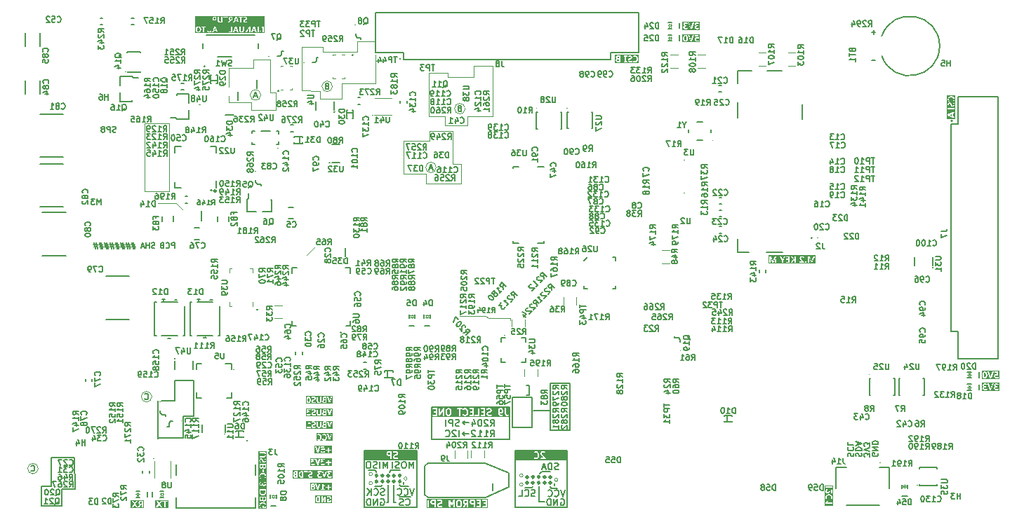
<source format=gbr>
%TF.GenerationSoftware,KiCad,Pcbnew,8.0.8*%
%TF.CreationDate,2025-02-13T16:32:42+11:00*%
%TF.ProjectId,jetson-orin-baseboard,6a657473-6f6e-42d6-9f72-696e2d626173,1.3.0*%
%TF.SameCoordinates,PX1c5f2f0PY7ac91b0*%
%TF.FileFunction,Legend,Bot*%
%TF.FilePolarity,Positive*%
%FSLAX46Y46*%
G04 Gerber Fmt 4.6, Leading zero omitted, Abs format (unit mm)*
G04 Created by KiCad (PCBNEW 8.0.8) date 2025-02-13 16:32:42*
%MOMM*%
%LPD*%
G01*
G04 APERTURE LIST*
%ADD10C,0.150000*%
%ADD11C,0.100000*%
%ADD12C,0.120000*%
%ADD13C,0.275000*%
%ADD14C,0.260000*%
%ADD15C,0.175000*%
%ADD16C,0.125000*%
%ADD17C,0.145711*%
%ADD18C,0.126000*%
%ADD19C,0.153102*%
%ADD20C,0.144296*%
%ADD21C,0.139031*%
G04 APERTURE END LIST*
D10*
X66550000Y9550000D02*
X64200000Y9550000D01*
D11*
X42750000Y3157000D02*
G75*
G02*
X42350000Y3157000I-200000J0D01*
G01*
X42350000Y3157000D02*
G75*
G02*
X42750000Y3157000I200000J0D01*
G01*
D12*
X46550000Y44500000D02*
X49650000Y44500000D01*
D10*
X5320000Y2450000D02*
X5320000Y360000D01*
X43960000Y7100000D02*
X45940000Y7100000D01*
D12*
X56750000Y23050000D02*
X59400000Y23050000D01*
D13*
X61552500Y3190000D02*
G75*
G02*
X61277500Y3190000I-137500J0D01*
G01*
X61277500Y3190000D02*
G75*
G02*
X61552500Y3190000I137500J0D01*
G01*
D10*
X6834302Y6215000D02*
X6870000Y2450000D01*
X66550000Y15250000D02*
X66550000Y9550000D01*
X43250000Y4500000D02*
X43150000Y4700000D01*
X45350000Y850000D02*
X45550000Y850000D01*
D12*
X39100000Y51450000D02*
X43150000Y51450000D01*
D10*
X41800000Y5993000D02*
X48100000Y5993000D01*
X48100000Y243000D01*
X41800000Y243000D01*
X41800000Y5993000D01*
D12*
X53450000Y39350000D02*
X49200000Y39350000D01*
D10*
X53610000Y9135000D02*
X53860000Y8885000D01*
D12*
X28100000Y49150000D02*
X25450000Y49150000D01*
D14*
X23880000Y38450000D02*
G75*
G02*
X23620000Y38450000I-130000J0D01*
G01*
X23620000Y38450000D02*
G75*
G02*
X23880000Y38450000I130000J0D01*
G01*
D12*
X49550000Y52750000D02*
X49550000Y47450000D01*
X53936396Y48400000D02*
G75*
G02*
X52663604Y48400000I-636396J0D01*
G01*
X52663604Y48400000D02*
G75*
G02*
X53936396Y48400000I636396J0D01*
G01*
D13*
X43387500Y3357000D02*
G75*
G02*
X43112500Y3357000I-137500J0D01*
G01*
X43112500Y3357000D02*
G75*
G02*
X43387500Y3357000I137500J0D01*
G01*
D10*
X61650000Y14960000D02*
X61315000Y14960000D01*
D13*
X62252500Y3890000D02*
G75*
G02*
X61977500Y3890000I-137500J0D01*
G01*
X61977500Y3890000D02*
G75*
G02*
X62252500Y3890000I137500J0D01*
G01*
X43387500Y4057000D02*
G75*
G02*
X43112500Y4057000I-137500J0D01*
G01*
X43112500Y4057000D02*
G75*
G02*
X43387500Y4057000I137500J0D01*
G01*
D10*
X43950000Y2907000D02*
X43765000Y2750000D01*
D12*
X36750000Y55850000D02*
X34280000Y55850000D01*
X29286396Y50050000D02*
G75*
G02*
X28013604Y50050000I-636396J0D01*
G01*
X28013604Y50050000D02*
G75*
G02*
X29286396Y50050000I636396J0D01*
G01*
X25450000Y53350000D02*
X28400000Y53350000D01*
X25450000Y49150000D02*
X25450000Y49950000D01*
D11*
X46950000Y3707000D02*
G75*
G02*
X46550000Y3707000I-200000J0D01*
G01*
X46550000Y3707000D02*
G75*
G02*
X46950000Y3707000I200000J0D01*
G01*
D10*
X62125000Y7090000D02*
X64105000Y7090000D01*
X62050000Y13550000D02*
X62050000Y9850000D01*
D12*
X52450000Y45700000D02*
X52450000Y41700000D01*
D10*
X64335000Y2540000D02*
X65072500Y2540000D01*
D12*
X49550000Y47450000D02*
X51550000Y47450000D01*
X37936396Y51100000D02*
G75*
G02*
X36663604Y51100000I-636396J0D01*
G01*
X36663604Y51100000D02*
G75*
G02*
X37936396Y51100000I636396J0D01*
G01*
X57250000Y47450000D02*
X57250000Y53550000D01*
D10*
X62035000Y2590000D02*
X61135000Y2590000D01*
X19950000Y8600000D02*
X16870000Y8600000D01*
X54410000Y9135000D02*
X53610000Y9135000D01*
D13*
X44087500Y3357000D02*
G75*
G02*
X43812500Y3357000I-137500J0D01*
G01*
X43812500Y3357000D02*
G75*
G02*
X44087500Y3357000I137500J0D01*
G01*
D12*
X28100000Y48250000D02*
X28100000Y49150000D01*
X53450000Y39350000D02*
X53450000Y41700000D01*
X53450000Y41700000D02*
X52450000Y41700000D01*
D13*
X63652500Y3890000D02*
G75*
G02*
X63377500Y3890000I-137500J0D01*
G01*
X63377500Y3890000D02*
G75*
G02*
X63652500Y3890000I137500J0D01*
G01*
D12*
X2436396Y4913604D02*
G75*
G02*
X1163604Y4913604I-636396J0D01*
G01*
X1163604Y4913604D02*
G75*
G02*
X2436396Y4913604I636396J0D01*
G01*
X34280000Y55850000D02*
X34280000Y50580000D01*
X39100000Y49600000D02*
X39100000Y51450000D01*
X55000000Y53550000D02*
X57250000Y53550000D01*
D10*
X63165000Y4533000D02*
X64235000Y4533000D01*
X44650000Y2907000D02*
X44650000Y850000D01*
D12*
X49650000Y45700000D02*
X52450000Y45700000D01*
D13*
X63652500Y3190000D02*
G75*
G02*
X63377500Y3190000I-137500J0D01*
G01*
X63377500Y3190000D02*
G75*
G02*
X63652500Y3190000I137500J0D01*
G01*
D10*
X53610000Y10435000D02*
X53860000Y10185000D01*
D13*
X44787500Y4057000D02*
G75*
G02*
X44512500Y4057000I-137500J0D01*
G01*
X44512500Y4057000D02*
G75*
G02*
X44787500Y4057000I137500J0D01*
G01*
D10*
X19950000Y11200000D02*
X19950000Y8600000D01*
D12*
X51850000Y52750000D02*
X51850000Y52200000D01*
D10*
X45940000Y7100000D02*
X48100000Y7100000D01*
X48100000Y5993000D01*
X45940000Y5993000D01*
X45940000Y7100000D01*
G36*
X45940000Y7100000D02*
G01*
X48100000Y7100000D01*
X48100000Y5993000D01*
X45940000Y5993000D01*
X45940000Y7100000D01*
G37*
D13*
X46187500Y3357000D02*
G75*
G02*
X45912500Y3357000I-137500J0D01*
G01*
X45912500Y3357000D02*
G75*
G02*
X46187500Y3357000I137500J0D01*
G01*
D10*
X16850000Y8560000D02*
X16850000Y13100000D01*
X64200000Y15250000D02*
X66550000Y15250000D01*
D13*
X44787500Y3357000D02*
G75*
G02*
X44512500Y3357000I-137500J0D01*
G01*
X44512500Y3357000D02*
G75*
G02*
X44787500Y3357000I137500J0D01*
G01*
D10*
X2800000Y2780000D02*
X3995000Y2785000D01*
D12*
X40900000Y55300000D02*
X40900000Y56550000D01*
D10*
X64200000Y9550000D02*
X64200000Y15250000D01*
D12*
X54200000Y47450000D02*
X57250000Y47450000D01*
X50450000Y41300000D02*
G75*
G02*
X49177208Y41300000I-636396J0D01*
G01*
X49177208Y41300000D02*
G75*
G02*
X50450000Y41300000I636396J0D01*
G01*
D10*
X53610000Y10435000D02*
X53860000Y10685000D01*
X17300000Y13100000D02*
X18950000Y13100000D01*
D13*
X45487500Y4057000D02*
G75*
G02*
X45212500Y4057000I-137500J0D01*
G01*
X45212500Y4057000D02*
G75*
G02*
X45487500Y4057000I137500J0D01*
G01*
D10*
X62965000Y4333000D02*
X63165000Y4533000D01*
X3995000Y2785000D02*
X3985000Y6215000D01*
D11*
X60915000Y2990000D02*
G75*
G02*
X60515000Y2990000I-200000J0D01*
G01*
X60515000Y2990000D02*
G75*
G02*
X60915000Y2990000I200000J0D01*
G01*
D12*
X53300000Y23350000D02*
X56450000Y23350000D01*
X51550000Y46350000D02*
X54200000Y46350000D01*
D10*
X62815000Y2740000D02*
X62815000Y883000D01*
D13*
X44087500Y4057000D02*
G75*
G02*
X43812500Y4057000I-137500J0D01*
G01*
X43812500Y4057000D02*
G75*
G02*
X44087500Y4057000I137500J0D01*
G01*
D12*
X31100000Y48250000D02*
X28100000Y48250000D01*
D10*
X64150000Y11950000D02*
X62150000Y11950000D01*
X43765000Y2750000D02*
X43050000Y2750000D01*
X44650000Y850000D02*
X44450000Y850000D01*
D12*
X31100000Y48250000D02*
X31100000Y50350000D01*
D10*
X3985000Y6215000D02*
X6834302Y6215000D01*
D12*
X46550000Y40500000D02*
X46550000Y44500000D01*
D10*
X62815000Y883000D02*
X63535000Y883000D01*
X21200000Y15550000D02*
X21200000Y11200000D01*
X53610000Y9135000D02*
X53860000Y9385000D01*
D11*
X60915000Y4090000D02*
G75*
G02*
X60515000Y4090000I-200000J0D01*
G01*
X60515000Y4090000D02*
G75*
G02*
X60915000Y4090000I200000J0D01*
G01*
D12*
X40900000Y55300000D02*
X36750000Y55300000D01*
D10*
X41800000Y7100000D02*
X43960000Y7100000D01*
X43960000Y5993000D01*
X41800000Y5993000D01*
X41800000Y7100000D01*
G36*
X41800000Y7100000D02*
G01*
X43960000Y7100000D01*
X43960000Y5993000D01*
X41800000Y5993000D01*
X41800000Y7100000D01*
G37*
D12*
X49200000Y40500000D02*
X46550000Y40500000D01*
D10*
X5320000Y360000D02*
X2800000Y360000D01*
D11*
X42750000Y4257000D02*
G75*
G02*
X42350000Y4257000I-200000J0D01*
G01*
X42350000Y4257000D02*
G75*
G02*
X42750000Y4257000I200000J0D01*
G01*
D10*
X62050000Y13550000D02*
X59650000Y13550000D01*
X64105000Y7090000D02*
X66265000Y7090000D01*
X66265000Y5983000D01*
X64105000Y5983000D01*
X64105000Y7090000D01*
G36*
X64105000Y7090000D02*
G01*
X66265000Y7090000D01*
X66265000Y5983000D01*
X64105000Y5983000D01*
X64105000Y7090000D01*
G37*
D13*
X62252500Y3190000D02*
G75*
G02*
X61977500Y3190000I-137500J0D01*
G01*
X61977500Y3190000D02*
G75*
G02*
X62252500Y3190000I137500J0D01*
G01*
X61552500Y3890000D02*
G75*
G02*
X61277500Y3890000I-137500J0D01*
G01*
X61277500Y3890000D02*
G75*
G02*
X61552500Y3890000I137500J0D01*
G01*
D12*
X40900000Y56550000D02*
X42950000Y56550000D01*
D10*
X45350000Y2907000D02*
X45350000Y850000D01*
D12*
X59400000Y23000000D02*
X59400000Y22850000D01*
X16146396Y13593604D02*
G75*
G02*
X14873604Y13593604I-636396J0D01*
G01*
X14873604Y13593604D02*
G75*
G02*
X16146396Y13593604I636396J0D01*
G01*
D10*
X43150000Y4700000D02*
X42320000Y4700000D01*
X21200000Y11200000D02*
X19950000Y11200000D01*
D12*
X35850000Y31750000D02*
X34800000Y30700000D01*
X15300000Y46600000D02*
X18250000Y46600000D01*
X18250000Y38450000D01*
X15300000Y38450000D01*
X15300000Y46600000D01*
D10*
X64695000Y3083000D02*
X64695000Y2883000D01*
D12*
X16850000Y37000000D02*
X19050000Y37000000D01*
X25450000Y51050000D02*
X25450000Y53350000D01*
D10*
X44800000Y4500000D02*
X45000000Y4700000D01*
X2800000Y360000D02*
X2800000Y2780000D01*
D13*
X62952500Y3190000D02*
G75*
G02*
X62677500Y3190000I-137500J0D01*
G01*
X62677500Y3190000D02*
G75*
G02*
X62952500Y3190000I137500J0D01*
G01*
D10*
X59650000Y13550000D02*
X59650000Y9850000D01*
D13*
X62952500Y3890000D02*
G75*
G02*
X62677500Y3890000I-137500J0D01*
G01*
X62677500Y3890000D02*
G75*
G02*
X62952500Y3890000I137500J0D01*
G01*
D12*
X36750000Y55850000D02*
X36750000Y55300000D01*
X19050000Y37000000D02*
X19855527Y36194473D01*
X49200000Y39350000D02*
X49200000Y40500000D01*
X43150000Y51450000D02*
X43150000Y54950000D01*
D10*
X61650000Y14960000D02*
X61650000Y13765000D01*
D12*
X51850000Y52750000D02*
X49550000Y52750000D01*
X54200000Y47450000D02*
X54200000Y46350000D01*
D10*
X54410000Y10435000D02*
X53610000Y10435000D01*
D12*
X55000000Y52200000D02*
X51850000Y52200000D01*
X56450000Y23350000D02*
X56750000Y23050000D01*
D10*
X59965000Y7090000D02*
X62125000Y7090000D01*
X62125000Y5983000D01*
X59965000Y5983000D01*
X59965000Y7090000D01*
G36*
X59965000Y7090000D02*
G01*
X62125000Y7090000D01*
X62125000Y5983000D01*
X59965000Y5983000D01*
X59965000Y7090000D01*
G37*
X46150000Y2750000D02*
X47107500Y2750000D01*
D11*
X65115000Y3540000D02*
G75*
G02*
X64715000Y3540000I-200000J0D01*
G01*
X64715000Y3540000D02*
G75*
G02*
X65115000Y3540000I200000J0D01*
G01*
D12*
X51550000Y46350000D02*
X51550000Y47450000D01*
D13*
X45487500Y3357000D02*
G75*
G02*
X45212500Y3357000I-137500J0D01*
G01*
X45212500Y3357000D02*
G75*
G02*
X45487500Y3357000I137500J0D01*
G01*
X64352500Y3890000D02*
G75*
G02*
X64077500Y3890000I-137500J0D01*
G01*
X64077500Y3890000D02*
G75*
G02*
X64352500Y3890000I137500J0D01*
G01*
D10*
X46150000Y2750000D02*
X46025000Y2907000D01*
X45000000Y4700000D02*
X46070000Y4700000D01*
D12*
X28400000Y54350000D02*
X30470000Y54350000D01*
D13*
X64352500Y3190000D02*
G75*
G02*
X64077500Y3190000I-137500J0D01*
G01*
X64077500Y3190000D02*
G75*
G02*
X64352500Y3190000I137500J0D01*
G01*
X46187500Y4057000D02*
G75*
G02*
X45912500Y4057000I-137500J0D01*
G01*
X45912500Y4057000D02*
G75*
G02*
X46187500Y4057000I137500J0D01*
G01*
D10*
X64335000Y2540000D02*
X64235000Y2740000D01*
D12*
X31100000Y50350000D02*
X30470000Y50350000D01*
X34280000Y50580000D02*
X36450000Y50550000D01*
D10*
X59965000Y5983000D02*
X66265000Y5983000D01*
X66265000Y233000D01*
X59965000Y233000D01*
X59965000Y5983000D01*
D12*
X49650000Y44500000D02*
X49650000Y45700000D01*
D10*
X61650000Y13765000D02*
X61315000Y13765000D01*
D12*
X30470000Y54350000D02*
X30470000Y50350000D01*
D10*
X18950000Y13100000D02*
X18950000Y15550000D01*
X6870000Y2450000D02*
X5320000Y2450000D01*
X46530000Y3250000D02*
X46530000Y3050000D01*
D12*
X36450000Y49600000D02*
X39100000Y49600000D01*
D10*
X49935000Y12360000D02*
X59310000Y12360000D01*
X59310000Y8410000D01*
X49935000Y8410000D01*
X49935000Y12360000D01*
D12*
X36450000Y50550000D02*
X36450000Y49600000D01*
D10*
X59650000Y9850000D02*
X62050000Y9850000D01*
X18950000Y15550000D02*
X21200000Y15550000D01*
X62135000Y2740000D02*
X62035000Y2590000D01*
D12*
X28400000Y53350000D02*
X28400000Y54350000D01*
X55000000Y52200000D02*
X55000000Y53550000D01*
D10*
X65183935Y4833800D02*
X65069649Y4795705D01*
X65069649Y4795705D02*
X64879173Y4795705D01*
X64879173Y4795705D02*
X64802982Y4833800D01*
X64802982Y4833800D02*
X64764887Y4871896D01*
X64764887Y4871896D02*
X64726792Y4948086D01*
X64726792Y4948086D02*
X64726792Y5024277D01*
X64726792Y5024277D02*
X64764887Y5100467D01*
X64764887Y5100467D02*
X64802982Y5138562D01*
X64802982Y5138562D02*
X64879173Y5176658D01*
X64879173Y5176658D02*
X65031554Y5214753D01*
X65031554Y5214753D02*
X65107744Y5252848D01*
X65107744Y5252848D02*
X65145839Y5290943D01*
X65145839Y5290943D02*
X65183935Y5367134D01*
X65183935Y5367134D02*
X65183935Y5443324D01*
X65183935Y5443324D02*
X65145839Y5519515D01*
X65145839Y5519515D02*
X65107744Y5557610D01*
X65107744Y5557610D02*
X65031554Y5595705D01*
X65031554Y5595705D02*
X64841077Y5595705D01*
X64841077Y5595705D02*
X64726792Y5557610D01*
X64383934Y4795705D02*
X64383934Y5595705D01*
X64383934Y5595705D02*
X64193458Y5595705D01*
X64193458Y5595705D02*
X64079172Y5557610D01*
X64079172Y5557610D02*
X64002982Y5481420D01*
X64002982Y5481420D02*
X63964887Y5405229D01*
X63964887Y5405229D02*
X63926791Y5252848D01*
X63926791Y5252848D02*
X63926791Y5138562D01*
X63926791Y5138562D02*
X63964887Y4986181D01*
X63964887Y4986181D02*
X64002982Y4909991D01*
X64002982Y4909991D02*
X64079172Y4833800D01*
X64079172Y4833800D02*
X64193458Y4795705D01*
X64193458Y4795705D02*
X64383934Y4795705D01*
X63622030Y5024277D02*
X63241077Y5024277D01*
X63698220Y4795705D02*
X63431553Y5595705D01*
X63431553Y5595705D02*
X63164887Y4795705D01*
X101101800Y6382018D02*
X101068466Y6482018D01*
X101068466Y6482018D02*
X101068466Y6648684D01*
X101068466Y6648684D02*
X101101800Y6715351D01*
X101101800Y6715351D02*
X101135133Y6748684D01*
X101135133Y6748684D02*
X101201800Y6782018D01*
X101201800Y6782018D02*
X101268466Y6782018D01*
X101268466Y6782018D02*
X101335133Y6748684D01*
X101335133Y6748684D02*
X101368466Y6715351D01*
X101368466Y6715351D02*
X101401800Y6648684D01*
X101401800Y6648684D02*
X101435133Y6515351D01*
X101435133Y6515351D02*
X101468466Y6448684D01*
X101468466Y6448684D02*
X101501800Y6415351D01*
X101501800Y6415351D02*
X101568466Y6382018D01*
X101568466Y6382018D02*
X101635133Y6382018D01*
X101635133Y6382018D02*
X101701800Y6415351D01*
X101701800Y6415351D02*
X101735133Y6448684D01*
X101735133Y6448684D02*
X101768466Y6515351D01*
X101768466Y6515351D02*
X101768466Y6682018D01*
X101768466Y6682018D02*
X101735133Y6782018D01*
X101068466Y7082018D02*
X101768466Y7082018D01*
X101768466Y7082018D02*
X101768466Y7248685D01*
X101768466Y7248685D02*
X101735133Y7348685D01*
X101735133Y7348685D02*
X101668466Y7415351D01*
X101668466Y7415351D02*
X101601800Y7448685D01*
X101601800Y7448685D02*
X101468466Y7482018D01*
X101468466Y7482018D02*
X101368466Y7482018D01*
X101368466Y7482018D02*
X101235133Y7448685D01*
X101235133Y7448685D02*
X101168466Y7415351D01*
X101168466Y7415351D02*
X101101800Y7348685D01*
X101101800Y7348685D02*
X101068466Y7248685D01*
X101068466Y7248685D02*
X101068466Y7082018D01*
X101268466Y7748685D02*
X101268466Y8082018D01*
X101068466Y7682018D02*
X101768466Y7915351D01*
X101768466Y7915351D02*
X101068466Y8148685D01*
X103447619Y57654717D02*
X102952381Y57654717D01*
X103200000Y57407098D02*
X103200000Y57902336D01*
X44198935Y1743800D02*
X44084649Y1705705D01*
X44084649Y1705705D02*
X43894173Y1705705D01*
X43894173Y1705705D02*
X43817982Y1743800D01*
X43817982Y1743800D02*
X43779887Y1781896D01*
X43779887Y1781896D02*
X43741792Y1858086D01*
X43741792Y1858086D02*
X43741792Y1934277D01*
X43741792Y1934277D02*
X43779887Y2010467D01*
X43779887Y2010467D02*
X43817982Y2048562D01*
X43817982Y2048562D02*
X43894173Y2086658D01*
X43894173Y2086658D02*
X44046554Y2124753D01*
X44046554Y2124753D02*
X44122744Y2162848D01*
X44122744Y2162848D02*
X44160839Y2200943D01*
X44160839Y2200943D02*
X44198935Y2277134D01*
X44198935Y2277134D02*
X44198935Y2353324D01*
X44198935Y2353324D02*
X44160839Y2429515D01*
X44160839Y2429515D02*
X44122744Y2467610D01*
X44122744Y2467610D02*
X44046554Y2505705D01*
X44046554Y2505705D02*
X43856077Y2505705D01*
X43856077Y2505705D02*
X43741792Y2467610D01*
X42941791Y1781896D02*
X42979887Y1743800D01*
X42979887Y1743800D02*
X43094172Y1705705D01*
X43094172Y1705705D02*
X43170363Y1705705D01*
X43170363Y1705705D02*
X43284649Y1743800D01*
X43284649Y1743800D02*
X43360839Y1819991D01*
X43360839Y1819991D02*
X43398934Y1896181D01*
X43398934Y1896181D02*
X43437030Y2048562D01*
X43437030Y2048562D02*
X43437030Y2162848D01*
X43437030Y2162848D02*
X43398934Y2315229D01*
X43398934Y2315229D02*
X43360839Y2391420D01*
X43360839Y2391420D02*
X43284649Y2467610D01*
X43284649Y2467610D02*
X43170363Y2505705D01*
X43170363Y2505705D02*
X43094172Y2505705D01*
X43094172Y2505705D02*
X42979887Y2467610D01*
X42979887Y2467610D02*
X42941791Y2429515D01*
X42598934Y1705705D02*
X42598934Y2505705D01*
X42141791Y1705705D02*
X42484649Y2162848D01*
X42141791Y2505705D02*
X42598934Y2048562D01*
X46803696Y531896D02*
X46841792Y493800D01*
X46841792Y493800D02*
X46956077Y455705D01*
X46956077Y455705D02*
X47032268Y455705D01*
X47032268Y455705D02*
X47146554Y493800D01*
X47146554Y493800D02*
X47222744Y569991D01*
X47222744Y569991D02*
X47260839Y646181D01*
X47260839Y646181D02*
X47298935Y798562D01*
X47298935Y798562D02*
X47298935Y912848D01*
X47298935Y912848D02*
X47260839Y1065229D01*
X47260839Y1065229D02*
X47222744Y1141420D01*
X47222744Y1141420D02*
X47146554Y1217610D01*
X47146554Y1217610D02*
X47032268Y1255705D01*
X47032268Y1255705D02*
X46956077Y1255705D01*
X46956077Y1255705D02*
X46841792Y1217610D01*
X46841792Y1217610D02*
X46803696Y1179515D01*
X46498935Y493800D02*
X46384649Y455705D01*
X46384649Y455705D02*
X46194173Y455705D01*
X46194173Y455705D02*
X46117982Y493800D01*
X46117982Y493800D02*
X46079887Y531896D01*
X46079887Y531896D02*
X46041792Y608086D01*
X46041792Y608086D02*
X46041792Y684277D01*
X46041792Y684277D02*
X46079887Y760467D01*
X46079887Y760467D02*
X46117982Y798562D01*
X46117982Y798562D02*
X46194173Y836658D01*
X46194173Y836658D02*
X46346554Y874753D01*
X46346554Y874753D02*
X46422744Y912848D01*
X46422744Y912848D02*
X46460839Y950943D01*
X46460839Y950943D02*
X46498935Y1027134D01*
X46498935Y1027134D02*
X46498935Y1103324D01*
X46498935Y1103324D02*
X46460839Y1179515D01*
X46460839Y1179515D02*
X46422744Y1217610D01*
X46422744Y1217610D02*
X46346554Y1255705D01*
X46346554Y1255705D02*
X46156077Y1255705D01*
X46156077Y1255705D02*
X46041792Y1217610D01*
X47371316Y1477800D02*
X45969411Y1477800D01*
D15*
G36*
X98327141Y442088D02*
G01*
X97324018Y442088D01*
X97324018Y791633D01*
X97419159Y791633D01*
X97419159Y677328D01*
X98125510Y677328D01*
X98125510Y530977D01*
X98232000Y530977D01*
X98232000Y981166D01*
X98125510Y981166D01*
X98125510Y816253D01*
X97657736Y816253D01*
X97649125Y816215D01*
X97640391Y816100D01*
X97631532Y815909D01*
X97622549Y815642D01*
X97613443Y815299D01*
X97604212Y814879D01*
X97600485Y814690D01*
X97697792Y931731D01*
X97702472Y938670D01*
X97705998Y946135D01*
X97707561Y951661D01*
X97708568Y959438D01*
X97708355Y967452D01*
X97707952Y970224D01*
X97705788Y978037D01*
X97702344Y985426D01*
X97702090Y985855D01*
X97697007Y992278D01*
X97692711Y995820D01*
X97632530Y1039784D01*
X97419159Y791633D01*
X97324018Y791633D01*
X97324018Y1409274D01*
X97412907Y1409274D01*
X97413018Y1398239D01*
X97413352Y1387360D01*
X97413910Y1376636D01*
X97414690Y1366068D01*
X97415693Y1355656D01*
X97416918Y1345399D01*
X97418367Y1335298D01*
X97420039Y1325353D01*
X97421933Y1315563D01*
X97424050Y1305929D01*
X97426390Y1296451D01*
X97428953Y1287129D01*
X97431739Y1277962D01*
X97434748Y1268951D01*
X97437980Y1260096D01*
X97441434Y1251396D01*
X97445069Y1242855D01*
X97448841Y1234476D01*
X97452750Y1226259D01*
X97456797Y1218203D01*
X97460981Y1210310D01*
X97465303Y1202578D01*
X97469762Y1195008D01*
X97474358Y1187600D01*
X97479092Y1180353D01*
X97483963Y1173269D01*
X97488972Y1166346D01*
X97494117Y1159585D01*
X97499401Y1152986D01*
X97504821Y1146549D01*
X97510379Y1140273D01*
X97516075Y1134159D01*
X97585440Y1184766D01*
X97591692Y1189896D01*
X97596844Y1195858D01*
X97597163Y1196295D01*
X97600503Y1203459D01*
X97601877Y1211208D01*
X97602048Y1215639D01*
X97601018Y1223687D01*
X97598197Y1231509D01*
X97597359Y1233224D01*
X97593393Y1240213D01*
X97589227Y1247053D01*
X97585440Y1252959D01*
X97580910Y1259897D01*
X97576605Y1266729D01*
X97572083Y1274117D01*
X97570004Y1277579D01*
X97565888Y1284894D01*
X97561944Y1292771D01*
X97558632Y1300124D01*
X97555452Y1307907D01*
X97554568Y1310210D01*
X97551602Y1318621D01*
X97549239Y1326291D01*
X97547041Y1334388D01*
X97545008Y1342910D01*
X97543139Y1351859D01*
X97542844Y1353392D01*
X97541437Y1361210D01*
X97540268Y1369401D01*
X97539338Y1377964D01*
X97538646Y1386899D01*
X97538193Y1396206D01*
X97537978Y1405885D01*
X97537959Y1409861D01*
X97538131Y1420002D01*
X97538646Y1429981D01*
X97539505Y1439799D01*
X97540707Y1449455D01*
X97542252Y1458951D01*
X97544141Y1468284D01*
X97546374Y1477457D01*
X97548950Y1486467D01*
X97551869Y1495317D01*
X97555132Y1504005D01*
X97557498Y1509707D01*
X97561280Y1518095D01*
X97565371Y1526260D01*
X97569771Y1534201D01*
X97574479Y1541920D01*
X97579497Y1549415D01*
X97584825Y1556686D01*
X97590461Y1563735D01*
X97596406Y1570560D01*
X97602661Y1577162D01*
X97609225Y1583541D01*
X97613772Y1587669D01*
X97620841Y1593659D01*
X97628198Y1599391D01*
X97635843Y1604865D01*
X97643777Y1610082D01*
X97652000Y1615041D01*
X97660511Y1619742D01*
X97669311Y1624186D01*
X97678399Y1628373D01*
X97687775Y1632301D01*
X97697440Y1635972D01*
X97704044Y1638277D01*
X97714142Y1641489D01*
X97724503Y1644386D01*
X97735130Y1646966D01*
X97746020Y1649231D01*
X97757176Y1651179D01*
X97768595Y1652812D01*
X97780279Y1654129D01*
X97788216Y1654831D01*
X97796270Y1655393D01*
X97804441Y1655814D01*
X97812730Y1656095D01*
X97821137Y1656235D01*
X97825384Y1656253D01*
X97833898Y1656177D01*
X97842295Y1655951D01*
X97850574Y1655573D01*
X97858735Y1655044D01*
X97866779Y1654364D01*
X97874706Y1653533D01*
X97882515Y1652550D01*
X97894008Y1650793D01*
X97905236Y1648697D01*
X97916200Y1646260D01*
X97926900Y1643483D01*
X97937335Y1640366D01*
X97947505Y1636909D01*
X97957396Y1633160D01*
X97966991Y1629167D01*
X97976291Y1624930D01*
X97985296Y1620450D01*
X97994005Y1615726D01*
X98002419Y1610757D01*
X98010537Y1605545D01*
X98018360Y1600089D01*
X98025888Y1594389D01*
X98033120Y1588446D01*
X98037778Y1584348D01*
X98044479Y1578017D01*
X98050882Y1571479D01*
X98056986Y1564736D01*
X98062791Y1557786D01*
X98068297Y1550631D01*
X98073505Y1543269D01*
X98078414Y1535701D01*
X98083024Y1527928D01*
X98087335Y1519948D01*
X98091347Y1511762D01*
X98093856Y1506190D01*
X98097313Y1497669D01*
X98100430Y1489030D01*
X98103207Y1480275D01*
X98105644Y1471404D01*
X98107740Y1462415D01*
X98109497Y1453310D01*
X98110914Y1444088D01*
X98111991Y1434749D01*
X98112728Y1425293D01*
X98113124Y1415721D01*
X98113200Y1409274D01*
X98113119Y1399770D01*
X98112875Y1390552D01*
X98112470Y1381620D01*
X98111902Y1372974D01*
X98111172Y1364614D01*
X98110280Y1356541D01*
X98109878Y1353392D01*
X98108688Y1345615D01*
X98107021Y1336548D01*
X98105093Y1327769D01*
X98102904Y1319278D01*
X98100454Y1311076D01*
X98099131Y1307083D01*
X98096203Y1299252D01*
X98092986Y1291586D01*
X98089480Y1284085D01*
X98085686Y1276748D01*
X98081603Y1269577D01*
X98080178Y1267223D01*
X98075670Y1260129D01*
X98070790Y1253063D01*
X98065540Y1246024D01*
X98059918Y1239013D01*
X98053926Y1232029D01*
X98051846Y1229707D01*
X98046749Y1223209D01*
X98043639Y1217983D01*
X98041029Y1210352D01*
X98040513Y1204892D01*
X98041644Y1196752D01*
X98045038Y1189259D01*
X98050087Y1183008D01*
X98115545Y1123413D01*
X98122861Y1129681D01*
X98129961Y1136129D01*
X98136844Y1142754D01*
X98143510Y1149559D01*
X98149960Y1156542D01*
X98156193Y1163704D01*
X98162209Y1171044D01*
X98168008Y1178563D01*
X98173590Y1186260D01*
X98178956Y1194136D01*
X98184105Y1202191D01*
X98189037Y1210424D01*
X98193753Y1218836D01*
X98198251Y1227427D01*
X98202533Y1236196D01*
X98206598Y1245143D01*
X98210431Y1254294D01*
X98214017Y1263672D01*
X98217356Y1273278D01*
X98220447Y1283111D01*
X98223291Y1293171D01*
X98225887Y1303459D01*
X98228237Y1313975D01*
X98230339Y1324718D01*
X98232193Y1335688D01*
X98233801Y1346886D01*
X98235161Y1358311D01*
X98236274Y1369964D01*
X98237139Y1381844D01*
X98237758Y1393951D01*
X98238128Y1406286D01*
X98238252Y1418849D01*
X98238132Y1430110D01*
X98237773Y1441228D01*
X98237174Y1452202D01*
X98236335Y1463032D01*
X98235256Y1473719D01*
X98233938Y1484263D01*
X98232380Y1494663D01*
X98230583Y1504920D01*
X98228546Y1515033D01*
X98226269Y1525003D01*
X98223752Y1534829D01*
X98220996Y1544512D01*
X98218001Y1554051D01*
X98214765Y1563447D01*
X98211290Y1572699D01*
X98207575Y1581808D01*
X98203647Y1590762D01*
X98199530Y1599552D01*
X98195226Y1608177D01*
X98190735Y1616637D01*
X98186055Y1624932D01*
X98181188Y1633062D01*
X98176133Y1641027D01*
X98170890Y1648828D01*
X98165459Y1656464D01*
X98159841Y1663934D01*
X98154035Y1671240D01*
X98148041Y1678381D01*
X98141859Y1685357D01*
X98135490Y1692169D01*
X98128933Y1698815D01*
X98122188Y1705297D01*
X98115243Y1711603D01*
X98108135Y1717723D01*
X98100863Y1723656D01*
X98093428Y1729404D01*
X98085830Y1734965D01*
X98078068Y1740340D01*
X98070144Y1745528D01*
X98062055Y1750531D01*
X98053804Y1755347D01*
X98045389Y1759977D01*
X98036811Y1764420D01*
X98028069Y1768678D01*
X98019164Y1772749D01*
X98010096Y1776634D01*
X98000864Y1780333D01*
X97991469Y1783845D01*
X97981914Y1787134D01*
X97972250Y1790211D01*
X97962478Y1793075D01*
X97952598Y1795728D01*
X97942609Y1798168D01*
X97932512Y1800396D01*
X97922306Y1802412D01*
X97911993Y1804215D01*
X97901570Y1805807D01*
X97891040Y1807186D01*
X97880400Y1808353D01*
X97869653Y1809308D01*
X97858797Y1810050D01*
X97847833Y1810581D01*
X97836760Y1810899D01*
X97825579Y1811005D01*
X97814258Y1810891D01*
X97803057Y1810550D01*
X97791977Y1809982D01*
X97781017Y1809186D01*
X97770178Y1808162D01*
X97759460Y1806911D01*
X97748862Y1805433D01*
X97738385Y1803727D01*
X97728028Y1801793D01*
X97717792Y1799633D01*
X97707677Y1797244D01*
X97697682Y1794629D01*
X97687807Y1791785D01*
X97678054Y1788715D01*
X97668421Y1785417D01*
X97658908Y1781891D01*
X97649538Y1778135D01*
X97640330Y1774192D01*
X97631287Y1770062D01*
X97622406Y1765747D01*
X97613689Y1761245D01*
X97605135Y1756557D01*
X97596744Y1751683D01*
X97588517Y1746623D01*
X97580453Y1741376D01*
X97572553Y1735943D01*
X97564816Y1730324D01*
X97557242Y1724519D01*
X97549832Y1718527D01*
X97542584Y1712349D01*
X97535501Y1705985D01*
X97528580Y1699435D01*
X97521836Y1692688D01*
X97515281Y1685782D01*
X97508915Y1678717D01*
X97502739Y1671494D01*
X97496752Y1664111D01*
X97490954Y1656570D01*
X97485346Y1648871D01*
X97479927Y1641012D01*
X97474697Y1632995D01*
X97469657Y1624819D01*
X97464805Y1616484D01*
X97460143Y1607990D01*
X97455671Y1599338D01*
X97451387Y1590527D01*
X97447293Y1581557D01*
X97443388Y1572429D01*
X97439697Y1563159D01*
X97436244Y1553765D01*
X97433029Y1544248D01*
X97430053Y1534608D01*
X97427314Y1524843D01*
X97424814Y1514955D01*
X97422551Y1504944D01*
X97420527Y1494808D01*
X97418741Y1484549D01*
X97417193Y1474167D01*
X97415883Y1463660D01*
X97414812Y1453031D01*
X97413978Y1442277D01*
X97413383Y1431400D01*
X97413026Y1420399D01*
X97412907Y1409274D01*
X97324018Y1409274D01*
X97324018Y2169554D01*
X97412907Y2169554D01*
X97413053Y2159086D01*
X97413491Y2148788D01*
X97414220Y2138657D01*
X97415242Y2128695D01*
X97416556Y2118901D01*
X97418162Y2109275D01*
X97420059Y2099818D01*
X97422249Y2090529D01*
X97424731Y2081408D01*
X97427504Y2072456D01*
X97429515Y2066581D01*
X97432751Y2057943D01*
X97436231Y2049543D01*
X97439955Y2041379D01*
X97443922Y2033452D01*
X97448134Y2025763D01*
X97452589Y2018310D01*
X97457288Y2011094D01*
X97462232Y2004116D01*
X97467418Y1997374D01*
X97472849Y1990869D01*
X97476605Y1986665D01*
X97482430Y1980565D01*
X97488475Y1974723D01*
X97494740Y1969139D01*
X97501225Y1963813D01*
X97507929Y1958744D01*
X97514854Y1953932D01*
X97521998Y1949378D01*
X97529362Y1945082D01*
X97536945Y1941044D01*
X97544749Y1937263D01*
X97550073Y1934885D01*
X97558181Y1931568D01*
X97566457Y1928577D01*
X97574901Y1925912D01*
X97583513Y1923574D01*
X97592294Y1921561D01*
X97601243Y1919876D01*
X97610360Y1918516D01*
X97619646Y1917483D01*
X97629100Y1916776D01*
X97638722Y1916395D01*
X97645230Y1916323D01*
X97653633Y1916439D01*
X97661916Y1916790D01*
X97670079Y1917374D01*
X97678121Y1918191D01*
X97686043Y1919242D01*
X97693845Y1920527D01*
X97701526Y1922045D01*
X97711582Y1924432D01*
X97721423Y1927235D01*
X97728664Y1929609D01*
X97738186Y1933072D01*
X97747605Y1936815D01*
X97756920Y1940839D01*
X97766131Y1945143D01*
X97775238Y1949729D01*
X97784241Y1954595D01*
X97793141Y1959743D01*
X97801937Y1965171D01*
X97810647Y1970813D01*
X97817136Y1975205D01*
X97823587Y1979734D01*
X97830000Y1984401D01*
X97836375Y1989205D01*
X97842712Y1994146D01*
X97849012Y1999225D01*
X97855274Y2004441D01*
X97861498Y2009794D01*
X97867685Y2015285D01*
X97869739Y2017146D01*
X97875867Y2022741D01*
X97882016Y2028387D01*
X97888186Y2034084D01*
X97894377Y2039833D01*
X97900588Y2045634D01*
X97906819Y2051486D01*
X97913071Y2057389D01*
X97919344Y2063345D01*
X97925638Y2069351D01*
X97931952Y2075409D01*
X97936173Y2079477D01*
X98123946Y2263538D01*
X98121477Y2255131D01*
X98119199Y2246762D01*
X98117111Y2238431D01*
X98115215Y2230138D01*
X98113509Y2221883D01*
X98111994Y2213667D01*
X98111441Y2210391D01*
X98110147Y2202271D01*
X98109071Y2194275D01*
X98108216Y2186403D01*
X98107478Y2177120D01*
X98107057Y2168016D01*
X98106947Y2160565D01*
X98106947Y1951884D01*
X98107380Y1943781D01*
X98108979Y1935143D01*
X98111756Y1927384D01*
X98115711Y1920504D01*
X98119257Y1916127D01*
X98125815Y1910314D01*
X98133374Y1906162D01*
X98141935Y1903671D01*
X98150247Y1902853D01*
X98151497Y1902840D01*
X98232000Y1902840D01*
X98232000Y2461082D01*
X98185886Y2461082D01*
X98177770Y2460618D01*
X98169469Y2459227D01*
X98160982Y2456909D01*
X98156187Y2455220D01*
X98148652Y2451837D01*
X98141483Y2447551D01*
X98134681Y2442361D01*
X98128245Y2436267D01*
X97880485Y2189288D01*
X97874576Y2183557D01*
X97868718Y2177938D01*
X97862912Y2172433D01*
X97857157Y2167041D01*
X97849564Y2160028D01*
X97842063Y2153217D01*
X97834653Y2146607D01*
X97827335Y2140199D01*
X97820108Y2133992D01*
X97812937Y2127968D01*
X97805784Y2122207D01*
X97798649Y2116709D01*
X97791532Y2111473D01*
X97784434Y2106499D01*
X97777354Y2101788D01*
X97770292Y2097340D01*
X97763249Y2093154D01*
X97756202Y2089173D01*
X97749131Y2085436D01*
X97742036Y2081944D01*
X97734916Y2078695D01*
X97725983Y2074978D01*
X97717010Y2071643D01*
X97708000Y2068689D01*
X97706193Y2068144D01*
X97697019Y2065611D01*
X97687692Y2063507D01*
X97678212Y2061833D01*
X97668580Y2060588D01*
X97660764Y2059901D01*
X97652851Y2059489D01*
X97644840Y2059351D01*
X97635857Y2059556D01*
X97627227Y2060172D01*
X97618951Y2061197D01*
X97611027Y2062633D01*
X97601985Y2064898D01*
X97593451Y2067753D01*
X97585345Y2071158D01*
X97577734Y2075071D01*
X97570617Y2079493D01*
X97563995Y2084423D01*
X97557868Y2089861D01*
X97555935Y2091787D01*
X97550488Y2097795D01*
X97545576Y2104243D01*
X97541201Y2111131D01*
X97537361Y2118458D01*
X97534056Y2126225D01*
X97533074Y2128912D01*
X97530484Y2137171D01*
X97528431Y2145828D01*
X97526912Y2154885D01*
X97526057Y2162736D01*
X97525573Y2170863D01*
X97525454Y2177565D01*
X97525715Y2186674D01*
X97526498Y2195535D01*
X97527803Y2204149D01*
X97529630Y2212516D01*
X97531980Y2220635D01*
X97532879Y2223287D01*
X97535796Y2231036D01*
X97539125Y2238455D01*
X97542867Y2245544D01*
X97547020Y2252303D01*
X97551586Y2258733D01*
X97553200Y2260803D01*
X97559142Y2267664D01*
X97565515Y2274058D01*
X97572318Y2279985D01*
X97579551Y2285444D01*
X97583877Y2288353D01*
X97591653Y2293031D01*
X97599766Y2297148D01*
X97606988Y2300230D01*
X97614457Y2302900D01*
X97622174Y2305157D01*
X97630091Y2308288D01*
X97638407Y2312409D01*
X97645432Y2316929D01*
X97651996Y2322706D01*
X97656802Y2329025D01*
X97657345Y2329972D01*
X97660404Y2337285D01*
X97662228Y2345889D01*
X97662810Y2354290D01*
X97662485Y2363639D01*
X97661521Y2372154D01*
X97661253Y2373936D01*
X97648357Y2447013D01*
X97637528Y2445299D01*
X97626950Y2443306D01*
X97616622Y2441035D01*
X97606545Y2438486D01*
X97596719Y2435659D01*
X97587144Y2432554D01*
X97577820Y2429170D01*
X97568746Y2425508D01*
X97559923Y2421568D01*
X97551350Y2417349D01*
X97545775Y2414383D01*
X97537624Y2409735D01*
X97529730Y2404878D01*
X97522094Y2399811D01*
X97514716Y2394535D01*
X97507596Y2389049D01*
X97500733Y2383354D01*
X97494127Y2377449D01*
X97487779Y2371335D01*
X97481689Y2365011D01*
X97475856Y2358478D01*
X97472111Y2354006D01*
X97466708Y2347099D01*
X97461562Y2340006D01*
X97456674Y2332728D01*
X97452044Y2325265D01*
X97447671Y2317616D01*
X97443555Y2309781D01*
X97439698Y2301761D01*
X97436098Y2293556D01*
X97432755Y2285165D01*
X97429670Y2276588D01*
X97427757Y2270768D01*
X97425103Y2261877D01*
X97422710Y2252862D01*
X97420578Y2243723D01*
X97418707Y2234461D01*
X97417098Y2225075D01*
X97415749Y2215566D01*
X97414661Y2205933D01*
X97413835Y2196176D01*
X97413269Y2186296D01*
X97412965Y2176292D01*
X97412907Y2169554D01*
X97324018Y2169554D01*
X97324018Y2593559D01*
X97419159Y2593559D01*
X98232000Y2593559D01*
X98232000Y2745381D01*
X97419159Y2745381D01*
X97419159Y2593559D01*
X97324018Y2593559D01*
X97324018Y2834270D01*
X98327141Y2834270D01*
X98327141Y442088D01*
G37*
D10*
G36*
X36305602Y962098D02*
G01*
X36238010Y962098D01*
X36173496Y983603D01*
X36132717Y1024382D01*
X36110889Y1068037D01*
X36084173Y1174904D01*
X36084173Y1249294D01*
X36110889Y1356160D01*
X36132717Y1399815D01*
X36173496Y1440594D01*
X36238010Y1462098D01*
X36305602Y1462098D01*
X36305602Y962098D01*
G37*
G36*
X37892506Y737098D02*
G01*
X35859173Y737098D01*
X35859173Y1258527D01*
X35934173Y1258527D01*
X35934173Y1165670D01*
X35934424Y1163121D01*
X35934261Y1162025D01*
X35935072Y1156541D01*
X35935614Y1151038D01*
X35936036Y1150018D01*
X35936412Y1147480D01*
X35967364Y1023670D01*
X35967749Y1022591D01*
X35967788Y1022050D01*
X35970121Y1015954D01*
X35972311Y1009825D01*
X35972632Y1009391D01*
X35973043Y1008319D01*
X36003996Y946414D01*
X36007959Y940118D01*
X36008718Y938287D01*
X36010409Y936226D01*
X36011829Y933971D01*
X36013324Y932675D01*
X36018045Y926922D01*
X36079950Y865017D01*
X36091315Y855689D01*
X36093807Y854657D01*
X36095841Y852893D01*
X36109266Y846899D01*
X36202123Y815947D01*
X36209376Y814298D01*
X36211208Y813539D01*
X36213862Y813278D01*
X36216460Y812687D01*
X36218434Y812828D01*
X36225840Y812098D01*
X36380602Y812098D01*
X36395234Y813539D01*
X36422270Y824738D01*
X36442962Y845430D01*
X36454161Y872466D01*
X36455602Y887098D01*
X36455602Y1537098D01*
X36615125Y1537098D01*
X36615125Y887098D01*
X36615495Y883335D01*
X36615308Y881859D01*
X36615829Y879949D01*
X36616566Y872466D01*
X36620383Y863250D01*
X36623008Y853628D01*
X36625934Y849849D01*
X36627765Y845430D01*
X36634816Y838379D01*
X36640925Y830490D01*
X36645078Y828117D01*
X36648457Y824738D01*
X36657669Y820922D01*
X36666334Y815971D01*
X36671077Y815369D01*
X36675493Y813539D01*
X36685467Y813539D01*
X36695364Y812281D01*
X36699976Y813539D01*
X36704757Y813539D01*
X36713973Y817357D01*
X36723595Y819981D01*
X36727374Y822908D01*
X36731793Y824738D01*
X36738844Y831790D01*
X36746733Y837898D01*
X36751085Y844031D01*
X36752485Y845430D01*
X36753054Y846805D01*
X36755243Y849888D01*
X36986554Y1254682D01*
X36986554Y887098D01*
X36987995Y872466D01*
X36999194Y845430D01*
X37019886Y824738D01*
X37046922Y813539D01*
X37076186Y813539D01*
X37103222Y824738D01*
X37123914Y845430D01*
X37135113Y872466D01*
X37136554Y887098D01*
X37136554Y1165670D01*
X37265125Y1165670D01*
X37265125Y949003D01*
X37266566Y934371D01*
X37273125Y918535D01*
X37277764Y907336D01*
X37287091Y895971D01*
X37318043Y865018D01*
X37329408Y855691D01*
X37331898Y854660D01*
X37333935Y852893D01*
X37347360Y846899D01*
X37440219Y815947D01*
X37447470Y814298D01*
X37449303Y813539D01*
X37451958Y813278D01*
X37454555Y812687D01*
X37456529Y812828D01*
X37463935Y812098D01*
X37525839Y812098D01*
X37533244Y812828D01*
X37535219Y812687D01*
X37537816Y813278D01*
X37540471Y813539D01*
X37542302Y814298D01*
X37549556Y815947D01*
X37642413Y846899D01*
X37655839Y852893D01*
X37657875Y854660D01*
X37660364Y855690D01*
X37671729Y865017D01*
X37733634Y926922D01*
X37738356Y932676D01*
X37739850Y933971D01*
X37741266Y936222D01*
X37742962Y938287D01*
X37743721Y940122D01*
X37747683Y946414D01*
X37778636Y1008318D01*
X37779046Y1009390D01*
X37779368Y1009824D01*
X37781558Y1015955D01*
X37783891Y1022050D01*
X37783929Y1022591D01*
X37784315Y1023670D01*
X37815267Y1147480D01*
X37815642Y1150017D01*
X37816065Y1151038D01*
X37816607Y1156551D01*
X37817417Y1162024D01*
X37817254Y1163117D01*
X37817506Y1165670D01*
X37817506Y1258527D01*
X37817254Y1261081D01*
X37817417Y1262173D01*
X37816607Y1267647D01*
X37816065Y1273159D01*
X37815642Y1274181D01*
X37815267Y1276717D01*
X37784315Y1400526D01*
X37783929Y1401606D01*
X37783891Y1402146D01*
X37781558Y1408242D01*
X37779368Y1414372D01*
X37779046Y1414807D01*
X37778636Y1415878D01*
X37747683Y1477782D01*
X37743721Y1484075D01*
X37742962Y1485909D01*
X37741266Y1487975D01*
X37739850Y1490225D01*
X37738356Y1491521D01*
X37733634Y1497274D01*
X37671729Y1559179D01*
X37660364Y1568506D01*
X37657875Y1569537D01*
X37655839Y1571303D01*
X37642413Y1577297D01*
X37549556Y1608249D01*
X37542302Y1609899D01*
X37540471Y1610657D01*
X37537816Y1610919D01*
X37535219Y1611509D01*
X37533244Y1611369D01*
X37525839Y1612098D01*
X37432982Y1612098D01*
X37418350Y1610657D01*
X37415860Y1609626D01*
X37413173Y1609435D01*
X37399442Y1604180D01*
X37337536Y1573228D01*
X37325094Y1565396D01*
X37305920Y1543288D01*
X37296666Y1515527D01*
X37298740Y1486337D01*
X37311827Y1460163D01*
X37333935Y1440989D01*
X37361696Y1431735D01*
X37390886Y1433809D01*
X37404618Y1439064D01*
X37450687Y1462098D01*
X37513669Y1462098D01*
X37578182Y1440594D01*
X37618962Y1399814D01*
X37640789Y1356160D01*
X37667506Y1249294D01*
X37667506Y1174904D01*
X37640789Y1068037D01*
X37618962Y1024383D01*
X37578182Y983603D01*
X37513669Y962098D01*
X37476105Y962098D01*
X37415125Y982425D01*
X37415125Y1090670D01*
X37463935Y1090670D01*
X37478567Y1092111D01*
X37505603Y1103310D01*
X37526295Y1124002D01*
X37537494Y1151038D01*
X37537494Y1180302D01*
X37526295Y1207338D01*
X37505603Y1228030D01*
X37478567Y1239229D01*
X37463935Y1240670D01*
X37340125Y1240670D01*
X37325493Y1239229D01*
X37298457Y1228030D01*
X37277765Y1207338D01*
X37266566Y1180302D01*
X37265125Y1165670D01*
X37136554Y1165670D01*
X37136554Y1537098D01*
X37136183Y1540861D01*
X37136371Y1542336D01*
X37135850Y1544247D01*
X37135113Y1551730D01*
X37131294Y1560948D01*
X37128671Y1570568D01*
X37125744Y1574347D01*
X37123914Y1578766D01*
X37116857Y1585823D01*
X37110753Y1593705D01*
X37106604Y1596076D01*
X37103222Y1599458D01*
X37094001Y1603278D01*
X37085345Y1608224D01*
X37080605Y1608827D01*
X37076186Y1610657D01*
X37066204Y1610657D01*
X37056315Y1611914D01*
X37051706Y1610657D01*
X37046922Y1610657D01*
X37037704Y1606839D01*
X37028083Y1604215D01*
X37024302Y1601288D01*
X37019886Y1599458D01*
X37012832Y1592405D01*
X37004946Y1586297D01*
X37000594Y1580167D01*
X36999194Y1578766D01*
X36998624Y1577392D01*
X36996436Y1574308D01*
X36765125Y1169515D01*
X36765125Y1537098D01*
X36763684Y1551730D01*
X36752485Y1578766D01*
X36731793Y1599458D01*
X36704757Y1610657D01*
X36675493Y1610657D01*
X36648457Y1599458D01*
X36627765Y1578766D01*
X36616566Y1551730D01*
X36615125Y1537098D01*
X36455602Y1537098D01*
X36454161Y1551730D01*
X36442962Y1578766D01*
X36422270Y1599458D01*
X36395234Y1610657D01*
X36380602Y1612098D01*
X36225840Y1612098D01*
X36218434Y1611369D01*
X36216460Y1611509D01*
X36213862Y1610919D01*
X36211208Y1610657D01*
X36209376Y1609899D01*
X36202123Y1608249D01*
X36109266Y1577297D01*
X36095841Y1571303D01*
X36093807Y1569540D01*
X36091315Y1568507D01*
X36079950Y1559179D01*
X36018045Y1497274D01*
X36013324Y1491522D01*
X36011829Y1490225D01*
X36010409Y1487971D01*
X36008718Y1485909D01*
X36007959Y1484079D01*
X36003996Y1477782D01*
X35973043Y1415877D01*
X35972632Y1414806D01*
X35972311Y1414371D01*
X35970121Y1408243D01*
X35967788Y1402146D01*
X35967749Y1401606D01*
X35967364Y1400526D01*
X35936412Y1276717D01*
X35936036Y1274180D01*
X35935614Y1273159D01*
X35935072Y1267657D01*
X35934261Y1262172D01*
X35934424Y1261077D01*
X35934173Y1258527D01*
X35859173Y1258527D01*
X35859173Y1687098D01*
X37892506Y1687098D01*
X37892506Y737098D01*
G37*
X28816666Y49933967D02*
X28483333Y49933967D01*
X28883333Y49733967D02*
X28650000Y50433967D01*
X28650000Y50433967D02*
X28416666Y49733967D01*
G36*
X37079411Y9962098D02*
G01*
X36924497Y9962098D01*
X36889313Y9979690D01*
X36875572Y9993431D01*
X36857982Y10028613D01*
X36857982Y10086061D01*
X36875572Y10121242D01*
X36885400Y10131070D01*
X36949914Y10152574D01*
X37079411Y10152574D01*
X37079411Y9962098D01*
G37*
G36*
X37079411Y10302574D02*
G01*
X36955449Y10302574D01*
X36920266Y10320166D01*
X36906526Y10333906D01*
X36888934Y10369090D01*
X36888934Y10395583D01*
X36906526Y10430768D01*
X36920266Y10444508D01*
X36955449Y10462098D01*
X37079411Y10462098D01*
X37079411Y10302574D01*
G37*
G36*
X37953822Y9737098D02*
G01*
X34715375Y9737098D01*
X34715375Y9901730D01*
X34790375Y9901730D01*
X34790375Y9872466D01*
X34801574Y9845430D01*
X34822266Y9824738D01*
X34849302Y9813539D01*
X34863934Y9812098D01*
X35235363Y9812098D01*
X35249995Y9813539D01*
X35277031Y9824738D01*
X35297723Y9845430D01*
X35308922Y9872466D01*
X35308922Y9901730D01*
X35297723Y9928766D01*
X35277031Y9949458D01*
X35249995Y9960657D01*
X35235363Y9962098D01*
X35124649Y9962098D01*
X35124649Y10072812D01*
X35407982Y10072812D01*
X35407982Y10010908D01*
X35409423Y9996276D01*
X35410453Y9993788D01*
X35410645Y9991098D01*
X35415900Y9977367D01*
X35446853Y9915462D01*
X35450815Y9909168D01*
X35451574Y9907336D01*
X35453267Y9905273D01*
X35454686Y9903019D01*
X35456180Y9901723D01*
X35460901Y9895971D01*
X35491853Y9865018D01*
X35497605Y9860297D01*
X35498904Y9858800D01*
X35501160Y9857380D01*
X35503218Y9855691D01*
X35505045Y9854934D01*
X35511346Y9850968D01*
X35573252Y9820016D01*
X35586983Y9814761D01*
X35589670Y9814571D01*
X35592160Y9813539D01*
X35606792Y9812098D01*
X35761554Y9812098D01*
X35768959Y9812828D01*
X35770934Y9812687D01*
X35773531Y9813278D01*
X35776186Y9813539D01*
X35778017Y9814298D01*
X35785271Y9815947D01*
X35878128Y9846899D01*
X35891554Y9852893D01*
X35913661Y9872067D01*
X35926748Y9898240D01*
X35928822Y9927430D01*
X35919568Y9955192D01*
X35900395Y9977300D01*
X35874221Y9990386D01*
X35845031Y9992461D01*
X35830694Y9989201D01*
X35749384Y9962098D01*
X35624497Y9962098D01*
X35589314Y9979689D01*
X35575574Y9993429D01*
X35557982Y10028614D01*
X35557982Y10055107D01*
X35575574Y10090292D01*
X35589314Y10104032D01*
X35632967Y10125858D01*
X35748791Y10154813D01*
X35749870Y10155199D01*
X35750411Y10155237D01*
X35756507Y10157571D01*
X35762636Y10159760D01*
X35763070Y10160082D01*
X35764142Y10160492D01*
X35826047Y10191445D01*
X35832341Y10195408D01*
X35834173Y10196166D01*
X35836236Y10197860D01*
X35838490Y10199278D01*
X35839786Y10200773D01*
X35845538Y10205493D01*
X35876491Y10236445D01*
X35881212Y10242198D01*
X35882709Y10243496D01*
X35884129Y10245753D01*
X35885818Y10247810D01*
X35886575Y10249638D01*
X35890541Y10255938D01*
X35921493Y10317844D01*
X35926748Y10331575D01*
X35926938Y10334263D01*
X35927970Y10336752D01*
X35929411Y10351384D01*
X35929411Y10413289D01*
X35927970Y10427921D01*
X35926938Y10430411D01*
X35926748Y10433098D01*
X35921493Y10446830D01*
X35890541Y10508734D01*
X35886576Y10515034D01*
X35885819Y10516861D01*
X35884130Y10518918D01*
X35882709Y10521177D01*
X35881210Y10522477D01*
X35876492Y10528226D01*
X35867620Y10537098D01*
X36057982Y10537098D01*
X36057982Y10010908D01*
X36059423Y9996276D01*
X36060454Y9993787D01*
X36060645Y9991099D01*
X36065900Y9977367D01*
X36096852Y9915462D01*
X36100816Y9909163D01*
X36101574Y9907335D01*
X36103262Y9905279D01*
X36104684Y9903019D01*
X36106182Y9901720D01*
X36110901Y9895970D01*
X36141854Y9865017D01*
X36147606Y9860297D01*
X36148904Y9858800D01*
X36151159Y9857381D01*
X36153219Y9855690D01*
X36155048Y9854933D01*
X36161346Y9850968D01*
X36223252Y9820016D01*
X36236983Y9814761D01*
X36239670Y9814571D01*
X36242160Y9813539D01*
X36256792Y9812098D01*
X36380601Y9812098D01*
X36395233Y9813539D01*
X36397722Y9814571D01*
X36400410Y9814761D01*
X36414142Y9820016D01*
X36476047Y9850968D01*
X36482344Y9854932D01*
X36484175Y9855690D01*
X36486234Y9857381D01*
X36488490Y9858800D01*
X36489788Y9860298D01*
X36495540Y9865018D01*
X36526492Y9895971D01*
X36531212Y9901723D01*
X36532707Y9903019D01*
X36534125Y9905273D01*
X36535819Y9907336D01*
X36536577Y9909168D01*
X36540540Y9915462D01*
X36571493Y9977366D01*
X36576748Y9991098D01*
X36576939Y9993788D01*
X36577970Y9996276D01*
X36579411Y10010908D01*
X36579411Y10103765D01*
X36707982Y10103765D01*
X36707982Y10010908D01*
X36709423Y9996276D01*
X36710454Y9993787D01*
X36710645Y9991099D01*
X36715900Y9977367D01*
X36746852Y9915462D01*
X36750816Y9909163D01*
X36751574Y9907335D01*
X36753262Y9905279D01*
X36754684Y9903019D01*
X36756182Y9901720D01*
X36760901Y9895970D01*
X36791854Y9865017D01*
X36797606Y9860297D01*
X36798904Y9858800D01*
X36801159Y9857381D01*
X36803219Y9855690D01*
X36805048Y9854933D01*
X36811346Y9850968D01*
X36873252Y9820016D01*
X36886983Y9814761D01*
X36889670Y9814571D01*
X36892160Y9813539D01*
X36906792Y9812098D01*
X37154411Y9812098D01*
X37169043Y9813539D01*
X37196079Y9824738D01*
X37216771Y9845430D01*
X37227970Y9872466D01*
X37229411Y9887098D01*
X37229411Y10527718D01*
X37296666Y10527718D01*
X37299926Y10513381D01*
X37516593Y9863381D01*
X37522587Y9849956D01*
X37526097Y9845909D01*
X37528494Y9841115D01*
X37535602Y9834950D01*
X37541761Y9827849D01*
X37546550Y9825455D01*
X37550601Y9821941D01*
X37559526Y9818967D01*
X37567934Y9814762D01*
X37573278Y9814383D01*
X37578364Y9812687D01*
X37587744Y9813354D01*
X37597124Y9812687D01*
X37602209Y9814383D01*
X37607554Y9814762D01*
X37615964Y9818968D01*
X37624886Y9821941D01*
X37628933Y9825452D01*
X37633727Y9827848D01*
X37639890Y9834954D01*
X37646994Y9841115D01*
X37649389Y9845907D01*
X37652901Y9849955D01*
X37658895Y9863381D01*
X37875562Y10513381D01*
X37878822Y10527717D01*
X37876747Y10556907D01*
X37863661Y10583081D01*
X37841553Y10602255D01*
X37813791Y10611509D01*
X37784601Y10609434D01*
X37758428Y10596347D01*
X37739254Y10574240D01*
X37733260Y10560815D01*
X37587744Y10124268D01*
X37442228Y10560815D01*
X37436234Y10574241D01*
X37417060Y10596348D01*
X37390887Y10609434D01*
X37361697Y10611509D01*
X37333934Y10602255D01*
X37311827Y10583081D01*
X37298741Y10556908D01*
X37296666Y10527718D01*
X37229411Y10527718D01*
X37229411Y10537098D01*
X37227970Y10551730D01*
X37216771Y10578766D01*
X37196079Y10599458D01*
X37169043Y10610657D01*
X37154411Y10612098D01*
X36937744Y10612098D01*
X36923112Y10610657D01*
X36920622Y10609626D01*
X36917935Y10609435D01*
X36904204Y10604180D01*
X36842298Y10573228D01*
X36835997Y10569263D01*
X36834170Y10568505D01*
X36832112Y10566817D01*
X36829856Y10565396D01*
X36828557Y10563900D01*
X36822805Y10559178D01*
X36791853Y10528225D01*
X36787132Y10522474D01*
X36785638Y10521177D01*
X36784218Y10518923D01*
X36782526Y10516860D01*
X36781768Y10515030D01*
X36777805Y10508735D01*
X36746852Y10446831D01*
X36741597Y10433099D01*
X36741405Y10430410D01*
X36740375Y10427921D01*
X36738934Y10413289D01*
X36738934Y10351384D01*
X36740375Y10336752D01*
X36741405Y10334264D01*
X36741597Y10331574D01*
X36746852Y10317843D01*
X36777805Y10255938D01*
X36781768Y10249642D01*
X36782527Y10247811D01*
X36784218Y10245750D01*
X36785638Y10243495D01*
X36785667Y10243470D01*
X36760902Y10218704D01*
X36756181Y10212953D01*
X36754684Y10211654D01*
X36753264Y10209399D01*
X36751574Y10207339D01*
X36750815Y10205509D01*
X36746852Y10199211D01*
X36715900Y10137306D01*
X36710645Y10123574D01*
X36710454Y10120887D01*
X36709423Y10118397D01*
X36707982Y10103765D01*
X36579411Y10103765D01*
X36579411Y10537098D01*
X36577970Y10551730D01*
X36566771Y10578766D01*
X36546079Y10599458D01*
X36519043Y10610657D01*
X36489779Y10610657D01*
X36462743Y10599458D01*
X36442051Y10578766D01*
X36430852Y10551730D01*
X36429411Y10537098D01*
X36429411Y10028614D01*
X36411818Y9993430D01*
X36398077Y9979689D01*
X36362897Y9962098D01*
X36274497Y9962098D01*
X36239313Y9979690D01*
X36225572Y9993431D01*
X36207982Y10028613D01*
X36207982Y10537098D01*
X36206541Y10551730D01*
X36195342Y10578766D01*
X36174650Y10599458D01*
X36147614Y10610657D01*
X36118350Y10610657D01*
X36091314Y10599458D01*
X36070622Y10578766D01*
X36059423Y10551730D01*
X36057982Y10537098D01*
X35867620Y10537098D01*
X35845539Y10559179D01*
X35839789Y10563898D01*
X35838490Y10565396D01*
X35836230Y10566818D01*
X35834174Y10568506D01*
X35832346Y10569264D01*
X35826047Y10573228D01*
X35764142Y10604180D01*
X35750410Y10609435D01*
X35747722Y10609626D01*
X35745233Y10610657D01*
X35730601Y10612098D01*
X35575840Y10612098D01*
X35568434Y10611369D01*
X35566460Y10611509D01*
X35563863Y10610919D01*
X35561208Y10610657D01*
X35559375Y10609899D01*
X35552124Y10608249D01*
X35459265Y10577297D01*
X35445840Y10571303D01*
X35423733Y10552130D01*
X35410646Y10525956D01*
X35408571Y10496766D01*
X35417825Y10469004D01*
X35436998Y10446897D01*
X35463172Y10433810D01*
X35492362Y10431735D01*
X35506699Y10434995D01*
X35588010Y10462098D01*
X35712897Y10462098D01*
X35748078Y10444508D01*
X35761820Y10430766D01*
X35779411Y10395584D01*
X35779411Y10369089D01*
X35761820Y10333907D01*
X35748080Y10320167D01*
X35704424Y10298339D01*
X35588602Y10269383D01*
X35587522Y10268998D01*
X35586983Y10268959D01*
X35580907Y10266635D01*
X35574756Y10264436D01*
X35574319Y10264113D01*
X35573252Y10263704D01*
X35511346Y10232752D01*
X35505045Y10228787D01*
X35503218Y10228029D01*
X35501160Y10226341D01*
X35498904Y10224920D01*
X35497605Y10223424D01*
X35491853Y10218702D01*
X35460901Y10187749D01*
X35456180Y10181998D01*
X35454686Y10180701D01*
X35453267Y10178448D01*
X35451574Y10176384D01*
X35450815Y10174553D01*
X35446853Y10168258D01*
X35415900Y10106353D01*
X35410645Y10092622D01*
X35410453Y10089933D01*
X35409423Y10087444D01*
X35407982Y10072812D01*
X35124649Y10072812D01*
X35124649Y10325837D01*
X35126178Y10324581D01*
X35127475Y10323086D01*
X35129726Y10321669D01*
X35131790Y10319975D01*
X35133623Y10319216D01*
X35139917Y10315254D01*
X35201823Y10284302D01*
X35215554Y10279047D01*
X35244745Y10276973D01*
X35272506Y10286227D01*
X35294613Y10305400D01*
X35307700Y10331575D01*
X35309774Y10360765D01*
X35300520Y10388526D01*
X35281347Y10410634D01*
X35268904Y10418466D01*
X35217884Y10443976D01*
X35169837Y10492023D01*
X35112053Y10578700D01*
X35112019Y10578742D01*
X35112009Y10578766D01*
X35111953Y10578822D01*
X35102738Y10590075D01*
X35096567Y10594208D01*
X35091317Y10599458D01*
X35084528Y10602270D01*
X35078423Y10606359D01*
X35071141Y10607816D01*
X35064281Y10610657D01*
X35056933Y10610657D01*
X35049728Y10612098D01*
X35042444Y10610657D01*
X35035017Y10610657D01*
X35028227Y10607845D01*
X35021021Y10606419D01*
X35014842Y10602301D01*
X35007981Y10599458D01*
X35002785Y10594263D01*
X34996672Y10590187D01*
X34992539Y10584017D01*
X34987289Y10578766D01*
X34984477Y10571978D01*
X34980388Y10565872D01*
X34978931Y10558591D01*
X34976090Y10551730D01*
X34974664Y10537254D01*
X34974649Y10537177D01*
X34974654Y10537151D01*
X34974649Y10537098D01*
X34974649Y9962098D01*
X34863934Y9962098D01*
X34849302Y9960657D01*
X34822266Y9949458D01*
X34801574Y9928766D01*
X34790375Y9901730D01*
X34715375Y9901730D01*
X34715375Y10687098D01*
X37953822Y10687098D01*
X37953822Y9737098D01*
G37*
X43741792Y1217610D02*
X43817982Y1255705D01*
X43817982Y1255705D02*
X43932268Y1255705D01*
X43932268Y1255705D02*
X44046554Y1217610D01*
X44046554Y1217610D02*
X44122744Y1141420D01*
X44122744Y1141420D02*
X44160839Y1065229D01*
X44160839Y1065229D02*
X44198935Y912848D01*
X44198935Y912848D02*
X44198935Y798562D01*
X44198935Y798562D02*
X44160839Y646181D01*
X44160839Y646181D02*
X44122744Y569991D01*
X44122744Y569991D02*
X44046554Y493800D01*
X44046554Y493800D02*
X43932268Y455705D01*
X43932268Y455705D02*
X43856077Y455705D01*
X43856077Y455705D02*
X43741792Y493800D01*
X43741792Y493800D02*
X43703696Y531896D01*
X43703696Y531896D02*
X43703696Y798562D01*
X43703696Y798562D02*
X43856077Y798562D01*
X43360839Y455705D02*
X43360839Y1255705D01*
X43360839Y1255705D02*
X42903696Y455705D01*
X42903696Y455705D02*
X42903696Y1255705D01*
X42522744Y455705D02*
X42522744Y1255705D01*
X42522744Y1255705D02*
X42332268Y1255705D01*
X42332268Y1255705D02*
X42217982Y1217610D01*
X42217982Y1217610D02*
X42141792Y1141420D01*
X42141792Y1141420D02*
X42103697Y1065229D01*
X42103697Y1065229D02*
X42065601Y912848D01*
X42065601Y912848D02*
X42065601Y798562D01*
X42065601Y798562D02*
X42103697Y646181D01*
X42103697Y646181D02*
X42141792Y569991D01*
X42141792Y569991D02*
X42217982Y493800D01*
X42217982Y493800D02*
X42332268Y455705D01*
X42332268Y455705D02*
X42522744Y455705D01*
D15*
G36*
X53305073Y983997D02*
G01*
X53354085Y934985D01*
X53383690Y816569D01*
X53383690Y571443D01*
X53354085Y453026D01*
X53305074Y404014D01*
X53260056Y381505D01*
X53148987Y381505D01*
X53103975Y404011D01*
X53054960Y453026D01*
X53025356Y571446D01*
X53025356Y816566D01*
X53054960Y934987D01*
X53103974Y983999D01*
X53148987Y1006505D01*
X53260056Y1006505D01*
X53305073Y983997D01*
G37*
G36*
X54145594Y762458D02*
G01*
X53948987Y762458D01*
X53903975Y784964D01*
X53885958Y802981D01*
X53863451Y847996D01*
X53863451Y920968D01*
X53885958Y965983D01*
X53903975Y983999D01*
X53948987Y1006505D01*
X54145594Y1006505D01*
X54145594Y762458D01*
G37*
G36*
X50221784Y762458D02*
G01*
X50025177Y762458D01*
X49980165Y784964D01*
X49962148Y802981D01*
X49939641Y847996D01*
X49939641Y920968D01*
X49962148Y965983D01*
X49980165Y983999D01*
X50025177Y1006505D01*
X50221784Y1006505D01*
X50221784Y762458D01*
G37*
G36*
X54945594Y762458D02*
G01*
X54748987Y762458D01*
X54703975Y784964D01*
X54685958Y802981D01*
X54663451Y847996D01*
X54663451Y920968D01*
X54685958Y965983D01*
X54703975Y983999D01*
X54748987Y1006505D01*
X54945594Y1006505D01*
X54945594Y762458D01*
G37*
G36*
X56657103Y117616D02*
G01*
X49332895Y117616D01*
X49332895Y1094005D01*
X49421784Y1094005D01*
X49421784Y294005D01*
X49423465Y276935D01*
X49436530Y245393D01*
X49460672Y221251D01*
X49492214Y208186D01*
X49526354Y208186D01*
X49557896Y221251D01*
X49582038Y245393D01*
X49595103Y276935D01*
X49596784Y294005D01*
X49596784Y941624D01*
X49764641Y941624D01*
X49764641Y827339D01*
X49766322Y810269D01*
X49767525Y807365D01*
X49767748Y804227D01*
X49773879Y788207D01*
X49811975Y712017D01*
X49816597Y704674D01*
X49817483Y702535D01*
X49819458Y700129D01*
X49821112Y697501D01*
X49822855Y695989D01*
X49828365Y689276D01*
X49866460Y651181D01*
X49873171Y645674D01*
X49874685Y643928D01*
X49877316Y642272D01*
X49879719Y640300D01*
X49881853Y639416D01*
X49889201Y634791D01*
X49965391Y596696D01*
X49981410Y590565D01*
X49984547Y590343D01*
X49987452Y589139D01*
X50004522Y587458D01*
X50221784Y587458D01*
X50221784Y294005D01*
X50223465Y276935D01*
X50236530Y245393D01*
X50260672Y221251D01*
X50292214Y208186D01*
X50326354Y208186D01*
X50357896Y221251D01*
X50382038Y245393D01*
X50395103Y276935D01*
X50396784Y294005D01*
X50396784Y522577D01*
X50564642Y522577D01*
X50564642Y446386D01*
X50566323Y429316D01*
X50567526Y426412D01*
X50567749Y423274D01*
X50573880Y407255D01*
X50611975Y331065D01*
X50616598Y323721D01*
X50617483Y321584D01*
X50619456Y319180D01*
X50621112Y316549D01*
X50622856Y315036D01*
X50628364Y308325D01*
X50666459Y270229D01*
X50673171Y264720D01*
X50674685Y262975D01*
X50677314Y261320D01*
X50679718Y259347D01*
X50681852Y258463D01*
X50689201Y253837D01*
X50765392Y215742D01*
X50781412Y209612D01*
X50784548Y209390D01*
X50787453Y208186D01*
X50804523Y206505D01*
X50994999Y206505D01*
X51003638Y207356D01*
X51005943Y207192D01*
X51008974Y207882D01*
X51012069Y208186D01*
X51014203Y209071D01*
X51022669Y210995D01*
X51136955Y249090D01*
X51152617Y256083D01*
X51178409Y278452D01*
X51193678Y308989D01*
X51196098Y343044D01*
X51185302Y375432D01*
X51162933Y401224D01*
X51132396Y416493D01*
X51098341Y418913D01*
X51081615Y415110D01*
X50980799Y381505D01*
X50825180Y381505D01*
X50780163Y404013D01*
X50762148Y422029D01*
X50739642Y467041D01*
X50739642Y501922D01*
X50762148Y546934D01*
X50780164Y564951D01*
X50835059Y592399D01*
X50978126Y628166D01*
X50979383Y628616D01*
X50980016Y628660D01*
X50987112Y631376D01*
X50994279Y633936D01*
X50994789Y634315D01*
X50996035Y634791D01*
X51072225Y672886D01*
X51079568Y677509D01*
X51081707Y678394D01*
X51084113Y680370D01*
X51086741Y682023D01*
X51088253Y683767D01*
X51094966Y689276D01*
X51133061Y727371D01*
X51138565Y734079D01*
X51140314Y735595D01*
X51141973Y738231D01*
X51143942Y740630D01*
X51144824Y742762D01*
X51149451Y750111D01*
X51187547Y826302D01*
X51193678Y842322D01*
X51193900Y845460D01*
X51195104Y848364D01*
X51196785Y865434D01*
X51196785Y941624D01*
X51195104Y958694D01*
X51193900Y961599D01*
X51193678Y964736D01*
X51187547Y980756D01*
X51149451Y1056947D01*
X51144824Y1064297D01*
X51143942Y1066428D01*
X51141973Y1068828D01*
X51140314Y1071463D01*
X51138564Y1072981D01*
X51133061Y1079687D01*
X51118743Y1094005D01*
X51974166Y1094005D01*
X51974166Y294005D01*
X51975847Y276935D01*
X51988912Y245393D01*
X52013054Y221251D01*
X52044596Y208186D01*
X52078736Y208186D01*
X52110278Y221251D01*
X52134420Y245393D01*
X52147485Y276935D01*
X52149166Y294005D01*
X52149166Y699594D01*
X52249042Y485574D01*
X52252745Y479323D01*
X52253515Y477206D01*
X52254886Y475709D01*
X52257784Y470817D01*
X52267591Y461836D01*
X52276573Y452028D01*
X52280095Y450385D01*
X52282962Y447759D01*
X52295460Y443214D01*
X52307510Y437591D01*
X52311392Y437421D01*
X52315048Y436091D01*
X52328333Y436676D01*
X52341618Y436091D01*
X52345273Y437421D01*
X52349156Y437591D01*
X52361205Y443214D01*
X52373704Y447759D01*
X52376570Y450385D01*
X52380093Y452028D01*
X52389074Y461836D01*
X52398882Y470817D01*
X52401779Y475709D01*
X52403151Y477206D01*
X52403921Y479325D01*
X52407624Y485575D01*
X52507499Y699594D01*
X52507499Y294005D01*
X52509180Y276935D01*
X52522245Y245393D01*
X52546387Y221251D01*
X52577929Y208186D01*
X52612069Y208186D01*
X52643611Y221251D01*
X52667753Y245393D01*
X52680818Y276935D01*
X52682499Y294005D01*
X52682499Y827339D01*
X52850356Y827339D01*
X52850356Y560672D01*
X52850649Y557696D01*
X52850459Y556418D01*
X52851404Y550022D01*
X52852037Y543602D01*
X52852530Y542412D01*
X52852968Y539450D01*
X52891064Y387069D01*
X52896834Y370916D01*
X52900707Y365689D01*
X52903197Y359678D01*
X52914079Y346419D01*
X52990270Y270228D01*
X52996981Y264721D01*
X52998495Y262975D01*
X53001126Y261319D01*
X53003529Y259347D01*
X53005663Y258463D01*
X53013011Y253838D01*
X53089201Y215743D01*
X53105220Y209612D01*
X53108357Y209390D01*
X53111262Y208186D01*
X53128332Y206505D01*
X53280713Y206505D01*
X53297783Y208186D01*
X53300687Y209390D01*
X53303824Y209612D01*
X53319844Y215742D01*
X53396035Y253837D01*
X53403384Y258464D01*
X53405517Y259347D01*
X53407917Y261318D01*
X53410551Y262975D01*
X53412066Y264723D01*
X53418776Y270229D01*
X53494967Y346420D01*
X53505848Y359679D01*
X53508337Y365691D01*
X53512210Y370916D01*
X53517981Y387069D01*
X53556077Y539450D01*
X53556514Y542409D01*
X53557009Y543602D01*
X53557641Y550030D01*
X53558587Y556418D01*
X53558396Y557696D01*
X53558690Y560672D01*
X53558690Y827339D01*
X53558396Y830316D01*
X53558587Y831593D01*
X53557641Y837982D01*
X53557009Y844409D01*
X53556514Y845603D01*
X53556077Y848561D01*
X53532811Y941624D01*
X53688451Y941624D01*
X53688451Y827339D01*
X53690132Y810269D01*
X53691335Y807365D01*
X53691558Y804227D01*
X53697689Y788207D01*
X53735785Y712017D01*
X53740407Y704674D01*
X53741293Y702535D01*
X53743268Y700129D01*
X53744922Y697501D01*
X53746665Y695989D01*
X53752175Y689276D01*
X53790270Y651181D01*
X53796981Y645674D01*
X53798495Y643928D01*
X53801126Y642272D01*
X53803529Y640300D01*
X53805663Y639416D01*
X53813011Y634791D01*
X53883146Y599724D01*
X53704268Y344183D01*
X53695856Y329235D01*
X53688471Y295902D01*
X53694405Y262280D01*
X53712753Y233488D01*
X53740721Y213910D01*
X53774054Y206525D01*
X53807676Y212459D01*
X53836468Y230807D01*
X53847634Y243827D01*
X54088176Y587458D01*
X54145594Y587458D01*
X54145594Y294005D01*
X54147275Y276935D01*
X54160340Y245393D01*
X54184482Y221251D01*
X54216024Y208186D01*
X54250164Y208186D01*
X54281706Y221251D01*
X54305848Y245393D01*
X54318913Y276935D01*
X54320594Y294005D01*
X54320594Y941624D01*
X54488451Y941624D01*
X54488451Y827339D01*
X54490132Y810269D01*
X54491335Y807365D01*
X54491558Y804227D01*
X54497689Y788207D01*
X54535785Y712017D01*
X54540407Y704674D01*
X54541293Y702535D01*
X54543268Y700129D01*
X54544922Y697501D01*
X54546665Y695989D01*
X54552175Y689276D01*
X54590270Y651181D01*
X54596981Y645674D01*
X54598495Y643928D01*
X54601126Y642272D01*
X54603529Y640300D01*
X54605663Y639416D01*
X54613011Y634791D01*
X54689201Y596696D01*
X54705220Y590565D01*
X54708357Y590343D01*
X54711262Y589139D01*
X54728332Y587458D01*
X54945594Y587458D01*
X54945594Y294005D01*
X54947275Y276935D01*
X54960340Y245393D01*
X54984482Y221251D01*
X55016024Y208186D01*
X55050164Y208186D01*
X55081706Y221251D01*
X55105848Y245393D01*
X55118913Y276935D01*
X55120594Y294005D01*
X55120594Y1094005D01*
X55118913Y1111075D01*
X55290133Y1111075D01*
X55290133Y1076935D01*
X55303198Y1045393D01*
X55327340Y1021251D01*
X55358882Y1008186D01*
X55375952Y1006505D01*
X55669404Y1006505D01*
X55669404Y800553D01*
X55490238Y800553D01*
X55473168Y798872D01*
X55441626Y785807D01*
X55417484Y761665D01*
X55404419Y730123D01*
X55404419Y695983D01*
X55417484Y664441D01*
X55441626Y640299D01*
X55473168Y627234D01*
X55490238Y625553D01*
X55669404Y625553D01*
X55669404Y381505D01*
X55375952Y381505D01*
X55358882Y379824D01*
X55327340Y366759D01*
X55303198Y342617D01*
X55290133Y311075D01*
X55290133Y276935D01*
X55303198Y245393D01*
X55327340Y221251D01*
X55358882Y208186D01*
X55375952Y206505D01*
X55756904Y206505D01*
X55773974Y208186D01*
X55805516Y221251D01*
X55829658Y245393D01*
X55842723Y276935D01*
X55844404Y294005D01*
X55844404Y1094005D01*
X55842723Y1111075D01*
X56013943Y1111075D01*
X56013943Y1076935D01*
X56027008Y1045393D01*
X56051150Y1021251D01*
X56082692Y1008186D01*
X56099762Y1006505D01*
X56393214Y1006505D01*
X56393214Y800553D01*
X56214048Y800553D01*
X56196978Y798872D01*
X56165436Y785807D01*
X56141294Y761665D01*
X56128229Y730123D01*
X56128229Y695983D01*
X56141294Y664441D01*
X56165436Y640299D01*
X56196978Y627234D01*
X56214048Y625553D01*
X56393214Y625553D01*
X56393214Y381505D01*
X56099762Y381505D01*
X56082692Y379824D01*
X56051150Y366759D01*
X56027008Y342617D01*
X56013943Y311075D01*
X56013943Y276935D01*
X56027008Y245393D01*
X56051150Y221251D01*
X56082692Y208186D01*
X56099762Y206505D01*
X56480714Y206505D01*
X56497784Y208186D01*
X56529326Y221251D01*
X56553468Y245393D01*
X56566533Y276935D01*
X56568214Y294005D01*
X56568214Y1094005D01*
X56566533Y1111075D01*
X56553468Y1142617D01*
X56529326Y1166759D01*
X56497784Y1179824D01*
X56480714Y1181505D01*
X56099762Y1181505D01*
X56082692Y1179824D01*
X56051150Y1166759D01*
X56027008Y1142617D01*
X56013943Y1111075D01*
X55842723Y1111075D01*
X55829658Y1142617D01*
X55805516Y1166759D01*
X55773974Y1179824D01*
X55756904Y1181505D01*
X55375952Y1181505D01*
X55358882Y1179824D01*
X55327340Y1166759D01*
X55303198Y1142617D01*
X55290133Y1111075D01*
X55118913Y1111075D01*
X55105848Y1142617D01*
X55081706Y1166759D01*
X55050164Y1179824D01*
X55033094Y1181505D01*
X54728332Y1181505D01*
X54711262Y1179824D01*
X54708357Y1178621D01*
X54705220Y1178398D01*
X54689201Y1172267D01*
X54613011Y1134172D01*
X54605663Y1129548D01*
X54603529Y1128663D01*
X54601126Y1126692D01*
X54598495Y1125035D01*
X54596981Y1123290D01*
X54590270Y1117782D01*
X54552175Y1079687D01*
X54546665Y1072975D01*
X54544922Y1071462D01*
X54543268Y1068835D01*
X54541293Y1066428D01*
X54540407Y1064290D01*
X54535785Y1056946D01*
X54497689Y980756D01*
X54491558Y964736D01*
X54491335Y961599D01*
X54490132Y958694D01*
X54488451Y941624D01*
X54320594Y941624D01*
X54320594Y1094005D01*
X54318913Y1111075D01*
X54305848Y1142617D01*
X54281706Y1166759D01*
X54250164Y1179824D01*
X54233094Y1181505D01*
X53928332Y1181505D01*
X53911262Y1179824D01*
X53908357Y1178621D01*
X53905220Y1178398D01*
X53889201Y1172267D01*
X53813011Y1134172D01*
X53805663Y1129548D01*
X53803529Y1128663D01*
X53801126Y1126692D01*
X53798495Y1125035D01*
X53796981Y1123290D01*
X53790270Y1117782D01*
X53752175Y1079687D01*
X53746665Y1072975D01*
X53744922Y1071462D01*
X53743268Y1068835D01*
X53741293Y1066428D01*
X53740407Y1064290D01*
X53735785Y1056946D01*
X53697689Y980756D01*
X53691558Y964736D01*
X53691335Y961599D01*
X53690132Y958694D01*
X53688451Y941624D01*
X53532811Y941624D01*
X53517981Y1000942D01*
X53512210Y1017095D01*
X53508338Y1022320D01*
X53505848Y1028333D01*
X53494966Y1041592D01*
X53418776Y1117782D01*
X53412063Y1123292D01*
X53410551Y1125035D01*
X53407922Y1126690D01*
X53405517Y1128664D01*
X53403380Y1129550D01*
X53396035Y1134173D01*
X53319844Y1172268D01*
X53303824Y1178398D01*
X53300687Y1178621D01*
X53297783Y1179824D01*
X53280713Y1181505D01*
X53128332Y1181505D01*
X53111262Y1179824D01*
X53108357Y1178621D01*
X53105220Y1178398D01*
X53089201Y1172267D01*
X53013011Y1134172D01*
X53005666Y1129549D01*
X53003530Y1128664D01*
X53001125Y1126691D01*
X52998495Y1125035D01*
X52996981Y1123291D01*
X52990271Y1117783D01*
X52914080Y1041592D01*
X52903198Y1028333D01*
X52900709Y1022325D01*
X52896834Y1017095D01*
X52891064Y1000942D01*
X52852968Y848561D01*
X52852530Y845600D01*
X52852037Y844409D01*
X52851404Y837990D01*
X52850459Y831593D01*
X52850649Y830316D01*
X52850356Y827339D01*
X52682499Y827339D01*
X52682499Y1094005D01*
X52681394Y1105224D01*
X52681485Y1107290D01*
X52681081Y1108400D01*
X52680818Y1111075D01*
X52675008Y1125102D01*
X52669817Y1139377D01*
X52668498Y1140817D01*
X52667753Y1142617D01*
X52657020Y1153350D01*
X52646759Y1164554D01*
X52644990Y1165380D01*
X52643611Y1166759D01*
X52629589Y1172567D01*
X52615822Y1178992D01*
X52613870Y1179078D01*
X52612069Y1179824D01*
X52596891Y1179824D01*
X52581714Y1180491D01*
X52579880Y1179824D01*
X52577929Y1179824D01*
X52563898Y1174013D01*
X52549628Y1168823D01*
X52548189Y1167506D01*
X52546387Y1166759D01*
X52535649Y1156022D01*
X52524450Y1145765D01*
X52523079Y1143452D01*
X52522245Y1142617D01*
X52521454Y1140709D01*
X52515708Y1131008D01*
X52328333Y729489D01*
X52140957Y1131008D01*
X52135210Y1140709D01*
X52134420Y1142617D01*
X52133585Y1143452D01*
X52132215Y1145765D01*
X52121015Y1156022D01*
X52110278Y1166759D01*
X52108475Y1167506D01*
X52107037Y1168823D01*
X52092766Y1174013D01*
X52078736Y1179824D01*
X52076785Y1179824D01*
X52074951Y1180491D01*
X52059784Y1179824D01*
X52044596Y1179824D01*
X52042791Y1179077D01*
X52040843Y1178991D01*
X52027086Y1172572D01*
X52013054Y1166759D01*
X52011674Y1165380D01*
X52009906Y1164554D01*
X51999649Y1153355D01*
X51988912Y1142617D01*
X51988165Y1140815D01*
X51986848Y1139376D01*
X51981658Y1125106D01*
X51975847Y1111075D01*
X51975583Y1108400D01*
X51975180Y1107290D01*
X51975270Y1105225D01*
X51974166Y1094005D01*
X51118743Y1094005D01*
X51094966Y1117782D01*
X51088253Y1123292D01*
X51086741Y1125035D01*
X51084113Y1126689D01*
X51081707Y1128664D01*
X51079568Y1129550D01*
X51072225Y1134172D01*
X50996035Y1172267D01*
X50980016Y1178398D01*
X50976878Y1178621D01*
X50973974Y1179824D01*
X50956904Y1181505D01*
X50766427Y1181505D01*
X50757787Y1180655D01*
X50755483Y1180818D01*
X50752451Y1180129D01*
X50749357Y1179824D01*
X50747222Y1178940D01*
X50738757Y1177015D01*
X50624472Y1138920D01*
X50608810Y1131927D01*
X50583018Y1109558D01*
X50567749Y1079021D01*
X50565329Y1044966D01*
X50576125Y1012578D01*
X50598494Y986786D01*
X50629031Y971517D01*
X50663086Y969097D01*
X50679812Y972900D01*
X50780627Y1006505D01*
X50936249Y1006505D01*
X50981261Y983999D01*
X50999277Y965983D01*
X51021785Y920969D01*
X51021785Y886090D01*
X50999277Y841076D01*
X50981261Y823059D01*
X50926367Y795613D01*
X50783301Y759846D01*
X50782040Y759396D01*
X50781411Y759351D01*
X50774317Y756637D01*
X50767149Y754075D01*
X50766640Y753699D01*
X50765391Y753220D01*
X50689200Y715124D01*
X50681850Y710498D01*
X50679719Y709615D01*
X50677319Y707647D01*
X50674684Y705987D01*
X50673167Y704239D01*
X50666460Y698734D01*
X50628365Y660639D01*
X50622855Y653927D01*
X50621112Y652414D01*
X50619458Y649787D01*
X50617483Y647380D01*
X50616597Y645242D01*
X50611975Y637898D01*
X50573880Y561708D01*
X50567749Y545689D01*
X50567526Y542552D01*
X50566323Y539647D01*
X50564642Y522577D01*
X50396784Y522577D01*
X50396784Y1094005D01*
X50395103Y1111075D01*
X50382038Y1142617D01*
X50357896Y1166759D01*
X50326354Y1179824D01*
X50309284Y1181505D01*
X50004522Y1181505D01*
X49987452Y1179824D01*
X49984547Y1178621D01*
X49981410Y1178398D01*
X49965391Y1172267D01*
X49889201Y1134172D01*
X49881853Y1129548D01*
X49879719Y1128663D01*
X49877316Y1126692D01*
X49874685Y1125035D01*
X49873171Y1123290D01*
X49866460Y1117782D01*
X49828365Y1079687D01*
X49822855Y1072975D01*
X49821112Y1071462D01*
X49819458Y1068835D01*
X49817483Y1066428D01*
X49816597Y1064290D01*
X49811975Y1056946D01*
X49773879Y980756D01*
X49767748Y964736D01*
X49767525Y961599D01*
X49766322Y958694D01*
X49764641Y941624D01*
X49596784Y941624D01*
X49596784Y1094005D01*
X49595103Y1111075D01*
X49582038Y1142617D01*
X49557896Y1166759D01*
X49526354Y1179824D01*
X49492214Y1179824D01*
X49460672Y1166759D01*
X49436530Y1142617D01*
X49423465Y1111075D01*
X49421784Y1094005D01*
X49332895Y1094005D01*
X49332895Y1270394D01*
X56657103Y1270394D01*
X56657103Y117616D01*
G37*
D10*
G36*
X37860113Y6737098D02*
G01*
X35797856Y6737098D01*
X35797856Y7527718D01*
X35872856Y7527718D01*
X35876116Y7513381D01*
X36092783Y6863381D01*
X36098777Y6849956D01*
X36102287Y6845909D01*
X36104684Y6841115D01*
X36111792Y6834950D01*
X36117951Y6827849D01*
X36122740Y6825455D01*
X36126791Y6821941D01*
X36135716Y6818967D01*
X36144124Y6814762D01*
X36149468Y6814383D01*
X36154554Y6812687D01*
X36163934Y6813354D01*
X36173314Y6812687D01*
X36178399Y6814383D01*
X36183744Y6814762D01*
X36192154Y6818968D01*
X36201076Y6821941D01*
X36205123Y6825452D01*
X36209917Y6827848D01*
X36216080Y6834954D01*
X36223184Y6841115D01*
X36225579Y6845907D01*
X36229091Y6849955D01*
X36235085Y6863381D01*
X36335848Y7165670D01*
X36491315Y7165670D01*
X36491315Y7010908D01*
X36492756Y6996276D01*
X36493786Y6993788D01*
X36493978Y6991098D01*
X36499233Y6977367D01*
X36530186Y6915462D01*
X36534148Y6909168D01*
X36534907Y6907336D01*
X36536600Y6905273D01*
X36538019Y6903019D01*
X36539513Y6901723D01*
X36544234Y6895971D01*
X36575186Y6865018D01*
X36580938Y6860297D01*
X36582237Y6858800D01*
X36584493Y6857380D01*
X36586551Y6855691D01*
X36588378Y6854934D01*
X36594679Y6850968D01*
X36656585Y6820016D01*
X36670316Y6814761D01*
X36673003Y6814571D01*
X36675493Y6813539D01*
X36690125Y6812098D01*
X36844887Y6812098D01*
X36859519Y6813539D01*
X36862008Y6814571D01*
X36864696Y6814761D01*
X36878428Y6820016D01*
X36940333Y6850968D01*
X36946630Y6854932D01*
X36948461Y6855690D01*
X36950520Y6857381D01*
X36952776Y6858800D01*
X36954074Y6860298D01*
X36959826Y6865018D01*
X36990778Y6895971D01*
X37000105Y6907336D01*
X37011303Y6934372D01*
X37011302Y6963635D01*
X37000103Y6990671D01*
X36979410Y7011364D01*
X36952374Y7022562D01*
X36923111Y7022561D01*
X36896075Y7011362D01*
X36884710Y7002035D01*
X36862363Y6979689D01*
X36827183Y6962098D01*
X36707830Y6962098D01*
X36672647Y6979689D01*
X36658907Y6993429D01*
X36641315Y7028614D01*
X36641315Y7147964D01*
X36642007Y7149349D01*
X37142757Y7149349D01*
X37142757Y7120085D01*
X37153956Y7093049D01*
X37174648Y7072357D01*
X37201684Y7061158D01*
X37216316Y7059717D01*
X37388935Y7059717D01*
X37388935Y6887098D01*
X37390376Y6872466D01*
X37401575Y6845430D01*
X37422267Y6824738D01*
X37449303Y6813539D01*
X37478567Y6813539D01*
X37505603Y6824738D01*
X37526295Y6845430D01*
X37537494Y6872466D01*
X37538935Y6887098D01*
X37538935Y7059717D01*
X37711554Y7059717D01*
X37726186Y7061158D01*
X37753222Y7072357D01*
X37773914Y7093049D01*
X37785113Y7120085D01*
X37785113Y7149349D01*
X37773914Y7176385D01*
X37753222Y7197077D01*
X37726186Y7208276D01*
X37711554Y7209717D01*
X37538935Y7209717D01*
X37538935Y7382336D01*
X37537494Y7396968D01*
X37526295Y7424004D01*
X37505603Y7444696D01*
X37478567Y7455895D01*
X37449303Y7455895D01*
X37422267Y7444696D01*
X37401575Y7424004D01*
X37390376Y7396968D01*
X37388935Y7382336D01*
X37388935Y7209717D01*
X37216316Y7209717D01*
X37201684Y7208276D01*
X37174648Y7197077D01*
X37153956Y7176385D01*
X37142757Y7149349D01*
X36642007Y7149349D01*
X36658907Y7183149D01*
X36672647Y7196889D01*
X36707830Y7214479D01*
X36827183Y7214479D01*
X36862363Y7196889D01*
X36884710Y7174542D01*
X36896075Y7165215D01*
X36899563Y7163771D01*
X36902488Y7161377D01*
X36912990Y7158209D01*
X36923111Y7154016D01*
X36926885Y7154016D01*
X36930504Y7152924D01*
X36941417Y7154016D01*
X36952374Y7154015D01*
X36955862Y7155460D01*
X36959623Y7155836D01*
X36969287Y7161021D01*
X36979410Y7165213D01*
X36982079Y7167883D01*
X36985410Y7169669D01*
X36992359Y7178163D01*
X37000103Y7185906D01*
X37001546Y7189391D01*
X37003941Y7192317D01*
X37007111Y7202826D01*
X37011302Y7212942D01*
X37011302Y7216716D01*
X37012394Y7220334D01*
X37012372Y7235036D01*
X36981420Y7544561D01*
X36980351Y7549894D01*
X36980351Y7551730D01*
X36979637Y7553453D01*
X36978530Y7558977D01*
X36973347Y7568637D01*
X36969152Y7578766D01*
X36966480Y7581438D01*
X36964696Y7584764D01*
X36956213Y7591705D01*
X36948460Y7599458D01*
X36944971Y7600904D01*
X36942048Y7603295D01*
X36931550Y7606463D01*
X36921424Y7610657D01*
X36915818Y7611210D01*
X36914032Y7611748D01*
X36912203Y7611566D01*
X36906792Y7612098D01*
X36597268Y7612098D01*
X36582636Y7610657D01*
X36555600Y7599458D01*
X36534908Y7578766D01*
X36523709Y7551730D01*
X36523709Y7522466D01*
X36534908Y7495430D01*
X36555600Y7474738D01*
X36582636Y7463539D01*
X36597268Y7462098D01*
X36838918Y7462098D01*
X36848717Y7364102D01*
X36844887Y7364479D01*
X36690125Y7364479D01*
X36675493Y7363038D01*
X36673003Y7362007D01*
X36670316Y7361816D01*
X36656585Y7356561D01*
X36594679Y7325609D01*
X36588378Y7321644D01*
X36586551Y7320886D01*
X36584493Y7319198D01*
X36582237Y7317777D01*
X36580938Y7316281D01*
X36575186Y7311559D01*
X36544234Y7280606D01*
X36539513Y7274855D01*
X36538019Y7273558D01*
X36536599Y7271304D01*
X36534907Y7269241D01*
X36534149Y7267411D01*
X36530186Y7261116D01*
X36499233Y7199212D01*
X36493978Y7185480D01*
X36493786Y7182791D01*
X36492756Y7180302D01*
X36491315Y7165670D01*
X36335848Y7165670D01*
X36451752Y7513381D01*
X36455012Y7527717D01*
X36452937Y7556907D01*
X36439851Y7583081D01*
X36417743Y7602255D01*
X36389981Y7611509D01*
X36360791Y7609434D01*
X36334618Y7596347D01*
X36315444Y7574240D01*
X36309450Y7560815D01*
X36163934Y7124268D01*
X36018418Y7560815D01*
X36012424Y7574241D01*
X35993250Y7596348D01*
X35967077Y7609434D01*
X35937887Y7611509D01*
X35910124Y7602255D01*
X35888017Y7583081D01*
X35874931Y7556908D01*
X35872856Y7527718D01*
X35797856Y7527718D01*
X35797856Y7687098D01*
X37860113Y7687098D01*
X37860113Y6737098D01*
G37*
X65476792Y1250610D02*
X65552982Y1288705D01*
X65552982Y1288705D02*
X65667268Y1288705D01*
X65667268Y1288705D02*
X65781554Y1250610D01*
X65781554Y1250610D02*
X65857744Y1174420D01*
X65857744Y1174420D02*
X65895839Y1098229D01*
X65895839Y1098229D02*
X65933935Y945848D01*
X65933935Y945848D02*
X65933935Y831562D01*
X65933935Y831562D02*
X65895839Y679181D01*
X65895839Y679181D02*
X65857744Y602991D01*
X65857744Y602991D02*
X65781554Y526800D01*
X65781554Y526800D02*
X65667268Y488705D01*
X65667268Y488705D02*
X65591077Y488705D01*
X65591077Y488705D02*
X65476792Y526800D01*
X65476792Y526800D02*
X65438696Y564896D01*
X65438696Y564896D02*
X65438696Y831562D01*
X65438696Y831562D02*
X65591077Y831562D01*
X65095839Y488705D02*
X65095839Y1288705D01*
X65095839Y1288705D02*
X64638696Y488705D01*
X64638696Y488705D02*
X64638696Y1288705D01*
X64257744Y488705D02*
X64257744Y1288705D01*
X64257744Y1288705D02*
X64067268Y1288705D01*
X64067268Y1288705D02*
X63952982Y1250610D01*
X63952982Y1250610D02*
X63876792Y1174420D01*
X63876792Y1174420D02*
X63838697Y1098229D01*
X63838697Y1098229D02*
X63800601Y945848D01*
X63800601Y945848D02*
X63800601Y831562D01*
X63800601Y831562D02*
X63838697Y679181D01*
X63838697Y679181D02*
X63876792Y602991D01*
X63876792Y602991D02*
X63952982Y526800D01*
X63952982Y526800D02*
X64067268Y488705D01*
X64067268Y488705D02*
X64257744Y488705D01*
G36*
X37953822Y8237098D02*
G01*
X35984423Y8237098D01*
X35984423Y8989823D01*
X36059423Y8989823D01*
X36059423Y8960560D01*
X36070622Y8933524D01*
X36091315Y8912832D01*
X36118352Y8901634D01*
X36147615Y8901634D01*
X36174651Y8912833D01*
X36186016Y8922161D01*
X36204448Y8940595D01*
X36268962Y8962098D01*
X36306526Y8962098D01*
X36371039Y8940594D01*
X36411819Y8899814D01*
X36433646Y8856160D01*
X36460363Y8749294D01*
X36460363Y8674904D01*
X36433646Y8568037D01*
X36411819Y8524383D01*
X36371039Y8483603D01*
X36306526Y8462098D01*
X36268962Y8462098D01*
X36204448Y8483602D01*
X36186016Y8502035D01*
X36174651Y8511363D01*
X36147615Y8522562D01*
X36118352Y8522562D01*
X36091315Y8511364D01*
X36070622Y8490672D01*
X36059423Y8463636D01*
X36059423Y8434373D01*
X36070621Y8407336D01*
X36079948Y8395971D01*
X36110900Y8365018D01*
X36122265Y8355691D01*
X36124755Y8354660D01*
X36126792Y8352893D01*
X36140217Y8346899D01*
X36233076Y8315947D01*
X36240327Y8314298D01*
X36242160Y8313539D01*
X36244815Y8313278D01*
X36247412Y8312687D01*
X36249386Y8312828D01*
X36256792Y8312098D01*
X36318696Y8312098D01*
X36326101Y8312828D01*
X36328076Y8312687D01*
X36330673Y8313278D01*
X36333328Y8313539D01*
X36335159Y8314298D01*
X36342413Y8315947D01*
X36435270Y8346899D01*
X36448696Y8352893D01*
X36450732Y8354660D01*
X36453221Y8355690D01*
X36464586Y8365017D01*
X36526491Y8426922D01*
X36531213Y8432676D01*
X36532707Y8433971D01*
X36534123Y8436222D01*
X36535819Y8438287D01*
X36536578Y8440122D01*
X36540540Y8446414D01*
X36571493Y8508318D01*
X36571903Y8509390D01*
X36572225Y8509824D01*
X36574415Y8515955D01*
X36576748Y8522050D01*
X36576786Y8522591D01*
X36577172Y8523670D01*
X36608124Y8647480D01*
X36608499Y8650017D01*
X36608922Y8651038D01*
X36609464Y8656551D01*
X36610274Y8662024D01*
X36610111Y8663117D01*
X36610363Y8665670D01*
X36610363Y8758527D01*
X36610111Y8761081D01*
X36610274Y8762173D01*
X36609464Y8767647D01*
X36608922Y8773159D01*
X36608499Y8774181D01*
X36608124Y8776717D01*
X36577172Y8900526D01*
X36576786Y8901606D01*
X36576748Y8902146D01*
X36574415Y8908242D01*
X36572225Y8914372D01*
X36571903Y8914807D01*
X36571493Y8915878D01*
X36540540Y8977782D01*
X36536578Y8984075D01*
X36535819Y8985909D01*
X36534123Y8987975D01*
X36532960Y8989823D01*
X36709423Y8989823D01*
X36709423Y8960560D01*
X36720622Y8933524D01*
X36741315Y8912832D01*
X36768352Y8901634D01*
X36797615Y8901634D01*
X36824651Y8912833D01*
X36836016Y8922161D01*
X36854448Y8940595D01*
X36918962Y8962098D01*
X36956526Y8962098D01*
X37021039Y8940594D01*
X37061819Y8899814D01*
X37083646Y8856160D01*
X37110363Y8749294D01*
X37110363Y8674904D01*
X37083646Y8568037D01*
X37061819Y8524383D01*
X37021039Y8483603D01*
X36956526Y8462098D01*
X36918962Y8462098D01*
X36854448Y8483602D01*
X36836016Y8502035D01*
X36824651Y8511363D01*
X36797615Y8522562D01*
X36768352Y8522562D01*
X36741315Y8511364D01*
X36720622Y8490672D01*
X36709423Y8463636D01*
X36709423Y8434373D01*
X36720621Y8407336D01*
X36729948Y8395971D01*
X36760900Y8365018D01*
X36772265Y8355691D01*
X36774755Y8354660D01*
X36776792Y8352893D01*
X36790217Y8346899D01*
X36883076Y8315947D01*
X36890327Y8314298D01*
X36892160Y8313539D01*
X36894815Y8313278D01*
X36897412Y8312687D01*
X36899386Y8312828D01*
X36906792Y8312098D01*
X36968696Y8312098D01*
X36976101Y8312828D01*
X36978076Y8312687D01*
X36980673Y8313278D01*
X36983328Y8313539D01*
X36985159Y8314298D01*
X36992413Y8315947D01*
X37085270Y8346899D01*
X37098696Y8352893D01*
X37100732Y8354660D01*
X37103221Y8355690D01*
X37114586Y8365017D01*
X37176491Y8426922D01*
X37181213Y8432676D01*
X37182707Y8433971D01*
X37184123Y8436222D01*
X37185819Y8438287D01*
X37186578Y8440122D01*
X37190540Y8446414D01*
X37221493Y8508318D01*
X37221903Y8509390D01*
X37222225Y8509824D01*
X37224415Y8515955D01*
X37226748Y8522050D01*
X37226786Y8522591D01*
X37227172Y8523670D01*
X37258124Y8647480D01*
X37258499Y8650017D01*
X37258922Y8651038D01*
X37259464Y8656551D01*
X37260274Y8662024D01*
X37260111Y8663117D01*
X37260363Y8665670D01*
X37260363Y8758527D01*
X37260111Y8761081D01*
X37260274Y8762173D01*
X37259464Y8767647D01*
X37258922Y8773159D01*
X37258499Y8774181D01*
X37258124Y8776717D01*
X37227172Y8900526D01*
X37226786Y8901606D01*
X37226748Y8902146D01*
X37224415Y8908242D01*
X37222225Y8914372D01*
X37221903Y8914807D01*
X37221493Y8915878D01*
X37190540Y8977782D01*
X37186578Y8984075D01*
X37185819Y8985909D01*
X37184123Y8987975D01*
X37182707Y8990225D01*
X37181213Y8991521D01*
X37176491Y8997274D01*
X37146047Y9027718D01*
X37296666Y9027718D01*
X37299926Y9013381D01*
X37516593Y8363381D01*
X37522587Y8349956D01*
X37526097Y8345909D01*
X37528494Y8341115D01*
X37535602Y8334950D01*
X37541761Y8327849D01*
X37546550Y8325455D01*
X37550601Y8321941D01*
X37559526Y8318967D01*
X37567934Y8314762D01*
X37573278Y8314383D01*
X37578364Y8312687D01*
X37587744Y8313354D01*
X37597124Y8312687D01*
X37602209Y8314383D01*
X37607554Y8314762D01*
X37615964Y8318968D01*
X37624886Y8321941D01*
X37628933Y8325452D01*
X37633727Y8327848D01*
X37639890Y8334954D01*
X37646994Y8341115D01*
X37649389Y8345907D01*
X37652901Y8349955D01*
X37658895Y8363381D01*
X37875562Y9013381D01*
X37878822Y9027717D01*
X37876747Y9056907D01*
X37863661Y9083081D01*
X37841553Y9102255D01*
X37813791Y9111509D01*
X37784601Y9109434D01*
X37758428Y9096347D01*
X37739254Y9074240D01*
X37733260Y9060815D01*
X37587744Y8624268D01*
X37442228Y9060815D01*
X37436234Y9074241D01*
X37417060Y9096348D01*
X37390887Y9109434D01*
X37361697Y9111509D01*
X37333934Y9102255D01*
X37311827Y9083081D01*
X37298741Y9056908D01*
X37296666Y9027718D01*
X37146047Y9027718D01*
X37114586Y9059179D01*
X37103221Y9068506D01*
X37100732Y9069537D01*
X37098696Y9071303D01*
X37085270Y9077297D01*
X36992413Y9108249D01*
X36985159Y9109899D01*
X36983328Y9110657D01*
X36980673Y9110919D01*
X36978076Y9111509D01*
X36976101Y9111369D01*
X36968696Y9112098D01*
X36906792Y9112098D01*
X36899386Y9111369D01*
X36897412Y9111509D01*
X36894815Y9110919D01*
X36892160Y9110657D01*
X36890327Y9109899D01*
X36883076Y9108249D01*
X36790217Y9077297D01*
X36776792Y9071303D01*
X36774755Y9069537D01*
X36772265Y9068505D01*
X36760900Y9059178D01*
X36729948Y9028225D01*
X36720621Y9016860D01*
X36709423Y8989823D01*
X36532960Y8989823D01*
X36532707Y8990225D01*
X36531213Y8991521D01*
X36526491Y8997274D01*
X36464586Y9059179D01*
X36453221Y9068506D01*
X36450732Y9069537D01*
X36448696Y9071303D01*
X36435270Y9077297D01*
X36342413Y9108249D01*
X36335159Y9109899D01*
X36333328Y9110657D01*
X36330673Y9110919D01*
X36328076Y9111509D01*
X36326101Y9111369D01*
X36318696Y9112098D01*
X36256792Y9112098D01*
X36249386Y9111369D01*
X36247412Y9111509D01*
X36244815Y9110919D01*
X36242160Y9110657D01*
X36240327Y9109899D01*
X36233076Y9108249D01*
X36140217Y9077297D01*
X36126792Y9071303D01*
X36124755Y9069537D01*
X36122265Y9068505D01*
X36110900Y9059178D01*
X36079948Y9028225D01*
X36070621Y9016860D01*
X36059423Y8989823D01*
X35984423Y8989823D01*
X35984423Y9187098D01*
X37953822Y9187098D01*
X37953822Y8237098D01*
G37*
D15*
G36*
X14922658Y665453D02*
G01*
X14867752Y665453D01*
X14824262Y667679D01*
X14784787Y675373D01*
X14747389Y693590D01*
X14721163Y726076D01*
X14711172Y767088D01*
X14710851Y777219D01*
X14717236Y818538D01*
X14740471Y852510D01*
X14749539Y859089D01*
X14788261Y874903D01*
X14827965Y881581D01*
X14871074Y883513D01*
X14922658Y883513D01*
X14922658Y665453D01*
G37*
G36*
X15180563Y129111D02*
G01*
X13618026Y129111D01*
X13618026Y218000D01*
X13706915Y218000D01*
X13900551Y218000D01*
X14086566Y516954D01*
X14272386Y218000D01*
X14453321Y218000D01*
X14641486Y218000D01*
X14831800Y530631D01*
X14922658Y530631D01*
X14922658Y218000D01*
X15091674Y218000D01*
X15091674Y1018335D01*
X14858764Y1018335D01*
X14819218Y1017416D01*
X14773555Y1013683D01*
X14732081Y1007078D01*
X14687840Y995361D01*
X14649630Y979509D01*
X14617452Y959522D01*
X14587074Y930864D01*
X14564158Y896354D01*
X14548702Y855990D01*
X14541393Y816734D01*
X14539490Y780736D01*
X14539777Y777219D01*
X14542908Y738859D01*
X14554235Y698809D01*
X14560202Y685774D01*
X14582581Y650518D01*
X14610886Y620584D01*
X14615107Y616996D01*
X14648281Y592753D01*
X14683686Y573146D01*
X14688576Y570883D01*
X14453617Y218445D01*
X14188562Y625202D01*
X14437103Y1018335D01*
X14250111Y1018335D01*
X14077578Y723876D01*
X13908562Y1018335D01*
X13725868Y1018335D01*
X13976754Y616605D01*
X13706915Y218000D01*
X13618026Y218000D01*
X13618026Y1107224D01*
X15180563Y1107224D01*
X15180563Y129111D01*
G37*
D10*
X49980270Y41183967D02*
X49646937Y41183967D01*
X50046937Y40983967D02*
X49813604Y41683967D01*
X49813604Y41683967D02*
X49580270Y40983967D01*
X37250000Y51150634D02*
X37150000Y51117300D01*
X37150000Y51117300D02*
X37116666Y51083967D01*
X37116666Y51083967D02*
X37083333Y51017300D01*
X37083333Y51017300D02*
X37083333Y50917300D01*
X37083333Y50917300D02*
X37116666Y50850634D01*
X37116666Y50850634D02*
X37150000Y50817300D01*
X37150000Y50817300D02*
X37216666Y50783967D01*
X37216666Y50783967D02*
X37483333Y50783967D01*
X37483333Y50783967D02*
X37483333Y51483967D01*
X37483333Y51483967D02*
X37250000Y51483967D01*
X37250000Y51483967D02*
X37183333Y51450634D01*
X37183333Y51450634D02*
X37150000Y51417300D01*
X37150000Y51417300D02*
X37116666Y51350634D01*
X37116666Y51350634D02*
X37116666Y51283967D01*
X37116666Y51283967D02*
X37150000Y51217300D01*
X37150000Y51217300D02*
X37183333Y51183967D01*
X37183333Y51183967D02*
X37250000Y51150634D01*
X37250000Y51150634D02*
X37483333Y51150634D01*
G36*
X35655222Y2665935D02*
G01*
X35668962Y2652195D01*
X35686553Y2617013D01*
X35686553Y2528613D01*
X35668961Y2493430D01*
X35655220Y2479689D01*
X35620039Y2462098D01*
X35531639Y2462098D01*
X35496456Y2479689D01*
X35482716Y2493429D01*
X35465124Y2528614D01*
X35465124Y2617012D01*
X35482716Y2652196D01*
X35496456Y2665936D01*
X35531639Y2683527D01*
X35620037Y2683527D01*
X35655222Y2665935D01*
G37*
G36*
X35655220Y2944508D02*
G01*
X35668962Y2930766D01*
X35685438Y2897813D01*
X35668962Y2864859D01*
X35655220Y2851118D01*
X35620039Y2833527D01*
X35531639Y2833527D01*
X35496455Y2851119D01*
X35482716Y2864858D01*
X35466238Y2897812D01*
X35482716Y2930768D01*
X35496456Y2944508D01*
X35531639Y2962098D01*
X35620039Y2962098D01*
X35655220Y2944508D01*
G37*
G36*
X37860113Y2237098D02*
G01*
X35240124Y2237098D01*
X35240124Y2913289D01*
X35315124Y2913289D01*
X35315124Y2882336D01*
X35316565Y2867704D01*
X35317595Y2865216D01*
X35317787Y2862526D01*
X35323042Y2848795D01*
X35353995Y2786890D01*
X35357958Y2780594D01*
X35358717Y2778763D01*
X35360408Y2776702D01*
X35361828Y2774447D01*
X35363323Y2773151D01*
X35368044Y2767398D01*
X35376915Y2758527D01*
X35368044Y2749655D01*
X35363323Y2743903D01*
X35361828Y2742606D01*
X35360408Y2740352D01*
X35358717Y2738290D01*
X35357958Y2736460D01*
X35353995Y2730163D01*
X35323042Y2668258D01*
X35317787Y2654527D01*
X35317595Y2651838D01*
X35316565Y2649349D01*
X35315124Y2634717D01*
X35315124Y2510908D01*
X35316565Y2496276D01*
X35317595Y2493788D01*
X35317787Y2491098D01*
X35323042Y2477367D01*
X35353995Y2415462D01*
X35357957Y2409168D01*
X35358716Y2407336D01*
X35360409Y2405273D01*
X35361828Y2403019D01*
X35363322Y2401723D01*
X35368043Y2395971D01*
X35398995Y2365018D01*
X35404747Y2360297D01*
X35406046Y2358800D01*
X35408302Y2357380D01*
X35410360Y2355691D01*
X35412187Y2354934D01*
X35418488Y2350968D01*
X35480394Y2320016D01*
X35494125Y2314761D01*
X35496812Y2314571D01*
X35499302Y2313539D01*
X35513934Y2312098D01*
X35637743Y2312098D01*
X35652375Y2313539D01*
X35654864Y2314571D01*
X35657552Y2314761D01*
X35671284Y2320016D01*
X35733189Y2350968D01*
X35739488Y2354933D01*
X35741316Y2355690D01*
X35743372Y2357379D01*
X35745632Y2358800D01*
X35746931Y2360299D01*
X35752681Y2365017D01*
X35783634Y2395970D01*
X35788354Y2401723D01*
X35789851Y2403020D01*
X35791270Y2405276D01*
X35792961Y2407335D01*
X35793718Y2409165D01*
X35797683Y2415462D01*
X35828635Y2477368D01*
X35833890Y2491099D01*
X35834080Y2493787D01*
X35835112Y2496276D01*
X35836553Y2510908D01*
X35836553Y2634717D01*
X35835112Y2649349D01*
X35834080Y2651839D01*
X35833890Y2654526D01*
X35828635Y2668257D01*
X35797683Y2730163D01*
X35793717Y2736464D01*
X35792960Y2738291D01*
X35791271Y2740349D01*
X35789851Y2742605D01*
X35788354Y2743904D01*
X35783633Y2749656D01*
X35774762Y2758527D01*
X35783633Y2767397D01*
X35788354Y2773150D01*
X35789851Y2774448D01*
X35791271Y2776705D01*
X35792960Y2778762D01*
X35793717Y2780590D01*
X35797683Y2786890D01*
X35828635Y2848796D01*
X35833890Y2862527D01*
X35834080Y2865215D01*
X35835112Y2867704D01*
X35836553Y2882336D01*
X35836553Y2913289D01*
X35835112Y2927921D01*
X35834080Y2930411D01*
X35833890Y2933098D01*
X35828635Y2946830D01*
X35797683Y3008734D01*
X35793718Y3015034D01*
X35792961Y3016861D01*
X35791272Y3018918D01*
X35789851Y3021177D01*
X35788352Y3022477D01*
X35784051Y3027718D01*
X35872856Y3027718D01*
X35876116Y3013381D01*
X36092783Y2363381D01*
X36098777Y2349956D01*
X36102287Y2345909D01*
X36104684Y2341115D01*
X36111792Y2334950D01*
X36117951Y2327849D01*
X36122740Y2325455D01*
X36126791Y2321941D01*
X36135716Y2318967D01*
X36144124Y2314762D01*
X36149468Y2314383D01*
X36154554Y2312687D01*
X36163934Y2313354D01*
X36173314Y2312687D01*
X36178399Y2314383D01*
X36183744Y2314762D01*
X36192154Y2318968D01*
X36201076Y2321941D01*
X36205123Y2325452D01*
X36209917Y2327848D01*
X36216080Y2334954D01*
X36223184Y2341115D01*
X36225579Y2345907D01*
X36229091Y2349955D01*
X36235085Y2363381D01*
X36247868Y2401730D01*
X36492756Y2401730D01*
X36492756Y2372466D01*
X36503955Y2345430D01*
X36524647Y2324738D01*
X36551683Y2313539D01*
X36566315Y2312098D01*
X36937744Y2312098D01*
X36952376Y2313539D01*
X36979412Y2324738D01*
X37000104Y2345430D01*
X37011303Y2372466D01*
X37011303Y2401730D01*
X37000104Y2428766D01*
X36979412Y2449458D01*
X36952376Y2460657D01*
X36937744Y2462098D01*
X36827030Y2462098D01*
X36827030Y2649349D01*
X37142757Y2649349D01*
X37142757Y2620085D01*
X37153956Y2593049D01*
X37174648Y2572357D01*
X37201684Y2561158D01*
X37216316Y2559717D01*
X37388935Y2559717D01*
X37388935Y2387098D01*
X37390376Y2372466D01*
X37401575Y2345430D01*
X37422267Y2324738D01*
X37449303Y2313539D01*
X37478567Y2313539D01*
X37505603Y2324738D01*
X37526295Y2345430D01*
X37537494Y2372466D01*
X37538935Y2387098D01*
X37538935Y2559717D01*
X37711554Y2559717D01*
X37726186Y2561158D01*
X37753222Y2572357D01*
X37773914Y2593049D01*
X37785113Y2620085D01*
X37785113Y2649349D01*
X37773914Y2676385D01*
X37753222Y2697077D01*
X37726186Y2708276D01*
X37711554Y2709717D01*
X37538935Y2709717D01*
X37538935Y2882336D01*
X37537494Y2896968D01*
X37526295Y2924004D01*
X37505603Y2944696D01*
X37478567Y2955895D01*
X37449303Y2955895D01*
X37422267Y2944696D01*
X37401575Y2924004D01*
X37390376Y2896968D01*
X37388935Y2882336D01*
X37388935Y2709717D01*
X37216316Y2709717D01*
X37201684Y2708276D01*
X37174648Y2697077D01*
X37153956Y2676385D01*
X37142757Y2649349D01*
X36827030Y2649349D01*
X36827030Y2825837D01*
X36828559Y2824581D01*
X36829856Y2823086D01*
X36832107Y2821669D01*
X36834171Y2819975D01*
X36836004Y2819216D01*
X36842298Y2815254D01*
X36904204Y2784302D01*
X36917935Y2779047D01*
X36947126Y2776973D01*
X36974887Y2786227D01*
X36996994Y2805400D01*
X37010081Y2831575D01*
X37012155Y2860765D01*
X37002901Y2888526D01*
X36983728Y2910634D01*
X36971285Y2918466D01*
X36920265Y2943976D01*
X36872218Y2992023D01*
X36814434Y3078700D01*
X36814400Y3078742D01*
X36814390Y3078766D01*
X36814334Y3078822D01*
X36805119Y3090075D01*
X36798948Y3094208D01*
X36793698Y3099458D01*
X36786909Y3102270D01*
X36780804Y3106359D01*
X36773522Y3107816D01*
X36766662Y3110657D01*
X36759314Y3110657D01*
X36752109Y3112098D01*
X36744825Y3110657D01*
X36737398Y3110657D01*
X36730608Y3107845D01*
X36723402Y3106419D01*
X36717223Y3102301D01*
X36710362Y3099458D01*
X36705166Y3094263D01*
X36699053Y3090187D01*
X36694920Y3084017D01*
X36689670Y3078766D01*
X36686858Y3071978D01*
X36682769Y3065872D01*
X36681312Y3058591D01*
X36678471Y3051730D01*
X36677045Y3037254D01*
X36677030Y3037177D01*
X36677035Y3037151D01*
X36677030Y3037098D01*
X36677030Y2462098D01*
X36566315Y2462098D01*
X36551683Y2460657D01*
X36524647Y2449458D01*
X36503955Y2428766D01*
X36492756Y2401730D01*
X36247868Y2401730D01*
X36451752Y3013381D01*
X36455012Y3027717D01*
X36452937Y3056907D01*
X36439851Y3083081D01*
X36417743Y3102255D01*
X36389981Y3111509D01*
X36360791Y3109434D01*
X36334618Y3096347D01*
X36315444Y3074240D01*
X36309450Y3060815D01*
X36163934Y2624268D01*
X36018418Y3060815D01*
X36012424Y3074241D01*
X35993250Y3096348D01*
X35967077Y3109434D01*
X35937887Y3111509D01*
X35910124Y3102255D01*
X35888017Y3083081D01*
X35874931Y3056908D01*
X35872856Y3027718D01*
X35784051Y3027718D01*
X35783634Y3028226D01*
X35752681Y3059179D01*
X35746931Y3063898D01*
X35745632Y3065396D01*
X35743372Y3066818D01*
X35741316Y3068506D01*
X35739488Y3069264D01*
X35733189Y3073228D01*
X35671284Y3104180D01*
X35657552Y3109435D01*
X35654864Y3109626D01*
X35652375Y3110657D01*
X35637743Y3112098D01*
X35513934Y3112098D01*
X35499302Y3110657D01*
X35496812Y3109626D01*
X35494125Y3109435D01*
X35480394Y3104180D01*
X35418488Y3073228D01*
X35412187Y3069263D01*
X35410360Y3068505D01*
X35408302Y3066817D01*
X35406046Y3065396D01*
X35404747Y3063900D01*
X35398995Y3059178D01*
X35368043Y3028225D01*
X35363322Y3022474D01*
X35361828Y3021177D01*
X35360408Y3018923D01*
X35358716Y3016860D01*
X35357958Y3015030D01*
X35353995Y3008735D01*
X35323042Y2946831D01*
X35317787Y2933099D01*
X35317595Y2930410D01*
X35316565Y2927921D01*
X35315124Y2913289D01*
X35240124Y2913289D01*
X35240124Y3187098D01*
X37860113Y3187098D01*
X37860113Y2237098D01*
G37*
X1583333Y4664238D02*
X1616666Y4630904D01*
X1616666Y4630904D02*
X1716666Y4597571D01*
X1716666Y4597571D02*
X1783333Y4597571D01*
X1783333Y4597571D02*
X1883333Y4630904D01*
X1883333Y4630904D02*
X1950000Y4697571D01*
X1950000Y4697571D02*
X1983333Y4764238D01*
X1983333Y4764238D02*
X2016666Y4897571D01*
X2016666Y4897571D02*
X2016666Y4997571D01*
X2016666Y4997571D02*
X1983333Y5130904D01*
X1983333Y5130904D02*
X1950000Y5197571D01*
X1950000Y5197571D02*
X1883333Y5264238D01*
X1883333Y5264238D02*
X1783333Y5297571D01*
X1783333Y5297571D02*
X1716666Y5297571D01*
X1716666Y5297571D02*
X1616666Y5264238D01*
X1616666Y5264238D02*
X1583333Y5230904D01*
G36*
X44903934Y6601658D02*
G01*
X44691877Y6601658D01*
X44642409Y6626392D01*
X44621526Y6647275D01*
X44596791Y6696745D01*
X44596791Y6775619D01*
X44621526Y6825089D01*
X44642409Y6845971D01*
X44691877Y6870705D01*
X44903934Y6870705D01*
X44903934Y6601658D01*
G37*
G36*
X45942824Y5981816D02*
G01*
X44015045Y5981816D01*
X44015045Y6945705D01*
X44103934Y6945705D01*
X44103934Y6145705D01*
X44105375Y6131073D01*
X44116574Y6104037D01*
X44137266Y6083345D01*
X44164302Y6072146D01*
X44193566Y6072146D01*
X44220602Y6083345D01*
X44241294Y6104037D01*
X44252493Y6131073D01*
X44253934Y6145705D01*
X44253934Y6793324D01*
X44446791Y6793324D01*
X44446791Y6679039D01*
X44448232Y6664407D01*
X44449262Y6661919D01*
X44449454Y6659229D01*
X44454709Y6645498D01*
X44492805Y6569307D01*
X44496768Y6563011D01*
X44497527Y6561180D01*
X44499218Y6559119D01*
X44500638Y6556864D01*
X44502133Y6555568D01*
X44506854Y6549815D01*
X44544949Y6511720D01*
X44550698Y6507002D01*
X44551998Y6505503D01*
X44554257Y6504082D01*
X44556314Y6502393D01*
X44558141Y6501636D01*
X44564441Y6497671D01*
X44640631Y6459576D01*
X44654363Y6454321D01*
X44657050Y6454131D01*
X44659540Y6453099D01*
X44674172Y6451658D01*
X44903934Y6451658D01*
X44903934Y6145705D01*
X44905375Y6131073D01*
X44916574Y6104037D01*
X44937266Y6083345D01*
X44964302Y6072146D01*
X44993566Y6072146D01*
X45020602Y6083345D01*
X45041294Y6104037D01*
X45052493Y6131073D01*
X45053934Y6145705D01*
X45053934Y6374277D01*
X45246792Y6374277D01*
X45246792Y6298086D01*
X45248233Y6283454D01*
X45249264Y6280965D01*
X45249455Y6278277D01*
X45254710Y6264545D01*
X45292805Y6188355D01*
X45296768Y6182059D01*
X45297526Y6180229D01*
X45299215Y6178171D01*
X45300637Y6175912D01*
X45302135Y6174613D01*
X45306853Y6168864D01*
X45344948Y6130768D01*
X45350699Y6126048D01*
X45351998Y6124550D01*
X45354253Y6123131D01*
X45356313Y6121440D01*
X45358143Y6120682D01*
X45364441Y6116718D01*
X45440632Y6078623D01*
X45454364Y6073368D01*
X45457051Y6073178D01*
X45459541Y6072146D01*
X45474173Y6070705D01*
X45664649Y6070705D01*
X45672054Y6071435D01*
X45674029Y6071294D01*
X45676626Y6071885D01*
X45679281Y6072146D01*
X45681112Y6072905D01*
X45688366Y6074554D01*
X45802652Y6112649D01*
X45816077Y6118643D01*
X45838185Y6137817D01*
X45851271Y6163990D01*
X45853346Y6193180D01*
X45844092Y6220942D01*
X45824919Y6243050D01*
X45798745Y6256136D01*
X45769555Y6258211D01*
X45755218Y6254951D01*
X45652479Y6220705D01*
X45491878Y6220705D01*
X45442409Y6245439D01*
X45421526Y6266323D01*
X45396792Y6315791D01*
X45396792Y6356572D01*
X45421526Y6406040D01*
X45442409Y6426924D01*
X45500349Y6455894D01*
X45644744Y6491992D01*
X45645823Y6492378D01*
X45646363Y6492416D01*
X45652444Y6494744D01*
X45658590Y6496939D01*
X45659025Y6497262D01*
X45660095Y6497671D01*
X45736285Y6535766D01*
X45742584Y6539731D01*
X45744412Y6540488D01*
X45746468Y6542177D01*
X45748728Y6543598D01*
X45750027Y6545097D01*
X45755777Y6549815D01*
X45793872Y6587910D01*
X45798592Y6593663D01*
X45800088Y6594959D01*
X45801507Y6597214D01*
X45803199Y6599275D01*
X45803957Y6601106D01*
X45807921Y6607402D01*
X45846017Y6683592D01*
X45851272Y6697324D01*
X45851463Y6700014D01*
X45852494Y6702502D01*
X45853935Y6717134D01*
X45853935Y6793324D01*
X45852494Y6807956D01*
X45851463Y6810445D01*
X45851272Y6813134D01*
X45846017Y6826866D01*
X45807921Y6903056D01*
X45803957Y6909353D01*
X45803199Y6911183D01*
X45801507Y6913245D01*
X45800088Y6915499D01*
X45798592Y6916796D01*
X45793872Y6922548D01*
X45755777Y6960643D01*
X45750027Y6965362D01*
X45748728Y6966860D01*
X45746468Y6968282D01*
X45744412Y6969970D01*
X45742584Y6970728D01*
X45736285Y6974692D01*
X45660095Y7012787D01*
X45646363Y7018042D01*
X45643675Y7018233D01*
X45641186Y7019264D01*
X45626554Y7020705D01*
X45436077Y7020705D01*
X45428671Y7019976D01*
X45426697Y7020116D01*
X45424099Y7019526D01*
X45421445Y7019264D01*
X45419613Y7018506D01*
X45412360Y7016856D01*
X45298075Y6978761D01*
X45284649Y6972767D01*
X45262542Y6953593D01*
X45249456Y6927420D01*
X45247381Y6898230D01*
X45256635Y6870467D01*
X45275809Y6848360D01*
X45301982Y6835274D01*
X45331172Y6833199D01*
X45345509Y6836459D01*
X45448247Y6870705D01*
X45608849Y6870705D01*
X45658317Y6845971D01*
X45679200Y6825088D01*
X45703935Y6775619D01*
X45703935Y6734840D01*
X45679200Y6685371D01*
X45658317Y6664487D01*
X45600378Y6635518D01*
X45455983Y6599419D01*
X45454903Y6599034D01*
X45454363Y6598995D01*
X45448267Y6596663D01*
X45442137Y6594472D01*
X45441702Y6594151D01*
X45440631Y6593740D01*
X45364441Y6555644D01*
X45358144Y6551681D01*
X45356314Y6550922D01*
X45354252Y6549231D01*
X45351998Y6547811D01*
X45350701Y6546316D01*
X45344949Y6541595D01*
X45306854Y6503500D01*
X45302135Y6497751D01*
X45300637Y6496451D01*
X45299215Y6494192D01*
X45297527Y6492135D01*
X45296769Y6490308D01*
X45292805Y6484008D01*
X45254710Y6407818D01*
X45249455Y6394086D01*
X45249264Y6391399D01*
X45248233Y6388909D01*
X45246792Y6374277D01*
X45053934Y6374277D01*
X45053934Y6945705D01*
X45052493Y6960337D01*
X45041294Y6987373D01*
X45020602Y7008065D01*
X44993566Y7019264D01*
X44978934Y7020705D01*
X44674172Y7020705D01*
X44659540Y7019264D01*
X44657050Y7018233D01*
X44654363Y7018042D01*
X44640631Y7012787D01*
X44564441Y6974692D01*
X44558141Y6970728D01*
X44556314Y6969970D01*
X44554257Y6968282D01*
X44551998Y6966860D01*
X44550698Y6965362D01*
X44544949Y6960643D01*
X44506854Y6922548D01*
X44502133Y6916796D01*
X44500638Y6915499D01*
X44499218Y6913245D01*
X44497527Y6911183D01*
X44496768Y6909353D01*
X44492805Y6903056D01*
X44454709Y6826865D01*
X44449454Y6813134D01*
X44449262Y6810445D01*
X44448232Y6807956D01*
X44446791Y6793324D01*
X44253934Y6793324D01*
X44253934Y6945705D01*
X44252493Y6960337D01*
X44241294Y6987373D01*
X44220602Y7008065D01*
X44193566Y7019264D01*
X44164302Y7019264D01*
X44137266Y7008065D01*
X44116574Y6987373D01*
X44105375Y6960337D01*
X44103934Y6945705D01*
X44015045Y6945705D01*
X44015045Y7109594D01*
X45942824Y7109594D01*
X45942824Y5981816D01*
G37*
X100126800Y6382018D02*
X100093466Y6482018D01*
X100093466Y6482018D02*
X100093466Y6648684D01*
X100093466Y6648684D02*
X100126800Y6715351D01*
X100126800Y6715351D02*
X100160133Y6748684D01*
X100160133Y6748684D02*
X100226800Y6782018D01*
X100226800Y6782018D02*
X100293466Y6782018D01*
X100293466Y6782018D02*
X100360133Y6748684D01*
X100360133Y6748684D02*
X100393466Y6715351D01*
X100393466Y6715351D02*
X100426800Y6648684D01*
X100426800Y6648684D02*
X100460133Y6515351D01*
X100460133Y6515351D02*
X100493466Y6448684D01*
X100493466Y6448684D02*
X100526800Y6415351D01*
X100526800Y6415351D02*
X100593466Y6382018D01*
X100593466Y6382018D02*
X100660133Y6382018D01*
X100660133Y6382018D02*
X100726800Y6415351D01*
X100726800Y6415351D02*
X100760133Y6448684D01*
X100760133Y6448684D02*
X100793466Y6515351D01*
X100793466Y6515351D02*
X100793466Y6682018D01*
X100793466Y6682018D02*
X100760133Y6782018D01*
X100160133Y7482018D02*
X100126800Y7448685D01*
X100126800Y7448685D02*
X100093466Y7348685D01*
X100093466Y7348685D02*
X100093466Y7282018D01*
X100093466Y7282018D02*
X100126800Y7182018D01*
X100126800Y7182018D02*
X100193466Y7115351D01*
X100193466Y7115351D02*
X100260133Y7082018D01*
X100260133Y7082018D02*
X100393466Y7048685D01*
X100393466Y7048685D02*
X100493466Y7048685D01*
X100493466Y7048685D02*
X100626800Y7082018D01*
X100626800Y7082018D02*
X100693466Y7115351D01*
X100693466Y7115351D02*
X100760133Y7182018D01*
X100760133Y7182018D02*
X100793466Y7282018D01*
X100793466Y7282018D02*
X100793466Y7348685D01*
X100793466Y7348685D02*
X100760133Y7448685D01*
X100760133Y7448685D02*
X100726800Y7482018D01*
X100093466Y8115351D02*
X100093466Y7782018D01*
X100093466Y7782018D02*
X100793466Y7782018D01*
D15*
G36*
X29819452Y1236922D02*
G01*
X29819291Y1226582D01*
X29818805Y1216662D01*
X29817996Y1207164D01*
X29816863Y1198088D01*
X29815407Y1189432D01*
X29813627Y1181198D01*
X29811524Y1173386D01*
X29809096Y1165994D01*
X29805693Y1157305D01*
X29801956Y1149187D01*
X29797885Y1141643D01*
X29793480Y1134670D01*
X29788741Y1128270D01*
X29782614Y1121346D01*
X29781546Y1120272D01*
X29774892Y1114161D01*
X29767826Y1108722D01*
X29760347Y1103957D01*
X29752457Y1099866D01*
X29744154Y1096447D01*
X29741295Y1095457D01*
X29732552Y1092867D01*
X29723618Y1090813D01*
X29714491Y1089295D01*
X29705171Y1088313D01*
X29697258Y1087904D01*
X29692446Y1087837D01*
X29684153Y1088042D01*
X29676128Y1088657D01*
X29668369Y1089683D01*
X29659412Y1091455D01*
X29650839Y1093818D01*
X29643988Y1096239D01*
X29636082Y1099733D01*
X29628629Y1103914D01*
X29621629Y1108782D01*
X29615082Y1114337D01*
X29608989Y1120579D01*
X29607059Y1122812D01*
X29601598Y1129924D01*
X29596645Y1137778D01*
X29592906Y1144890D01*
X29589520Y1152517D01*
X29586487Y1160659D01*
X29583807Y1169316D01*
X29581499Y1178451D01*
X29579934Y1186165D01*
X29578620Y1194238D01*
X29577556Y1202672D01*
X29576742Y1211467D01*
X29576179Y1220621D01*
X29575866Y1230136D01*
X29575796Y1237509D01*
X29575796Y1390112D01*
X29819452Y1390112D01*
X29819452Y1236922D01*
G37*
G36*
X29469306Y1269553D02*
G01*
X29469195Y1260005D01*
X29468863Y1250753D01*
X29468310Y1241797D01*
X29467926Y1237509D01*
X29467535Y1233137D01*
X29466539Y1224773D01*
X29465322Y1216705D01*
X29463883Y1208934D01*
X29461310Y1197832D01*
X29458239Y1187396D01*
X29454669Y1177627D01*
X29450602Y1168524D01*
X29446037Y1160087D01*
X29440974Y1152317D01*
X29435331Y1145228D01*
X29429101Y1138837D01*
X29422284Y1133143D01*
X29414879Y1128146D01*
X29406887Y1123846D01*
X29398308Y1120244D01*
X29389142Y1117339D01*
X29379388Y1115131D01*
X29369047Y1113620D01*
X29358118Y1112807D01*
X29350506Y1112652D01*
X29342616Y1112792D01*
X29331324Y1113529D01*
X29320684Y1114899D01*
X29310697Y1116900D01*
X29301363Y1119533D01*
X29292681Y1122798D01*
X29284652Y1126696D01*
X29277276Y1131225D01*
X29270552Y1136386D01*
X29264480Y1142179D01*
X29259062Y1148604D01*
X29254173Y1155702D01*
X29249765Y1163515D01*
X29245838Y1172042D01*
X29242392Y1181284D01*
X29239427Y1191240D01*
X29236942Y1201910D01*
X29234939Y1213295D01*
X29233870Y1221282D01*
X29233015Y1229586D01*
X29232374Y1238208D01*
X29231947Y1247147D01*
X29231733Y1256404D01*
X29231706Y1261151D01*
X29231706Y1390112D01*
X29469306Y1390112D01*
X29469306Y1269553D01*
G37*
G36*
X29806947Y2082393D02*
G01*
X29806777Y2071326D01*
X29806267Y2060471D01*
X29805417Y2049829D01*
X29804227Y2039401D01*
X29802697Y2029185D01*
X29800827Y2019182D01*
X29798616Y2009392D01*
X29796066Y1999815D01*
X29793176Y1990451D01*
X29789946Y1981300D01*
X29787603Y1975317D01*
X29783828Y1966503D01*
X29779758Y1957940D01*
X29775393Y1949628D01*
X29770732Y1941566D01*
X29765776Y1933755D01*
X29760524Y1926195D01*
X29754977Y1918885D01*
X29749135Y1911826D01*
X29742997Y1905018D01*
X29736564Y1898461D01*
X29732111Y1894229D01*
X29725158Y1888101D01*
X29717926Y1882249D01*
X29710416Y1876671D01*
X29702628Y1871368D01*
X29694562Y1866339D01*
X29686217Y1861586D01*
X29677594Y1857107D01*
X29668693Y1852903D01*
X29659514Y1848974D01*
X29650057Y1845319D01*
X29643598Y1843035D01*
X29633695Y1839858D01*
X29623553Y1836993D01*
X29613170Y1834440D01*
X29602546Y1832200D01*
X29591683Y1830273D01*
X29580578Y1828658D01*
X29569234Y1827356D01*
X29557648Y1826366D01*
X29549792Y1825880D01*
X29541828Y1825532D01*
X29533757Y1825324D01*
X29525579Y1825255D01*
X29517402Y1825324D01*
X29509331Y1825532D01*
X29501367Y1825880D01*
X29493510Y1826366D01*
X29481925Y1827356D01*
X29470580Y1828658D01*
X29459476Y1830273D01*
X29448612Y1832200D01*
X29437989Y1834440D01*
X29427606Y1836993D01*
X29417463Y1839858D01*
X29407561Y1843035D01*
X29397920Y1846507D01*
X29388561Y1850253D01*
X29379483Y1854274D01*
X29370687Y1858569D01*
X29362172Y1863140D01*
X29353939Y1867985D01*
X29345988Y1873105D01*
X29338318Y1878500D01*
X29330930Y1884169D01*
X29323824Y1890113D01*
X29319243Y1894229D01*
X29312578Y1900619D01*
X29306212Y1907260D01*
X29300145Y1914152D01*
X29294376Y1921294D01*
X29288906Y1928687D01*
X29283735Y1936331D01*
X29278863Y1944225D01*
X29274290Y1952371D01*
X29270016Y1960767D01*
X29266040Y1969414D01*
X29263556Y1975317D01*
X29260099Y1984327D01*
X29256982Y1993549D01*
X29254205Y2002984D01*
X29251768Y2012632D01*
X29249671Y2022492D01*
X29247914Y2032566D01*
X29246497Y2042853D01*
X29245421Y2053353D01*
X29244684Y2064066D01*
X29244287Y2074991D01*
X29244212Y2082393D01*
X29244212Y2240663D01*
X29806947Y2240663D01*
X29806947Y2082393D01*
G37*
G36*
X29819452Y5176853D02*
G01*
X29819291Y5166512D01*
X29818805Y5156593D01*
X29817996Y5147095D01*
X29816863Y5138018D01*
X29815407Y5129363D01*
X29813627Y5121129D01*
X29811524Y5113316D01*
X29809096Y5105924D01*
X29805693Y5097235D01*
X29801956Y5089118D01*
X29797885Y5081573D01*
X29793480Y5074600D01*
X29788741Y5068200D01*
X29782614Y5061276D01*
X29781546Y5060202D01*
X29774892Y5054091D01*
X29767826Y5048653D01*
X29760347Y5043888D01*
X29752457Y5039796D01*
X29744154Y5036377D01*
X29741295Y5035387D01*
X29732552Y5032797D01*
X29723618Y5030743D01*
X29714491Y5029225D01*
X29705171Y5028243D01*
X29697258Y5027834D01*
X29692446Y5027767D01*
X29684153Y5027972D01*
X29676128Y5028587D01*
X29668369Y5029613D01*
X29659412Y5031385D01*
X29650839Y5033748D01*
X29643988Y5036169D01*
X29636082Y5039663D01*
X29628629Y5043844D01*
X29621629Y5048712D01*
X29615082Y5054267D01*
X29608989Y5060509D01*
X29607059Y5062742D01*
X29601598Y5069854D01*
X29596645Y5077708D01*
X29592906Y5084820D01*
X29589520Y5092447D01*
X29586487Y5100589D01*
X29583807Y5109246D01*
X29581499Y5118381D01*
X29579934Y5126095D01*
X29578620Y5134169D01*
X29577556Y5142603D01*
X29576742Y5151397D01*
X29576179Y5160552D01*
X29575866Y5170066D01*
X29575796Y5177439D01*
X29575796Y5330042D01*
X29819452Y5330042D01*
X29819452Y5176853D01*
G37*
G36*
X29469306Y5209483D02*
G01*
X29469195Y5199935D01*
X29468863Y5190683D01*
X29468310Y5181727D01*
X29467926Y5177439D01*
X29467535Y5173067D01*
X29466539Y5164703D01*
X29465322Y5156635D01*
X29463883Y5148864D01*
X29461310Y5137762D01*
X29458239Y5127326D01*
X29454669Y5117557D01*
X29450602Y5108454D01*
X29446037Y5100017D01*
X29440974Y5092247D01*
X29435331Y5085158D01*
X29429101Y5078767D01*
X29422284Y5073073D01*
X29414879Y5068076D01*
X29406887Y5063776D01*
X29398308Y5060174D01*
X29389142Y5057269D01*
X29379388Y5055061D01*
X29369047Y5053550D01*
X29358118Y5052737D01*
X29350506Y5052582D01*
X29342616Y5052722D01*
X29331324Y5053460D01*
X29320684Y5054829D01*
X29310697Y5056830D01*
X29301363Y5059463D01*
X29292681Y5062729D01*
X29284652Y5066626D01*
X29277276Y5071155D01*
X29270552Y5076316D01*
X29264480Y5082109D01*
X29259062Y5088534D01*
X29254173Y5095633D01*
X29249765Y5103445D01*
X29245838Y5111973D01*
X29242392Y5121214D01*
X29239427Y5131170D01*
X29236942Y5141840D01*
X29234939Y5153225D01*
X29233870Y5161212D01*
X29233015Y5169516D01*
X29232374Y5178138D01*
X29231947Y5187077D01*
X29231733Y5196334D01*
X29231706Y5201082D01*
X29231706Y5330042D01*
X29469306Y5330042D01*
X29469306Y5209483D01*
G37*
G36*
X30027141Y44642D02*
G01*
X29024018Y44642D01*
X29024018Y429553D01*
X29112907Y429553D01*
X29112975Y420341D01*
X29113181Y411242D01*
X29113525Y402256D01*
X29114006Y393384D01*
X29114624Y384625D01*
X29115380Y375979D01*
X29116273Y367447D01*
X29117303Y359028D01*
X29118471Y350723D01*
X29119776Y342530D01*
X29120722Y337132D01*
X29122203Y329092D01*
X29123786Y321165D01*
X29125473Y313352D01*
X29127262Y305652D01*
X29129155Y298065D01*
X29131838Y288126D01*
X29134705Y278388D01*
X29137755Y268852D01*
X29140988Y259518D01*
X29141825Y257215D01*
X29145238Y248087D01*
X29148835Y239166D01*
X29152614Y230453D01*
X29156577Y221947D01*
X29160723Y213649D01*
X29165053Y205558D01*
X29169565Y197675D01*
X29174260Y190000D01*
X29179109Y182459D01*
X29184079Y175077D01*
X29189172Y167853D01*
X29194386Y160788D01*
X29199723Y153882D01*
X29205182Y147135D01*
X29210763Y140547D01*
X29216466Y134117D01*
X29284072Y177495D01*
X29290645Y182239D01*
X29296669Y188394D01*
X29301105Y195330D01*
X29303953Y203049D01*
X29304198Y204068D01*
X29305004Y212360D01*
X29303905Y221019D01*
X29301380Y228895D01*
X29297397Y237052D01*
X29295991Y239435D01*
X29291961Y246396D01*
X29287931Y253356D01*
X29283901Y260317D01*
X29279871Y267278D01*
X29275841Y274239D01*
X29274498Y276560D01*
X29270571Y283672D01*
X29266850Y291086D01*
X29263335Y298802D01*
X29260026Y306821D01*
X29256924Y315142D01*
X29255935Y317983D01*
X29253101Y326689D01*
X29250885Y334258D01*
X29248803Y342114D01*
X29246855Y350256D01*
X29245041Y358685D01*
X29243359Y367399D01*
X29243039Y369176D01*
X29241576Y378245D01*
X29240360Y387743D01*
X29239566Y395650D01*
X29238931Y403832D01*
X29238455Y412289D01*
X29238138Y421021D01*
X29237979Y430027D01*
X29237959Y434633D01*
X29238136Y445818D01*
X29238667Y456803D01*
X29239551Y467589D01*
X29240789Y478176D01*
X29242381Y488563D01*
X29244327Y498752D01*
X29246626Y508741D01*
X29249280Y518531D01*
X29252287Y528122D01*
X29255648Y537513D01*
X29258085Y543664D01*
X29261974Y552661D01*
X29266170Y561407D01*
X29270671Y569903D01*
X29275478Y578148D01*
X29280590Y586142D01*
X29286008Y593885D01*
X29291732Y601378D01*
X29297762Y608620D01*
X29304097Y615611D01*
X29310738Y622352D01*
X29315335Y626706D01*
X29322430Y632980D01*
X29329793Y638979D01*
X29337423Y644704D01*
X29345322Y650153D01*
X29353489Y655328D01*
X29361923Y660228D01*
X29370625Y664854D01*
X29379595Y669204D01*
X29388834Y673280D01*
X29398340Y677081D01*
X29404826Y679463D01*
X29414716Y682780D01*
X29424822Y685771D01*
X29435145Y688436D01*
X29445685Y690774D01*
X29456440Y692786D01*
X29467412Y694472D01*
X29478601Y695832D01*
X29490005Y696865D01*
X29501627Y697572D01*
X29509494Y697862D01*
X29517458Y698007D01*
X29521476Y698025D01*
X29530017Y697947D01*
X29538445Y697714D01*
X29546760Y697324D01*
X29554962Y696779D01*
X29563051Y696079D01*
X29571027Y695222D01*
X29578890Y694210D01*
X29586640Y693042D01*
X29598054Y690999D01*
X29609213Y688605D01*
X29620118Y685861D01*
X29630769Y682766D01*
X29641165Y679321D01*
X29644575Y678095D01*
X29654577Y674214D01*
X29664287Y670044D01*
X29673706Y665586D01*
X29682832Y660839D01*
X29691667Y655804D01*
X29700209Y650480D01*
X29708460Y644868D01*
X29716419Y638967D01*
X29724085Y632778D01*
X29731460Y626300D01*
X29736214Y621821D01*
X29743092Y614876D01*
X29749658Y607670D01*
X29755911Y600203D01*
X29761851Y592475D01*
X29767478Y584486D01*
X29772794Y576236D01*
X29777796Y567725D01*
X29782486Y558953D01*
X29786864Y549920D01*
X29790929Y540626D01*
X29793465Y534285D01*
X29796992Y524581D01*
X29800172Y514668D01*
X29803005Y504546D01*
X29805491Y494213D01*
X29807630Y483672D01*
X29809422Y472921D01*
X29810868Y461960D01*
X29811966Y450790D01*
X29812718Y439411D01*
X29813123Y427821D01*
X29813200Y419979D01*
X29813119Y411637D01*
X29812877Y403463D01*
X29812473Y395457D01*
X29811908Y387620D01*
X29810904Y377432D01*
X29809612Y367543D01*
X29808034Y357953D01*
X29806169Y348663D01*
X29804016Y339672D01*
X29801614Y330809D01*
X29798997Y322001D01*
X29796167Y313248D01*
X29793123Y304550D01*
X29789865Y295907D01*
X29786394Y287318D01*
X29782709Y278785D01*
X29778810Y270307D01*
X29631874Y270307D01*
X29631874Y372694D01*
X29631130Y381223D01*
X29628592Y389151D01*
X29624254Y395555D01*
X29618044Y400556D01*
X29610200Y403369D01*
X29605496Y403761D01*
X29525384Y403761D01*
X29525384Y133531D01*
X29847980Y133531D01*
X29853743Y141305D01*
X29859310Y149144D01*
X29864679Y157047D01*
X29869852Y165014D01*
X29874828Y173045D01*
X29879606Y181140D01*
X29884188Y189299D01*
X29888573Y197523D01*
X29892761Y205810D01*
X29896752Y214162D01*
X29900546Y222577D01*
X29904144Y231057D01*
X29907544Y239601D01*
X29910747Y248209D01*
X29913754Y256881D01*
X29916563Y265617D01*
X29919190Y274400D01*
X29921647Y283261D01*
X29923934Y292199D01*
X29926052Y301216D01*
X29928001Y310310D01*
X29929780Y319482D01*
X29931390Y328732D01*
X29932830Y338060D01*
X29934101Y347466D01*
X29935202Y356949D01*
X29936134Y366510D01*
X29936897Y376150D01*
X29937490Y385867D01*
X29937913Y395661D01*
X29938167Y405534D01*
X29938252Y415485D01*
X29938132Y427868D01*
X29937773Y440105D01*
X29937174Y452195D01*
X29936335Y464138D01*
X29935256Y475935D01*
X29933938Y487585D01*
X29932380Y499089D01*
X29930583Y510446D01*
X29928546Y521657D01*
X29926269Y532721D01*
X29923752Y543639D01*
X29920996Y554410D01*
X29918001Y565035D01*
X29914765Y575513D01*
X29911290Y585844D01*
X29907575Y596029D01*
X29903647Y606024D01*
X29899530Y615834D01*
X29895226Y625460D01*
X29890735Y634900D01*
X29886055Y644156D01*
X29881188Y653228D01*
X29876133Y662114D01*
X29870890Y670816D01*
X29865459Y679334D01*
X29859841Y687666D01*
X29854035Y695814D01*
X29848041Y703777D01*
X29841859Y711555D01*
X29835490Y719149D01*
X29828933Y726558D01*
X29822188Y733782D01*
X29815243Y740813D01*
X29808135Y747640D01*
X29800863Y754264D01*
X29793428Y760685D01*
X29785830Y766904D01*
X29778068Y772919D01*
X29770144Y778731D01*
X29762055Y784340D01*
X29753804Y789747D01*
X29745389Y794950D01*
X29736811Y799950D01*
X29728069Y804747D01*
X29719164Y809341D01*
X29710096Y813732D01*
X29700864Y817920D01*
X29691469Y821905D01*
X29681914Y825643D01*
X29672250Y829141D01*
X29662478Y832397D01*
X29652598Y835412D01*
X29642609Y838185D01*
X29632512Y840718D01*
X29622306Y843009D01*
X29611993Y845059D01*
X29601570Y846868D01*
X29591040Y848436D01*
X29580400Y849762D01*
X29569653Y850848D01*
X29558797Y851692D01*
X29547833Y852295D01*
X29536760Y852657D01*
X29525579Y852777D01*
X29514257Y852661D01*
X29503054Y852313D01*
X29491970Y851733D01*
X29481005Y850921D01*
X29470159Y849877D01*
X29459432Y848601D01*
X29448825Y847092D01*
X29438336Y845352D01*
X29427966Y843380D01*
X29417716Y841176D01*
X29407584Y838739D01*
X29397572Y836071D01*
X29387678Y833171D01*
X29377904Y830038D01*
X29368249Y826674D01*
X29358713Y823077D01*
X29349295Y819243D01*
X29340043Y815213D01*
X29330958Y810987D01*
X29322040Y806567D01*
X29313287Y801950D01*
X29304701Y797139D01*
X29296282Y792132D01*
X29288029Y786929D01*
X29279942Y781532D01*
X29272022Y775938D01*
X29264268Y770150D01*
X29256680Y764166D01*
X29249259Y757987D01*
X29242004Y751612D01*
X29234916Y745042D01*
X29227994Y738276D01*
X29221251Y731322D01*
X29214701Y724186D01*
X29208343Y716869D01*
X29202177Y709370D01*
X29196204Y701689D01*
X29190423Y693827D01*
X29184835Y685783D01*
X29179438Y677557D01*
X29174235Y669150D01*
X29169223Y660561D01*
X29164404Y651791D01*
X29159777Y642838D01*
X29155342Y633704D01*
X29151100Y624389D01*
X29147050Y614892D01*
X29143193Y605213D01*
X29139525Y595345D01*
X29136094Y585328D01*
X29132900Y575164D01*
X29129943Y564852D01*
X29127222Y554391D01*
X29124737Y543783D01*
X29122489Y533026D01*
X29120478Y522121D01*
X29118704Y511069D01*
X29117166Y499868D01*
X29115864Y488519D01*
X29114800Y477022D01*
X29113971Y465377D01*
X29113380Y453584D01*
X29113025Y441643D01*
X29112907Y429553D01*
X29024018Y429553D01*
X29024018Y1390112D01*
X29119159Y1390112D01*
X29119159Y1261151D01*
X29119219Y1251252D01*
X29119397Y1241532D01*
X29119695Y1231993D01*
X29120112Y1222634D01*
X29120648Y1213455D01*
X29121303Y1204456D01*
X29122076Y1195638D01*
X29122969Y1186999D01*
X29123982Y1178541D01*
X29125113Y1170262D01*
X29126363Y1162164D01*
X29127732Y1154246D01*
X29129221Y1146508D01*
X29131676Y1135239D01*
X29134400Y1124375D01*
X29137336Y1113896D01*
X29140502Y1103781D01*
X29143899Y1094030D01*
X29147525Y1084643D01*
X29151382Y1075620D01*
X29155468Y1066961D01*
X29159785Y1058667D01*
X29164332Y1050736D01*
X29169109Y1043170D01*
X29174116Y1035967D01*
X29177582Y1031368D01*
X29182963Y1024725D01*
X29188553Y1018426D01*
X29194352Y1012470D01*
X29200361Y1006858D01*
X29206579Y1001589D01*
X29213007Y996664D01*
X29219645Y992082D01*
X29226492Y987844D01*
X29233548Y983949D01*
X29240814Y980397D01*
X29245775Y978220D01*
X29253338Y975182D01*
X29261080Y972443D01*
X29269000Y970003D01*
X29277099Y967861D01*
X29285376Y966019D01*
X29293833Y964475D01*
X29302467Y963230D01*
X29311281Y962284D01*
X29320273Y961636D01*
X29329443Y961287D01*
X29335656Y961221D01*
X29344570Y961426D01*
X29353360Y962042D01*
X29362026Y963067D01*
X29370568Y964503D01*
X29378985Y966349D01*
X29387279Y968606D01*
X29390562Y969623D01*
X29398663Y972478D01*
X29406602Y975790D01*
X29414378Y979561D01*
X29421993Y983789D01*
X29429445Y988476D01*
X29436735Y993620D01*
X29439606Y995806D01*
X29446589Y1001596D01*
X29453371Y1007854D01*
X29459953Y1014579D01*
X29466335Y1021772D01*
X29471296Y1027863D01*
X29476129Y1034253D01*
X29480834Y1040942D01*
X29485386Y1047897D01*
X29489761Y1055181D01*
X29493959Y1062796D01*
X29497980Y1070740D01*
X29501824Y1079013D01*
X29505490Y1087617D01*
X29508980Y1096550D01*
X29512293Y1105813D01*
X29514753Y1095499D01*
X29517419Y1085512D01*
X29520291Y1075852D01*
X29523369Y1066520D01*
X29526653Y1057516D01*
X29530144Y1048839D01*
X29533840Y1040489D01*
X29537743Y1032467D01*
X29541851Y1024772D01*
X29546166Y1017405D01*
X29550687Y1010365D01*
X29555414Y1003652D01*
X29560347Y997267D01*
X29565486Y991210D01*
X29570831Y985479D01*
X29582139Y975001D01*
X29594272Y965833D01*
X29607229Y957975D01*
X29621010Y951426D01*
X29635616Y946187D01*
X29643228Y944058D01*
X29651046Y942258D01*
X29659070Y940784D01*
X29667301Y939638D01*
X29675737Y938819D01*
X29684379Y938328D01*
X29693228Y938165D01*
X29702833Y938338D01*
X29712304Y938858D01*
X29721641Y939726D01*
X29730844Y940940D01*
X29739913Y942501D01*
X29748849Y944409D01*
X29757650Y946664D01*
X29766317Y949265D01*
X29774851Y952214D01*
X29783250Y955510D01*
X29788775Y957899D01*
X29796877Y961758D01*
X29804770Y965932D01*
X29812452Y970422D01*
X29819926Y975228D01*
X29827189Y980351D01*
X29834244Y985789D01*
X29841088Y991543D01*
X29847724Y997613D01*
X29854149Y1003999D01*
X29860365Y1010702D01*
X29864393Y1015345D01*
X29870208Y1022536D01*
X29875782Y1030039D01*
X29881116Y1037854D01*
X29886210Y1045982D01*
X29891063Y1054423D01*
X29895676Y1063176D01*
X29900048Y1072242D01*
X29904180Y1081621D01*
X29908072Y1091311D01*
X29911723Y1101315D01*
X29914023Y1108158D01*
X29917236Y1118628D01*
X29920132Y1129377D01*
X29922713Y1140404D01*
X29924978Y1151709D01*
X29926926Y1163293D01*
X29928050Y1171169D01*
X29929033Y1179170D01*
X29929875Y1187294D01*
X29930578Y1195542D01*
X29931139Y1203913D01*
X29931561Y1212408D01*
X29931842Y1221027D01*
X29931982Y1229769D01*
X29932000Y1234187D01*
X29932000Y1541347D01*
X29119159Y1541347D01*
X29119159Y1390112D01*
X29024018Y1390112D01*
X29024018Y2240663D01*
X29119159Y2240663D01*
X29119159Y2082393D01*
X29119277Y2070858D01*
X29119629Y2059456D01*
X29120217Y2048186D01*
X29121040Y2037050D01*
X29122098Y2026046D01*
X29123391Y2015175D01*
X29124919Y2004436D01*
X29126682Y1993831D01*
X29128680Y1983358D01*
X29130913Y1973018D01*
X29133382Y1962811D01*
X29136085Y1952737D01*
X29139024Y1942796D01*
X29142198Y1932987D01*
X29145606Y1923311D01*
X29149250Y1913768D01*
X29153104Y1904353D01*
X29157142Y1895111D01*
X29161365Y1886041D01*
X29165773Y1877144D01*
X29170366Y1868419D01*
X29175143Y1859867D01*
X29180105Y1851487D01*
X29185251Y1843280D01*
X29190583Y1835245D01*
X29196099Y1827383D01*
X29201800Y1819693D01*
X29207685Y1812175D01*
X29213755Y1804831D01*
X29220010Y1797658D01*
X29226450Y1790658D01*
X29233074Y1783831D01*
X29239850Y1777160D01*
X29246791Y1770679D01*
X29253900Y1764386D01*
X29261174Y1758283D01*
X29268615Y1752369D01*
X29276223Y1746645D01*
X29283997Y1741110D01*
X29291937Y1735764D01*
X29300043Y1730607D01*
X29308316Y1725640D01*
X29316756Y1720862D01*
X29325361Y1716273D01*
X29334133Y1711874D01*
X29343072Y1707664D01*
X29352177Y1703643D01*
X29361448Y1699811D01*
X29370859Y1696191D01*
X29380383Y1692805D01*
X29390020Y1689652D01*
X29399770Y1686732D01*
X29409633Y1684046D01*
X29419609Y1681594D01*
X29429697Y1679375D01*
X29439899Y1677390D01*
X29450214Y1675638D01*
X29460641Y1674120D01*
X29471182Y1672836D01*
X29481836Y1671785D01*
X29492602Y1670967D01*
X29503482Y1670383D01*
X29514474Y1670033D01*
X29525579Y1669916D01*
X29536685Y1670033D01*
X29547677Y1670383D01*
X29558557Y1670967D01*
X29569323Y1671785D01*
X29579977Y1672836D01*
X29590517Y1674120D01*
X29600945Y1675638D01*
X29611260Y1677390D01*
X29621462Y1679375D01*
X29631550Y1681594D01*
X29641526Y1684046D01*
X29651389Y1686732D01*
X29661139Y1689652D01*
X29670776Y1692805D01*
X29680300Y1696191D01*
X29689711Y1699811D01*
X29698983Y1703643D01*
X29708093Y1707664D01*
X29717039Y1711874D01*
X29725822Y1716273D01*
X29734441Y1720862D01*
X29742898Y1725640D01*
X29751190Y1730607D01*
X29759320Y1735764D01*
X29767286Y1741110D01*
X29775089Y1746645D01*
X29782728Y1752369D01*
X29790204Y1758283D01*
X29797517Y1764386D01*
X29804667Y1770679D01*
X29811653Y1777160D01*
X29818475Y1783831D01*
X29825123Y1790658D01*
X29831582Y1797658D01*
X29837854Y1804831D01*
X29843938Y1812175D01*
X29849834Y1819693D01*
X29855542Y1827383D01*
X29861063Y1835245D01*
X29866396Y1843280D01*
X29871541Y1851487D01*
X29876498Y1859867D01*
X29881268Y1868419D01*
X29885850Y1877144D01*
X29890244Y1886041D01*
X29894450Y1895111D01*
X29898469Y1904353D01*
X29902300Y1913768D01*
X29905896Y1923311D01*
X29909260Y1932987D01*
X29912393Y1942796D01*
X29915293Y1952737D01*
X29917962Y1962811D01*
X29920398Y1973018D01*
X29922602Y1983358D01*
X29924575Y1993831D01*
X29926315Y2004436D01*
X29927823Y2015175D01*
X29929099Y2026046D01*
X29930143Y2037050D01*
X29930955Y2048186D01*
X29931535Y2059456D01*
X29931883Y2070858D01*
X29932000Y2082393D01*
X29932000Y2392484D01*
X29119159Y2392484D01*
X29119159Y2240663D01*
X29024018Y2240663D01*
X29024018Y3066399D01*
X29112907Y3066399D01*
X29113044Y3055944D01*
X29113456Y3045681D01*
X29114143Y3035611D01*
X29115105Y3025733D01*
X29116341Y3016047D01*
X29117853Y3006553D01*
X29119639Y2997252D01*
X29121699Y2988144D01*
X29124035Y2979227D01*
X29126645Y2970503D01*
X29128538Y2964794D01*
X29131576Y2956411D01*
X29134826Y2948262D01*
X29138289Y2940346D01*
X29141965Y2932664D01*
X29145855Y2925215D01*
X29149957Y2918000D01*
X29154272Y2911019D01*
X29158800Y2904271D01*
X29163541Y2897756D01*
X29168495Y2891475D01*
X29171916Y2887418D01*
X29177202Y2881540D01*
X29182657Y2875923D01*
X29190192Y2868840D01*
X29198026Y2862221D01*
X29206159Y2856066D01*
X29214592Y2850375D01*
X29223324Y2845149D01*
X29232354Y2840386D01*
X29236982Y2838179D01*
X29246407Y2834148D01*
X29256021Y2830656D01*
X29265824Y2827700D01*
X29275817Y2825282D01*
X29285999Y2823402D01*
X29293759Y2822344D01*
X29301626Y2821588D01*
X29309600Y2821135D01*
X29317680Y2820984D01*
X29327016Y2821121D01*
X29336071Y2821533D01*
X29344846Y2822220D01*
X29353339Y2823182D01*
X29361552Y2824418D01*
X29369484Y2825930D01*
X29377135Y2827716D01*
X29384505Y2829777D01*
X29393304Y2832715D01*
X29401751Y2836035D01*
X29409844Y2839737D01*
X29417584Y2843821D01*
X29424972Y2848286D01*
X29432006Y2853132D01*
X29434721Y2855178D01*
X29441276Y2860544D01*
X29447506Y2866264D01*
X29453411Y2872337D01*
X29458993Y2878763D01*
X29464250Y2885541D01*
X29469182Y2892673D01*
X29471064Y2895624D01*
X29475529Y2903236D01*
X29479766Y2911172D01*
X29483773Y2919432D01*
X29487551Y2928017D01*
X29491100Y2936926D01*
X29493774Y2944287D01*
X29495684Y2949944D01*
X29498686Y2940954D01*
X29501879Y2932255D01*
X29505262Y2923845D01*
X29508837Y2915726D01*
X29512602Y2907896D01*
X29516558Y2900357D01*
X29520704Y2893107D01*
X29525042Y2886148D01*
X29529570Y2879478D01*
X29534290Y2873099D01*
X29539200Y2867010D01*
X29546923Y2858420D01*
X29555075Y2850482D01*
X29563656Y2843197D01*
X29566612Y2840914D01*
X29575730Y2834454D01*
X29585276Y2828629D01*
X29595252Y2823440D01*
X29605657Y2818886D01*
X29616492Y2814968D01*
X29627756Y2811685D01*
X29635504Y2809849D01*
X29643443Y2808296D01*
X29651572Y2807025D01*
X29659892Y2806037D01*
X29668403Y2805331D01*
X29677105Y2804907D01*
X29685998Y2804766D01*
X29697377Y2804964D01*
X29708504Y2805556D01*
X29719381Y2806544D01*
X29730008Y2807926D01*
X29740383Y2809703D01*
X29750508Y2811876D01*
X29760382Y2814443D01*
X29770005Y2817406D01*
X29779378Y2820763D01*
X29788500Y2824515D01*
X29794442Y2827236D01*
X29803104Y2831589D01*
X29811505Y2836219D01*
X29819646Y2841128D01*
X29827525Y2846315D01*
X29835143Y2851780D01*
X29842500Y2857523D01*
X29849596Y2863545D01*
X29856431Y2869845D01*
X29863005Y2876423D01*
X29869318Y2883279D01*
X29873381Y2888004D01*
X29879252Y2895291D01*
X29884848Y2902791D01*
X29890170Y2910505D01*
X29895217Y2918431D01*
X29899988Y2926570D01*
X29904486Y2934922D01*
X29908708Y2943486D01*
X29912655Y2952264D01*
X29916328Y2961255D01*
X29919726Y2970459D01*
X29921839Y2976713D01*
X29924772Y2986217D01*
X29927417Y2995824D01*
X29929773Y3005533D01*
X29931841Y3015346D01*
X29933620Y3025262D01*
X29935111Y3035281D01*
X29936313Y3045403D01*
X29937226Y3055628D01*
X29937851Y3065956D01*
X29938188Y3076387D01*
X29938252Y3083398D01*
X29938132Y3094730D01*
X29937771Y3105790D01*
X29937170Y3116579D01*
X29936329Y3127096D01*
X29935247Y3137343D01*
X29933924Y3147317D01*
X29932362Y3157021D01*
X29930558Y3166453D01*
X29928515Y3175614D01*
X29926231Y3184503D01*
X29924575Y3190279D01*
X29921858Y3198712D01*
X29918912Y3206939D01*
X29915735Y3214960D01*
X29912329Y3222776D01*
X29908692Y3230384D01*
X29904825Y3237787D01*
X29900728Y3244984D01*
X29896401Y3251975D01*
X29891844Y3258759D01*
X29887057Y3265338D01*
X29883737Y3269609D01*
X29878540Y3275858D01*
X29873133Y3281928D01*
X29867517Y3287820D01*
X29861691Y3293533D01*
X29855656Y3299067D01*
X29849411Y3304423D01*
X29842957Y3309600D01*
X29836293Y3314599D01*
X29829420Y3319419D01*
X29822337Y3324060D01*
X29817498Y3327055D01*
X29810030Y3331428D01*
X29802352Y3335681D01*
X29794464Y3339813D01*
X29786367Y3343825D01*
X29778060Y3347717D01*
X29769544Y3351489D01*
X29760818Y3355141D01*
X29751883Y3358672D01*
X29742738Y3362083D01*
X29733384Y3365374D01*
X29727031Y3367502D01*
X29701630Y3306148D01*
X29698878Y3298653D01*
X29696533Y3289860D01*
X29695233Y3281287D01*
X29694976Y3272934D01*
X29695764Y3264801D01*
X29696549Y3260816D01*
X29698775Y3253308D01*
X29702552Y3245573D01*
X29707601Y3238941D01*
X29713922Y3233413D01*
X29719215Y3230139D01*
X29726595Y3226267D01*
X29733934Y3222272D01*
X29741231Y3218152D01*
X29748488Y3213909D01*
X29755703Y3209543D01*
X29758099Y3208060D01*
X29765135Y3203352D01*
X29771883Y3198315D01*
X29778343Y3192947D01*
X29784513Y3187250D01*
X29790396Y3181224D01*
X29792293Y3179142D01*
X29797669Y3172561D01*
X29802661Y3165568D01*
X29807268Y3158163D01*
X29811490Y3150345D01*
X29815328Y3142116D01*
X29816521Y3139281D01*
X29819642Y3130406D01*
X29821750Y3122548D01*
X29823409Y3114271D01*
X29824620Y3105573D01*
X29825382Y3096456D01*
X29825696Y3086919D01*
X29825705Y3084961D01*
X29825522Y3076260D01*
X29824972Y3067840D01*
X29824056Y3059701D01*
X29822774Y3051842D01*
X29820656Y3042414D01*
X29817966Y3033425D01*
X29814703Y3024874D01*
X29813981Y3023217D01*
X29810146Y3015132D01*
X29805967Y3007486D01*
X29801445Y3000279D01*
X29796579Y2993511D01*
X29791370Y2987182D01*
X29785817Y2981291D01*
X29783500Y2979058D01*
X29777533Y2973721D01*
X29771356Y2968822D01*
X29763667Y2963524D01*
X29755676Y2958857D01*
X29747382Y2954823D01*
X29741685Y2952484D01*
X29732959Y2949496D01*
X29724219Y2947126D01*
X29715465Y2945374D01*
X29706698Y2944241D01*
X29697916Y2943726D01*
X29694986Y2943691D01*
X29685895Y2943844D01*
X29677061Y2944302D01*
X29668485Y2945065D01*
X29660166Y2946134D01*
X29652105Y2947508D01*
X29644302Y2949187D01*
X29641253Y2949944D01*
X29632355Y2952763D01*
X29623979Y2956529D01*
X29616125Y2961244D01*
X29608793Y2966907D01*
X29603082Y2972350D01*
X29599829Y2975931D01*
X29594642Y2982462D01*
X29589827Y2989842D01*
X29585384Y2998071D01*
X29582097Y3005265D01*
X29579049Y3013003D01*
X29576238Y3021285D01*
X29573666Y3030109D01*
X29573060Y3032400D01*
X29570770Y3042021D01*
X29569253Y3049745D01*
X29567908Y3057905D01*
X29566735Y3066501D01*
X29565733Y3075534D01*
X29564903Y3085003D01*
X29564245Y3094908D01*
X29563758Y3105249D01*
X29563443Y3116026D01*
X29563300Y3127240D01*
X29563290Y3131075D01*
X29456801Y3131075D01*
X29456725Y3121630D01*
X29456498Y3112495D01*
X29456121Y3103669D01*
X29455592Y3095153D01*
X29454912Y3086945D01*
X29454080Y3079046D01*
X29452737Y3068996D01*
X29451125Y3059495D01*
X29449244Y3050543D01*
X29448203Y3046273D01*
X29445901Y3038039D01*
X29443392Y3030239D01*
X29440674Y3022872D01*
X29436986Y3014273D01*
X29432973Y3006351D01*
X29428636Y2999107D01*
X29423974Y2992540D01*
X29418942Y2986551D01*
X29412512Y2980158D01*
X29405656Y2974631D01*
X29398375Y2969969D01*
X29390667Y2966172D01*
X29386654Y2964599D01*
X29378296Y2961942D01*
X29369636Y2959836D01*
X29360674Y2958279D01*
X29351410Y2957271D01*
X29343459Y2956852D01*
X29338587Y2956783D01*
X29328418Y2957064D01*
X29318719Y2957909D01*
X29309490Y2959318D01*
X29300732Y2961289D01*
X29292445Y2963824D01*
X29284628Y2966922D01*
X29277282Y2970583D01*
X29270407Y2974808D01*
X29264002Y2979596D01*
X29258067Y2984947D01*
X29254372Y2988827D01*
X29249204Y2995023D01*
X29244544Y3001593D01*
X29240393Y3008537D01*
X29236750Y3015856D01*
X29233615Y3023549D01*
X29230989Y3031617D01*
X29228871Y3040058D01*
X29227261Y3048875D01*
X29226160Y3058065D01*
X29225567Y3067630D01*
X29225454Y3074215D01*
X29225694Y3083383D01*
X29226415Y3092277D01*
X29227618Y3100895D01*
X29229301Y3109239D01*
X29231464Y3117308D01*
X29232293Y3119937D01*
X29235056Y3127560D01*
X29238219Y3134894D01*
X29241779Y3141940D01*
X29245738Y3148697D01*
X29250861Y3156215D01*
X29251637Y3157257D01*
X29257228Y3164271D01*
X29263231Y3170780D01*
X29269645Y3176784D01*
X29276470Y3182283D01*
X29280555Y3185199D01*
X29287895Y3189810D01*
X29295552Y3193897D01*
X29303528Y3197460D01*
X29311821Y3200501D01*
X29316703Y3202003D01*
X29324226Y3205143D01*
X29332158Y3209301D01*
X29338894Y3213885D01*
X29345243Y3219771D01*
X29349964Y3226237D01*
X29350506Y3227209D01*
X29353565Y3234570D01*
X29355389Y3243146D01*
X29355971Y3251465D01*
X29355646Y3260677D01*
X29354682Y3269035D01*
X29354414Y3270781D01*
X29341518Y3343859D01*
X29331015Y3342144D01*
X29320757Y3340152D01*
X29310742Y3337881D01*
X29300971Y3335332D01*
X29291443Y3332504D01*
X29282160Y3329399D01*
X29273121Y3326015D01*
X29264325Y3322353D01*
X29255773Y3318413D01*
X29247465Y3314195D01*
X29242062Y3311228D01*
X29234129Y3306580D01*
X29226451Y3301723D01*
X29219026Y3296656D01*
X29211856Y3291380D01*
X29204939Y3285895D01*
X29198277Y3280199D01*
X29191869Y3274295D01*
X29185715Y3268180D01*
X29179816Y3261856D01*
X29174170Y3255323D01*
X29170548Y3250851D01*
X29165288Y3243944D01*
X29160278Y3236852D01*
X29155520Y3229573D01*
X29151012Y3222110D01*
X29146754Y3214461D01*
X29142748Y3206626D01*
X29138992Y3198607D01*
X29135487Y3190401D01*
X29132233Y3182010D01*
X29129229Y3173434D01*
X29127366Y3167613D01*
X29124782Y3158722D01*
X29122452Y3149707D01*
X29120376Y3140569D01*
X29118555Y3131307D01*
X29116987Y3121921D01*
X29115674Y3112411D01*
X29114615Y3102778D01*
X29113810Y3093021D01*
X29113260Y3083141D01*
X29112963Y3073137D01*
X29112907Y3066399D01*
X29024018Y3066399D01*
X29024018Y3972442D01*
X29112907Y3972442D01*
X29113018Y3961407D01*
X29113352Y3950528D01*
X29113910Y3939804D01*
X29114690Y3929236D01*
X29115693Y3918823D01*
X29116918Y3908567D01*
X29118367Y3898466D01*
X29120039Y3888520D01*
X29121933Y3878731D01*
X29124050Y3869097D01*
X29126390Y3859619D01*
X29128953Y3850296D01*
X29131739Y3841130D01*
X29134748Y3832119D01*
X29137980Y3823263D01*
X29141434Y3814564D01*
X29145069Y3806023D01*
X29148841Y3797644D01*
X29152750Y3789427D01*
X29156797Y3781371D01*
X29160981Y3773477D01*
X29165303Y3765746D01*
X29169762Y3758176D01*
X29174358Y3750767D01*
X29179092Y3743521D01*
X29183963Y3736437D01*
X29188972Y3729514D01*
X29194117Y3722753D01*
X29199401Y3716154D01*
X29204821Y3709716D01*
X29210379Y3703441D01*
X29216075Y3697327D01*
X29285440Y3747934D01*
X29291692Y3753063D01*
X29296844Y3759025D01*
X29297163Y3759463D01*
X29300503Y3766627D01*
X29301877Y3774376D01*
X29302048Y3778807D01*
X29301018Y3786855D01*
X29298197Y3794677D01*
X29297359Y3796392D01*
X29293393Y3803380D01*
X29289227Y3810221D01*
X29285440Y3816127D01*
X29280910Y3823065D01*
X29276605Y3829896D01*
X29272083Y3837284D01*
X29270004Y3840747D01*
X29265888Y3848062D01*
X29261944Y3855938D01*
X29258632Y3863291D01*
X29255452Y3871075D01*
X29254568Y3873377D01*
X29251602Y3881788D01*
X29249239Y3889459D01*
X29247041Y3897556D01*
X29245008Y3906078D01*
X29243139Y3915027D01*
X29242844Y3916560D01*
X29241437Y3924378D01*
X29240268Y3932569D01*
X29239338Y3941132D01*
X29238646Y3950067D01*
X29238193Y3959374D01*
X29237978Y3969053D01*
X29237959Y3973028D01*
X29238131Y3983169D01*
X29238646Y3993149D01*
X29239505Y4002967D01*
X29240707Y4012623D01*
X29242252Y4022118D01*
X29244141Y4031452D01*
X29246374Y4040624D01*
X29248950Y4049635D01*
X29251869Y4058485D01*
X29255132Y4067173D01*
X29257498Y4072875D01*
X29261280Y4081263D01*
X29265371Y4089428D01*
X29269771Y4097369D01*
X29274479Y4105088D01*
X29279497Y4112583D01*
X29284825Y4119854D01*
X29290461Y4126903D01*
X29296406Y4133728D01*
X29302661Y4140330D01*
X29309225Y4146709D01*
X29313772Y4150837D01*
X29320841Y4156827D01*
X29328198Y4162559D01*
X29335843Y4168033D01*
X29343777Y4173250D01*
X29352000Y4178209D01*
X29360511Y4182910D01*
X29369311Y4187354D01*
X29378399Y4191540D01*
X29387775Y4195469D01*
X29397440Y4199140D01*
X29404044Y4201444D01*
X29414142Y4204657D01*
X29424503Y4207554D01*
X29435130Y4210134D01*
X29446020Y4212399D01*
X29457176Y4214347D01*
X29468595Y4215980D01*
X29480279Y4217297D01*
X29488216Y4217999D01*
X29496270Y4218560D01*
X29504441Y4218982D01*
X29512730Y4219263D01*
X29521137Y4219403D01*
X29525384Y4219421D01*
X29533898Y4219345D01*
X29542295Y4219118D01*
X29550574Y4218741D01*
X29558735Y4218212D01*
X29566779Y4217532D01*
X29574706Y4216700D01*
X29582515Y4215718D01*
X29594008Y4213961D01*
X29605236Y4211864D01*
X29616200Y4209427D01*
X29626900Y4206651D01*
X29637335Y4203534D01*
X29647505Y4200077D01*
X29657396Y4196328D01*
X29666991Y4192335D01*
X29676291Y4188098D01*
X29685296Y4183618D01*
X29694005Y4178893D01*
X29702419Y4173925D01*
X29710537Y4168713D01*
X29718360Y4163257D01*
X29725888Y4157557D01*
X29733120Y4151613D01*
X29737778Y4147516D01*
X29744479Y4141184D01*
X29750882Y4134647D01*
X29756986Y4127904D01*
X29762791Y4120954D01*
X29768297Y4113799D01*
X29773505Y4106437D01*
X29778414Y4098869D01*
X29783024Y4091095D01*
X29787335Y4083116D01*
X29791347Y4074930D01*
X29793856Y4069358D01*
X29797313Y4060836D01*
X29800430Y4052198D01*
X29803207Y4043443D01*
X29805644Y4034572D01*
X29807740Y4025583D01*
X29809497Y4016478D01*
X29810914Y4007256D01*
X29811991Y3997917D01*
X29812728Y3988461D01*
X29813124Y3978889D01*
X29813200Y3972442D01*
X29813119Y3962938D01*
X29812875Y3953720D01*
X29812470Y3944788D01*
X29811902Y3936142D01*
X29811172Y3927782D01*
X29810280Y3919709D01*
X29809878Y3916560D01*
X29808688Y3908783D01*
X29807021Y3899715D01*
X29805093Y3890936D01*
X29802904Y3882446D01*
X29800454Y3874244D01*
X29799131Y3870251D01*
X29796203Y3862420D01*
X29792986Y3854754D01*
X29789480Y3847253D01*
X29785686Y3839916D01*
X29781603Y3832745D01*
X29780178Y3830391D01*
X29775670Y3823297D01*
X29770790Y3816231D01*
X29765540Y3809192D01*
X29759918Y3802181D01*
X29753926Y3795197D01*
X29751846Y3792875D01*
X29746749Y3786377D01*
X29743639Y3781151D01*
X29741029Y3773520D01*
X29740513Y3768060D01*
X29741644Y3759920D01*
X29745038Y3752427D01*
X29750087Y3746176D01*
X29815545Y3686580D01*
X29822861Y3692849D01*
X29829961Y3699296D01*
X29836844Y3705922D01*
X29843510Y3712727D01*
X29849960Y3719710D01*
X29856193Y3726871D01*
X29862209Y3734212D01*
X29868008Y3741730D01*
X29873590Y3749428D01*
X29878956Y3757304D01*
X29884105Y3765359D01*
X29889037Y3773592D01*
X29893753Y3782004D01*
X29898251Y3790594D01*
X29902533Y3799363D01*
X29906598Y3808311D01*
X29910431Y3817462D01*
X29914017Y3826840D01*
X29917356Y3836446D01*
X29920447Y3846279D01*
X29923291Y3856339D01*
X29925887Y3866627D01*
X29928237Y3877143D01*
X29930339Y3887885D01*
X29932193Y3898856D01*
X29933801Y3910054D01*
X29935161Y3921479D01*
X29936274Y3933131D01*
X29937139Y3945012D01*
X29937758Y3957119D01*
X29938128Y3969454D01*
X29938252Y3982017D01*
X29938132Y3993278D01*
X29937773Y4004395D01*
X29937174Y4015369D01*
X29936335Y4026200D01*
X29935256Y4036887D01*
X29933938Y4047431D01*
X29932380Y4057831D01*
X29930583Y4068088D01*
X29928546Y4078201D01*
X29926269Y4088171D01*
X29923752Y4097997D01*
X29920996Y4107680D01*
X29918001Y4117219D01*
X29914765Y4126614D01*
X29911290Y4135867D01*
X29907575Y4144975D01*
X29903647Y4153930D01*
X29899530Y4162720D01*
X29895226Y4171345D01*
X29890735Y4179804D01*
X29886055Y4188100D01*
X29881188Y4196230D01*
X29876133Y4204195D01*
X29870890Y4211996D01*
X29865459Y4219631D01*
X29859841Y4227102D01*
X29854035Y4234408D01*
X29848041Y4241549D01*
X29841859Y4248525D01*
X29835490Y4255337D01*
X29828933Y4261983D01*
X29822188Y4268465D01*
X29815243Y4274771D01*
X29808135Y4280890D01*
X29800863Y4286824D01*
X29793428Y4292571D01*
X29785830Y4298132D01*
X29778068Y4303507D01*
X29770144Y4308696D01*
X29762055Y4313698D01*
X29753804Y4318515D01*
X29745389Y4323144D01*
X29736811Y4327588D01*
X29728069Y4331846D01*
X29719164Y4335917D01*
X29710096Y4339802D01*
X29700864Y4343501D01*
X29691469Y4347013D01*
X29681914Y4350302D01*
X29672250Y4353379D01*
X29662478Y4356243D01*
X29652598Y4358896D01*
X29642609Y4361336D01*
X29632512Y4363564D01*
X29622306Y4365579D01*
X29611993Y4367383D01*
X29601570Y4368974D01*
X29591040Y4370354D01*
X29580400Y4371521D01*
X29569653Y4372475D01*
X29558797Y4373218D01*
X29547833Y4373749D01*
X29536760Y4374067D01*
X29525579Y4374173D01*
X29514258Y4374059D01*
X29503057Y4373718D01*
X29491977Y4373149D01*
X29481017Y4372353D01*
X29470178Y4371330D01*
X29459460Y4370079D01*
X29448862Y4368600D01*
X29438385Y4366894D01*
X29428028Y4364961D01*
X29417792Y4362800D01*
X29407677Y4360412D01*
X29397682Y4357796D01*
X29387807Y4354953D01*
X29378054Y4351883D01*
X29368421Y4348585D01*
X29358908Y4345059D01*
X29349538Y4341302D01*
X29340330Y4337359D01*
X29331287Y4333230D01*
X29322406Y4328915D01*
X29313689Y4324413D01*
X29305135Y4319725D01*
X29296744Y4314851D01*
X29288517Y4309791D01*
X29280453Y4304544D01*
X29272553Y4299111D01*
X29264816Y4293492D01*
X29257242Y4287687D01*
X29249832Y4281695D01*
X29242584Y4275517D01*
X29235501Y4269153D01*
X29228580Y4262603D01*
X29221836Y4255856D01*
X29215281Y4248950D01*
X29208915Y4241885D01*
X29202739Y4234661D01*
X29196752Y4227279D01*
X29190954Y4219738D01*
X29185346Y4212038D01*
X29179927Y4204180D01*
X29174697Y4196163D01*
X29169657Y4187987D01*
X29164805Y4179652D01*
X29160143Y4171158D01*
X29155671Y4162506D01*
X29151387Y4153695D01*
X29147293Y4144725D01*
X29143388Y4135597D01*
X29139697Y4126327D01*
X29136244Y4116933D01*
X29133029Y4107416D01*
X29130053Y4097776D01*
X29127314Y4088011D01*
X29124814Y4078123D01*
X29122551Y4068111D01*
X29120527Y4057976D01*
X29118741Y4047717D01*
X29117193Y4037335D01*
X29115883Y4026828D01*
X29114812Y4016198D01*
X29113978Y4005445D01*
X29113383Y3994568D01*
X29113026Y3983567D01*
X29112907Y3972442D01*
X29024018Y3972442D01*
X29024018Y4479295D01*
X29531832Y4479295D01*
X29644379Y4479295D01*
X29644379Y4770823D01*
X29531832Y4770823D01*
X29531832Y4479295D01*
X29024018Y4479295D01*
X29024018Y5330042D01*
X29119159Y5330042D01*
X29119159Y5201082D01*
X29119219Y5191182D01*
X29119397Y5181463D01*
X29119695Y5171923D01*
X29120112Y5162564D01*
X29120648Y5153385D01*
X29121303Y5144387D01*
X29122076Y5135568D01*
X29122969Y5126929D01*
X29123982Y5118471D01*
X29125113Y5110193D01*
X29126363Y5102094D01*
X29127732Y5094176D01*
X29129221Y5086438D01*
X29131676Y5075169D01*
X29134400Y5064306D01*
X29137336Y5053826D01*
X29140502Y5043711D01*
X29143899Y5033960D01*
X29147525Y5024573D01*
X29151382Y5015550D01*
X29155468Y5006892D01*
X29159785Y4998597D01*
X29164332Y4990666D01*
X29169109Y4983100D01*
X29174116Y4975897D01*
X29177582Y4971298D01*
X29182963Y4964655D01*
X29188553Y4958356D01*
X29194352Y4952400D01*
X29200361Y4946788D01*
X29206579Y4941519D01*
X29213007Y4936594D01*
X29219645Y4932012D01*
X29226492Y4927774D01*
X29233548Y4923879D01*
X29240814Y4920327D01*
X29245775Y4918151D01*
X29253338Y4915113D01*
X29261080Y4912373D01*
X29269000Y4909933D01*
X29277099Y4907792D01*
X29285376Y4905949D01*
X29293833Y4904405D01*
X29302467Y4903160D01*
X29311281Y4902214D01*
X29320273Y4901566D01*
X29329443Y4901218D01*
X29335656Y4901151D01*
X29344570Y4901356D01*
X29353360Y4901972D01*
X29362026Y4902997D01*
X29370568Y4904433D01*
X29378985Y4906279D01*
X29387279Y4908536D01*
X29390562Y4909553D01*
X29398663Y4912408D01*
X29406602Y4915720D01*
X29414378Y4919491D01*
X29421993Y4923719D01*
X29429445Y4928406D01*
X29436735Y4933550D01*
X29439606Y4935736D01*
X29446589Y4941526D01*
X29453371Y4947784D01*
X29459953Y4954509D01*
X29466335Y4961702D01*
X29471296Y4967793D01*
X29476129Y4974183D01*
X29480834Y4980872D01*
X29485386Y4987827D01*
X29489761Y4995112D01*
X29493959Y5002726D01*
X29497980Y5010670D01*
X29501824Y5018944D01*
X29505490Y5027547D01*
X29508980Y5036480D01*
X29512293Y5045743D01*
X29514753Y5035429D01*
X29517419Y5025442D01*
X29520291Y5015782D01*
X29523369Y5006450D01*
X29526653Y4997446D01*
X29530144Y4988769D01*
X29533840Y4980419D01*
X29537743Y4972397D01*
X29541851Y4964702D01*
X29546166Y4957335D01*
X29550687Y4950295D01*
X29555414Y4943582D01*
X29560347Y4937197D01*
X29565486Y4931140D01*
X29570831Y4925410D01*
X29582139Y4914932D01*
X29594272Y4905763D01*
X29607229Y4897905D01*
X29621010Y4891356D01*
X29635616Y4886117D01*
X29643228Y4883989D01*
X29651046Y4882188D01*
X29659070Y4880714D01*
X29667301Y4879568D01*
X29675737Y4878750D01*
X29684379Y4878258D01*
X29693228Y4878095D01*
X29702833Y4878268D01*
X29712304Y4878789D01*
X29721641Y4879656D01*
X29730844Y4880870D01*
X29739913Y4882431D01*
X29748849Y4884339D01*
X29757650Y4886594D01*
X29766317Y4889196D01*
X29774851Y4892144D01*
X29783250Y4895440D01*
X29788775Y4897830D01*
X29796877Y4901688D01*
X29804770Y4905862D01*
X29812452Y4910352D01*
X29819926Y4915159D01*
X29827189Y4920281D01*
X29834244Y4925719D01*
X29841088Y4931473D01*
X29847724Y4937543D01*
X29854149Y4943930D01*
X29860365Y4950632D01*
X29864393Y4955276D01*
X29870208Y4962466D01*
X29875782Y4969969D01*
X29881116Y4977785D01*
X29886210Y4985913D01*
X29891063Y4994353D01*
X29895676Y5003107D01*
X29900048Y5012172D01*
X29904180Y5021551D01*
X29908072Y5031242D01*
X29911723Y5041245D01*
X29914023Y5048088D01*
X29917236Y5058558D01*
X29920132Y5069307D01*
X29922713Y5080334D01*
X29924978Y5091639D01*
X29926926Y5103223D01*
X29928050Y5111100D01*
X29929033Y5119100D01*
X29929875Y5127224D01*
X29930578Y5135472D01*
X29931139Y5143843D01*
X29931561Y5152338D01*
X29931842Y5160957D01*
X29931982Y5169700D01*
X29932000Y5174117D01*
X29932000Y5481277D01*
X29119159Y5481277D01*
X29119159Y5330042D01*
X29024018Y5330042D01*
X29024018Y5860928D01*
X29112907Y5860928D01*
X29112997Y5851983D01*
X29113267Y5843126D01*
X29113717Y5834355D01*
X29114348Y5825672D01*
X29115158Y5817075D01*
X29116149Y5808565D01*
X29117320Y5800143D01*
X29118671Y5791807D01*
X29120202Y5783559D01*
X29121913Y5775397D01*
X29123804Y5767323D01*
X29125876Y5759335D01*
X29128128Y5751435D01*
X29130559Y5743621D01*
X29133171Y5735895D01*
X29135963Y5728255D01*
X29138893Y5720730D01*
X29141969Y5713344D01*
X29145189Y5706099D01*
X29148554Y5698995D01*
X29153874Y5688602D01*
X29159520Y5678524D01*
X29165492Y5668763D01*
X29171791Y5659318D01*
X29178415Y5650188D01*
X29185367Y5641375D01*
X29192644Y5632878D01*
X29200248Y5624696D01*
X29270981Y5662407D01*
X29277678Y5666655D01*
X29284053Y5672004D01*
X29287980Y5676671D01*
X29291586Y5684050D01*
X29293127Y5692174D01*
X29293256Y5695624D01*
X29292240Y5703938D01*
X29289553Y5711937D01*
X29285699Y5719495D01*
X29284658Y5721221D01*
X29280250Y5728402D01*
X29276212Y5735246D01*
X29272006Y5742614D01*
X29267631Y5750505D01*
X29265705Y5754047D01*
X29261817Y5761455D01*
X29258066Y5769316D01*
X29254453Y5777630D01*
X29251547Y5784905D01*
X29248736Y5792494D01*
X29246556Y5798793D01*
X29244080Y5807021D01*
X29242023Y5815706D01*
X29240385Y5824850D01*
X29239168Y5834452D01*
X29238496Y5842463D01*
X29238093Y5850767D01*
X29237959Y5859365D01*
X29238145Y5869005D01*
X29238703Y5878263D01*
X29239633Y5887140D01*
X29240936Y5895635D01*
X29242610Y5903748D01*
X29244657Y5911480D01*
X29245579Y5914466D01*
X29248570Y5923064D01*
X29251972Y5931126D01*
X29255787Y5938653D01*
X29260014Y5945644D01*
X29264653Y5952098D01*
X29266291Y5954131D01*
X29272366Y5960757D01*
X29278964Y5966617D01*
X29286086Y5971710D01*
X29293732Y5976037D01*
X29298336Y5978165D01*
X29306635Y5981210D01*
X29315289Y5983507D01*
X29322989Y5984881D01*
X29330951Y5985706D01*
X29339173Y5985980D01*
X29347798Y5985589D01*
X29355965Y5984416D01*
X29363674Y5982460D01*
X29372320Y5979080D01*
X29380307Y5974574D01*
X29386459Y5969958D01*
X29392243Y5964698D01*
X29397751Y5958933D01*
X29402982Y5952662D01*
X29407937Y5945885D01*
X29412615Y5938602D01*
X29417016Y5930814D01*
X29418699Y5927557D01*
X29422789Y5919077D01*
X29426755Y5910243D01*
X29429838Y5902922D01*
X29432843Y5895375D01*
X29435767Y5887602D01*
X29438613Y5879603D01*
X29441379Y5871378D01*
X29442732Y5867181D01*
X29445391Y5858705D01*
X29448093Y5850181D01*
X29450838Y5841608D01*
X29453625Y5832987D01*
X29456456Y5824316D01*
X29459329Y5815597D01*
X29462244Y5806828D01*
X29465203Y5798011D01*
X29468243Y5789151D01*
X29471406Y5780352D01*
X29474691Y5771614D01*
X29478099Y5762938D01*
X29481628Y5754322D01*
X29485279Y5745767D01*
X29489053Y5737274D01*
X29492949Y5728841D01*
X29497037Y5720507D01*
X29501387Y5712404D01*
X29506000Y5704533D01*
X29510876Y5696894D01*
X29516014Y5689488D01*
X29521415Y5682313D01*
X29527078Y5675371D01*
X29533004Y5668660D01*
X29539233Y5662181D01*
X29545803Y5656033D01*
X29552715Y5650214D01*
X29559969Y5644724D01*
X29567565Y5639565D01*
X29575503Y5634735D01*
X29583782Y5630235D01*
X29592404Y5626064D01*
X29601383Y5622309D01*
X29610832Y5619054D01*
X29620752Y5616300D01*
X29628500Y5614564D01*
X29636512Y5613109D01*
X29644789Y5611935D01*
X29653331Y5611043D01*
X29662137Y5610433D01*
X29671207Y5610104D01*
X29677401Y5610042D01*
X29687562Y5610208D01*
X29697603Y5610708D01*
X29707524Y5611541D01*
X29717325Y5612707D01*
X29727006Y5614206D01*
X29736566Y5616039D01*
X29746006Y5618204D01*
X29755326Y5620703D01*
X29764526Y5623535D01*
X29773606Y5626700D01*
X29779592Y5628995D01*
X29788388Y5632667D01*
X29796971Y5636647D01*
X29805342Y5640937D01*
X29813499Y5645536D01*
X29821443Y5650444D01*
X29829175Y5655662D01*
X29836693Y5661188D01*
X29843999Y5667024D01*
X29851091Y5673168D01*
X29857971Y5679622D01*
X29862439Y5684096D01*
X29868903Y5691016D01*
X29875106Y5698222D01*
X29881048Y5705712D01*
X29886729Y5713488D01*
X29892149Y5721548D01*
X29897308Y5729894D01*
X29902206Y5738525D01*
X29906842Y5747441D01*
X29911218Y5756641D01*
X29915333Y5766127D01*
X29917931Y5772610D01*
X29921563Y5782562D01*
X29924837Y5792783D01*
X29927754Y5803271D01*
X29930314Y5814027D01*
X29932517Y5825051D01*
X29934363Y5836343D01*
X29935851Y5847903D01*
X29936645Y5855759D01*
X29937280Y5863733D01*
X29937756Y5871827D01*
X29938074Y5880040D01*
X29938232Y5888371D01*
X29938252Y5892582D01*
X29938133Y5902239D01*
X29937776Y5911865D01*
X29937181Y5921461D01*
X29936347Y5931026D01*
X29935275Y5940560D01*
X29933966Y5950064D01*
X29932418Y5959538D01*
X29930632Y5968981D01*
X29928626Y5978363D01*
X29926419Y5987653D01*
X29924010Y5996852D01*
X29921399Y6005959D01*
X29918588Y6014975D01*
X29915574Y6023899D01*
X29912359Y6032731D01*
X29908943Y6041472D01*
X29905340Y6050054D01*
X29901567Y6058508D01*
X29897622Y6066834D01*
X29893507Y6075031D01*
X29889220Y6083100D01*
X29884763Y6091041D01*
X29880135Y6098854D01*
X29875335Y6106539D01*
X29870331Y6114006D01*
X29865187Y6121266D01*
X29859902Y6128319D01*
X29854477Y6135164D01*
X29848911Y6141801D01*
X29843205Y6148231D01*
X29837358Y6154453D01*
X29831371Y6160467D01*
X29758489Y6115918D01*
X29752558Y6110765D01*
X29747466Y6104517D01*
X29745398Y6101263D01*
X29741856Y6093767D01*
X29740119Y6085883D01*
X29739927Y6082114D01*
X29740823Y6074031D01*
X29743125Y6066560D01*
X29746844Y6058821D01*
X29751260Y6051828D01*
X29756349Y6044358D01*
X29760919Y6037493D01*
X29765682Y6030202D01*
X29770637Y6022486D01*
X29774913Y6015730D01*
X29776661Y6012945D01*
X29780934Y6005737D01*
X29785084Y5998157D01*
X29789109Y5990204D01*
X29793010Y5981880D01*
X29796787Y5973184D01*
X29800440Y5964115D01*
X29801867Y5960384D01*
X29804523Y5952672D01*
X29806825Y5944581D01*
X29808773Y5936112D01*
X29810367Y5927264D01*
X29811606Y5918038D01*
X29812491Y5908433D01*
X29813023Y5898450D01*
X29813200Y5888088D01*
X29813081Y5880094D01*
X29812460Y5868536D01*
X29811307Y5857496D01*
X29809621Y5846975D01*
X29807403Y5836973D01*
X29804652Y5827489D01*
X29801369Y5818524D01*
X29797554Y5810078D01*
X29793206Y5802150D01*
X29788326Y5794741D01*
X29782914Y5787851D01*
X29776968Y5781530D01*
X29770563Y5775831D01*
X29763697Y5770754D01*
X29756371Y5766299D01*
X29748584Y5762465D01*
X29740338Y5759254D01*
X29731631Y5756663D01*
X29722464Y5754695D01*
X29712836Y5753348D01*
X29702749Y5752622D01*
X29695768Y5752484D01*
X29686106Y5752875D01*
X29677026Y5754049D01*
X29668528Y5756005D01*
X29660612Y5758743D01*
X29653278Y5762263D01*
X29646526Y5766566D01*
X29643988Y5768506D01*
X29637861Y5773766D01*
X29632059Y5779532D01*
X29626580Y5785803D01*
X29621426Y5792580D01*
X29616597Y5799862D01*
X29612092Y5807650D01*
X29610381Y5810907D01*
X29606211Y5819332D01*
X29602252Y5828119D01*
X29599235Y5835409D01*
X29596353Y5842932D01*
X29593606Y5850687D01*
X29590992Y5858673D01*
X29588513Y5866892D01*
X29587324Y5871088D01*
X29584906Y5879558D01*
X29582439Y5888063D01*
X29579923Y5896606D01*
X29577359Y5905185D01*
X29574745Y5913800D01*
X29572083Y5922453D01*
X29569372Y5931142D01*
X29566612Y5939867D01*
X29563758Y5948547D01*
X29560763Y5957196D01*
X29557627Y5965815D01*
X29554351Y5974403D01*
X29550935Y5982961D01*
X29547378Y5991488D01*
X29543681Y5999985D01*
X29539843Y6008451D01*
X29535789Y6016785D01*
X29531441Y6024888D01*
X29526801Y6032759D01*
X29521867Y6040398D01*
X29516640Y6047804D01*
X29511120Y6054979D01*
X29505307Y6061922D01*
X29499201Y6068632D01*
X29492753Y6075068D01*
X29485914Y6081186D01*
X29478685Y6086987D01*
X29471064Y6092470D01*
X29463053Y6097636D01*
X29454651Y6102484D01*
X29445859Y6107015D01*
X29436675Y6111228D01*
X29426976Y6114983D01*
X29419344Y6117471D01*
X29411407Y6119677D01*
X29403165Y6121602D01*
X29394616Y6123245D01*
X29385762Y6124606D01*
X29376603Y6125686D01*
X29367137Y6126484D01*
X29357366Y6127000D01*
X29347290Y6127235D01*
X29343863Y6127250D01*
X29335640Y6127094D01*
X29327459Y6126625D01*
X29319319Y6125844D01*
X29311220Y6124750D01*
X29303162Y6123343D01*
X29295145Y6121624D01*
X29287170Y6119593D01*
X29279236Y6117249D01*
X29271343Y6114592D01*
X29263492Y6111623D01*
X29258280Y6109470D01*
X29250524Y6105996D01*
X29242936Y6102245D01*
X29235517Y6098216D01*
X29228266Y6093908D01*
X29221183Y6089322D01*
X29214268Y6084458D01*
X29207522Y6079316D01*
X29200944Y6073896D01*
X29194534Y6068197D01*
X29188293Y6062220D01*
X29184226Y6058081D01*
X29178259Y6051605D01*
X29172523Y6044855D01*
X29167016Y6037830D01*
X29161740Y6030530D01*
X29156694Y6022956D01*
X29151878Y6015106D01*
X29147292Y6006982D01*
X29142936Y5998583D01*
X29138811Y5989910D01*
X29134915Y5980961D01*
X29132446Y5974843D01*
X29128954Y5965408D01*
X29125806Y5955716D01*
X29123001Y5945767D01*
X29120539Y5935559D01*
X29118421Y5925095D01*
X29116647Y5914372D01*
X29115216Y5903392D01*
X29114128Y5892154D01*
X29113384Y5880659D01*
X29112983Y5868906D01*
X29112907Y5860928D01*
X29024018Y5860928D01*
X29024018Y6785924D01*
X29119159Y6785924D01*
X29607645Y6785924D01*
X29616359Y6785815D01*
X29624914Y6785485D01*
X29633312Y6784935D01*
X29641552Y6784166D01*
X29649634Y6783177D01*
X29657558Y6781968D01*
X29665323Y6780539D01*
X29675432Y6778292D01*
X29685260Y6775654D01*
X29692446Y6773419D01*
X29701706Y6770070D01*
X29710630Y6766373D01*
X29719218Y6762328D01*
X29727471Y6757934D01*
X29735387Y6753193D01*
X29742968Y6748103D01*
X29750213Y6742666D01*
X29757122Y6736881D01*
X29763625Y6730707D01*
X29769749Y6724204D01*
X29775495Y6717372D01*
X29780862Y6710209D01*
X29785851Y6702717D01*
X29790461Y6694895D01*
X29794692Y6686744D01*
X29798545Y6678262D01*
X29801980Y6669470D01*
X29804957Y6660384D01*
X29807475Y6651005D01*
X29809536Y6641333D01*
X29811139Y6631368D01*
X29812284Y6621109D01*
X29812842Y6613223D01*
X29813143Y6605173D01*
X29813200Y6599714D01*
X29813071Y6591588D01*
X29812685Y6583623D01*
X29812041Y6575820D01*
X29810781Y6565668D01*
X29809064Y6555802D01*
X29806889Y6546223D01*
X29804255Y6536931D01*
X29801164Y6527926D01*
X29798545Y6521361D01*
X29794695Y6512840D01*
X29790473Y6504667D01*
X29785878Y6496842D01*
X29780911Y6489365D01*
X29775571Y6482236D01*
X29769859Y6475455D01*
X29763774Y6469022D01*
X29757317Y6462938D01*
X29750500Y6457201D01*
X29743334Y6451812D01*
X29735821Y6446772D01*
X29727959Y6442079D01*
X29719749Y6437735D01*
X29711192Y6433739D01*
X29702286Y6430090D01*
X29693032Y6426790D01*
X29683415Y6423813D01*
X29673517Y6421233D01*
X29663338Y6419050D01*
X29655520Y6417674D01*
X29647544Y6416520D01*
X29639409Y6415590D01*
X29631117Y6414883D01*
X29622666Y6414399D01*
X29614058Y6414139D01*
X29608231Y6414089D01*
X29119159Y6414089D01*
X29119159Y6262659D01*
X29604323Y6262659D01*
X29613318Y6262750D01*
X29622226Y6263025D01*
X29631050Y6263483D01*
X29639787Y6264124D01*
X29648440Y6264948D01*
X29657006Y6265956D01*
X29665488Y6267147D01*
X29673884Y6268520D01*
X29682194Y6270077D01*
X29690419Y6271818D01*
X29698558Y6273741D01*
X29706612Y6275848D01*
X29714581Y6278138D01*
X29722464Y6280610D01*
X29730261Y6283267D01*
X29737973Y6286106D01*
X29745577Y6289092D01*
X29753049Y6292236D01*
X29760390Y6295540D01*
X29767600Y6299002D01*
X29774678Y6302623D01*
X29781625Y6306403D01*
X29788441Y6310341D01*
X29795126Y6314438D01*
X29804907Y6320882D01*
X29814392Y6327682D01*
X29823582Y6334840D01*
X29832477Y6342355D01*
X29841076Y6350227D01*
X29843877Y6352931D01*
X29852058Y6361267D01*
X29859896Y6369937D01*
X29867390Y6378940D01*
X29872196Y6385127D01*
X29876849Y6391462D01*
X29881349Y6397945D01*
X29885696Y6404576D01*
X29889891Y6411355D01*
X29893933Y6418283D01*
X29897823Y6425358D01*
X29901560Y6432582D01*
X29905144Y6439953D01*
X29908576Y6447473D01*
X29911855Y6455140D01*
X29913437Y6459030D01*
X29916442Y6466907D01*
X29919253Y6474906D01*
X29921870Y6483027D01*
X29924294Y6491270D01*
X29926523Y6499635D01*
X29928559Y6508123D01*
X29930400Y6516732D01*
X29932048Y6525464D01*
X29933502Y6534318D01*
X29934762Y6543294D01*
X29935829Y6552392D01*
X29936701Y6561612D01*
X29937380Y6570954D01*
X29937864Y6580419D01*
X29938155Y6590005D01*
X29938252Y6599714D01*
X29938155Y6609493D01*
X29937864Y6619146D01*
X29937380Y6628673D01*
X29936701Y6638072D01*
X29935829Y6647345D01*
X29934762Y6656491D01*
X29933502Y6665510D01*
X29932048Y6674403D01*
X29930400Y6683169D01*
X29928559Y6691809D01*
X29926523Y6700321D01*
X29924294Y6708707D01*
X29921870Y6716966D01*
X29919253Y6725099D01*
X29916442Y6733105D01*
X29913437Y6740984D01*
X29910234Y6748726D01*
X29906879Y6756319D01*
X29903371Y6763765D01*
X29899711Y6771062D01*
X29895897Y6778212D01*
X29891931Y6785213D01*
X29887813Y6792066D01*
X29883542Y6798772D01*
X29879118Y6805329D01*
X29874541Y6811738D01*
X29869812Y6817999D01*
X29864930Y6824112D01*
X29857321Y6833004D01*
X29849369Y6841562D01*
X29843877Y6847083D01*
X29835376Y6855076D01*
X29826580Y6862715D01*
X29817488Y6870001D01*
X29808101Y6876932D01*
X29798419Y6883510D01*
X29791800Y6887699D01*
X29785050Y6891731D01*
X29778168Y6895605D01*
X29771155Y6899322D01*
X29764011Y6902882D01*
X29756736Y6906285D01*
X29749329Y6909530D01*
X29741791Y6912618D01*
X29737973Y6914103D01*
X29730261Y6916919D01*
X29722464Y6919553D01*
X29714581Y6922005D01*
X29706612Y6924276D01*
X29698558Y6926365D01*
X29690419Y6928272D01*
X29682194Y6929998D01*
X29673884Y6931542D01*
X29665488Y6932904D01*
X29657006Y6934085D01*
X29648440Y6935084D01*
X29639787Y6935902D01*
X29631050Y6936538D01*
X29622226Y6936992D01*
X29613318Y6937264D01*
X29604323Y6937355D01*
X29119159Y6937355D01*
X29119159Y6785924D01*
X29024018Y6785924D01*
X29024018Y7026244D01*
X30027141Y7026244D01*
X30027141Y44642D01*
G37*
G36*
X80556071Y57187730D02*
G01*
X80587954Y57159781D01*
X80604437Y57125872D01*
X80614695Y57086549D01*
X80621267Y57045169D01*
X80625114Y57004521D01*
X80627312Y56959092D01*
X80627884Y56917582D01*
X80627312Y56876086D01*
X80625114Y56830712D01*
X80621267Y56790160D01*
X80614695Y56748944D01*
X80604437Y56709878D01*
X80585729Y56673195D01*
X80552903Y56647110D01*
X80516900Y56640317D01*
X80478282Y56648468D01*
X80446422Y56675949D01*
X80429559Y56709291D01*
X80418788Y56748248D01*
X80411888Y56789508D01*
X80407849Y56830202D01*
X80405540Y56875814D01*
X80404939Y56917582D01*
X80405540Y56959092D01*
X80407849Y57004521D01*
X80411888Y57045169D01*
X80418788Y57086549D01*
X80429559Y57125872D01*
X80448667Y57162863D01*
X80481420Y57189168D01*
X80516900Y57196019D01*
X80556071Y57187730D01*
G37*
G36*
X82237918Y56416606D02*
G01*
X80148011Y56416606D01*
X80148011Y56917582D01*
X80236900Y56917582D01*
X80237573Y56878127D01*
X80240156Y56833174D01*
X80244676Y56790832D01*
X80251133Y56751099D01*
X80261115Y56708044D01*
X80264451Y56696395D01*
X80278036Y56658170D01*
X80297524Y56619476D01*
X80321237Y56586106D01*
X80349175Y56558061D01*
X80352965Y56554930D01*
X80386072Y56533302D01*
X80424430Y56517854D01*
X80468040Y56508585D01*
X80510506Y56505544D01*
X80516900Y56505495D01*
X80560196Y56508167D01*
X80599714Y56516181D01*
X80642148Y56532850D01*
X80679142Y56557214D01*
X80710695Y56589271D01*
X80728708Y56614916D01*
X80748072Y56651208D01*
X80764153Y56691574D01*
X80776953Y56736014D01*
X80784830Y56774499D01*
X80790606Y56815591D01*
X80794282Y56859291D01*
X80795858Y56905598D01*
X80795923Y56917582D01*
X80795270Y56957374D01*
X80792760Y57002657D01*
X80788368Y57045247D01*
X80782094Y57085144D01*
X80772396Y57128287D01*
X80769154Y57139940D01*
X80755702Y57178166D01*
X80736276Y57216860D01*
X80712526Y57250229D01*
X80684454Y57278275D01*
X80680641Y57281406D01*
X80647253Y57303034D01*
X80609199Y57318335D01*
X80835784Y57318335D01*
X81107968Y56518000D01*
X81292811Y56518000D01*
X81383127Y56784714D01*
X81614821Y56784714D01*
X81616791Y56745402D01*
X81624356Y56701805D01*
X81637596Y56662109D01*
X81656509Y56626315D01*
X81681097Y56594423D01*
X81695519Y56579940D01*
X81728434Y56554641D01*
X81766804Y56534575D01*
X81810628Y56519745D01*
X81851314Y56511384D01*
X81895789Y56506658D01*
X81934095Y56505495D01*
X81976362Y56506765D01*
X82016920Y56510575D01*
X82052309Y56516242D01*
X82091830Y56525676D01*
X82130242Y56538997D01*
X82149029Y56547505D01*
X82149029Y56692683D01*
X82112599Y56676093D01*
X82074048Y56662611D01*
X82049378Y56655558D01*
X82010131Y56646881D01*
X81969108Y56641523D01*
X81939566Y56640317D01*
X81900158Y56642806D01*
X81859592Y56652606D01*
X81824870Y56671776D01*
X81799062Y56703108D01*
X81786917Y56742277D01*
X81785009Y56769668D01*
X81790642Y56811635D01*
X81811452Y56849623D01*
X81847596Y56875792D01*
X81890782Y56888816D01*
X81935375Y56893037D01*
X81945232Y56893158D01*
X81985227Y56890639D01*
X82010103Y56886710D01*
X82049417Y56878499D01*
X82066182Y56874400D01*
X82133397Y56910743D01*
X82103111Y57318335D01*
X81669727Y57318335D01*
X81669727Y57168273D01*
X81955198Y57168273D01*
X81969852Y57015279D01*
X81930380Y57023217D01*
X81929015Y57023485D01*
X81888573Y57027624D01*
X81867856Y57027980D01*
X81828207Y57025754D01*
X81787052Y57018060D01*
X81748950Y57004871D01*
X81738115Y56999843D01*
X81701618Y56977562D01*
X81670847Y56949140D01*
X81647842Y56917973D01*
X81630429Y56881870D01*
X81619464Y56840731D01*
X81615111Y56799398D01*
X81614821Y56784714D01*
X81383127Y56784714D01*
X81563823Y57318335D01*
X81392462Y57318335D01*
X81242399Y56840596D01*
X81231543Y56803047D01*
X81229503Y56795070D01*
X81219866Y56756649D01*
X81212113Y56725314D01*
X81203437Y56686220D01*
X81199803Y56664155D01*
X81192835Y56703725D01*
X81188080Y56725314D01*
X81178442Y56765369D01*
X81170690Y56795070D01*
X81160395Y56833135D01*
X81158380Y56840596D01*
X81007145Y57318335D01*
X80835784Y57318335D01*
X80609199Y57318335D01*
X80608833Y57318482D01*
X80565383Y57327751D01*
X80523236Y57330792D01*
X80516900Y57330841D01*
X80473970Y57328179D01*
X80434694Y57320193D01*
X80392385Y57303583D01*
X80355339Y57279307D01*
X80323555Y57247365D01*
X80305288Y57221811D01*
X80285587Y57185687D01*
X80269224Y57145336D01*
X80256201Y57100759D01*
X80248187Y57062054D01*
X80242310Y57020644D01*
X80238570Y56976529D01*
X80236967Y56929709D01*
X80236900Y56917582D01*
X80148011Y56917582D01*
X80148011Y57419730D01*
X82237918Y57419730D01*
X82237918Y56416606D01*
G37*
D10*
G36*
X37860113Y5237098D02*
G01*
X35240124Y5237098D01*
X35240124Y5665670D01*
X35315124Y5665670D01*
X35315124Y5510908D01*
X35316565Y5496276D01*
X35317595Y5493788D01*
X35317787Y5491098D01*
X35323042Y5477367D01*
X35353995Y5415462D01*
X35357957Y5409168D01*
X35358716Y5407336D01*
X35360409Y5405273D01*
X35361828Y5403019D01*
X35363322Y5401723D01*
X35368043Y5395971D01*
X35398995Y5365018D01*
X35404747Y5360297D01*
X35406046Y5358800D01*
X35408302Y5357380D01*
X35410360Y5355691D01*
X35412187Y5354934D01*
X35418488Y5350968D01*
X35480394Y5320016D01*
X35494125Y5314761D01*
X35496812Y5314571D01*
X35499302Y5313539D01*
X35513934Y5312098D01*
X35699648Y5312098D01*
X35714280Y5313539D01*
X35716769Y5314571D01*
X35719457Y5314761D01*
X35733189Y5320016D01*
X35795094Y5350968D01*
X35801391Y5354932D01*
X35803222Y5355690D01*
X35805281Y5357381D01*
X35807537Y5358800D01*
X35808835Y5360298D01*
X35814587Y5365018D01*
X35845539Y5395971D01*
X35854866Y5407336D01*
X35866064Y5434372D01*
X35866063Y5463635D01*
X35854864Y5490671D01*
X35834171Y5511364D01*
X35807135Y5522562D01*
X35777872Y5522561D01*
X35750836Y5511362D01*
X35739471Y5502035D01*
X35717124Y5479689D01*
X35681944Y5462098D01*
X35531639Y5462098D01*
X35496456Y5479689D01*
X35482716Y5493429D01*
X35465124Y5528614D01*
X35465124Y5647964D01*
X35482716Y5683149D01*
X35496456Y5696889D01*
X35531639Y5714479D01*
X35606791Y5714479D01*
X35614523Y5715241D01*
X35616497Y5715109D01*
X35617856Y5715569D01*
X35621423Y5715920D01*
X35632672Y5720580D01*
X35644219Y5724485D01*
X35646123Y5726152D01*
X35648459Y5727119D01*
X35657066Y5735727D01*
X35666242Y5743755D01*
X35667364Y5746025D01*
X35669151Y5747811D01*
X35673811Y5759062D01*
X35679214Y5769987D01*
X35679382Y5772511D01*
X35680350Y5774847D01*
X35680350Y5787023D01*
X35681161Y5799185D01*
X35680350Y5801583D01*
X35680350Y5804111D01*
X35675689Y5815363D01*
X35671785Y5826906D01*
X35669698Y5829825D01*
X35669151Y5831147D01*
X35667756Y5832542D01*
X35663235Y5838867D01*
X35555407Y5962098D01*
X35792505Y5962098D01*
X35807137Y5963539D01*
X35834173Y5974738D01*
X35854865Y5995430D01*
X35866064Y6022466D01*
X35866064Y6027718D01*
X35872856Y6027718D01*
X35876116Y6013381D01*
X36092783Y5363381D01*
X36098777Y5349956D01*
X36102287Y5345909D01*
X36104684Y5341115D01*
X36111792Y5334950D01*
X36117951Y5327849D01*
X36122740Y5325455D01*
X36126791Y5321941D01*
X36135716Y5318967D01*
X36144124Y5314762D01*
X36149468Y5314383D01*
X36154554Y5312687D01*
X36163934Y5313354D01*
X36173314Y5312687D01*
X36178399Y5314383D01*
X36183744Y5314762D01*
X36192154Y5318968D01*
X36201076Y5321941D01*
X36205123Y5325452D01*
X36209917Y5327848D01*
X36216080Y5334954D01*
X36223184Y5341115D01*
X36225579Y5345907D01*
X36229091Y5349955D01*
X36235085Y5363381D01*
X36335848Y5665670D01*
X36491315Y5665670D01*
X36491315Y5510908D01*
X36492756Y5496276D01*
X36493786Y5493788D01*
X36493978Y5491098D01*
X36499233Y5477367D01*
X36530186Y5415462D01*
X36534148Y5409168D01*
X36534907Y5407336D01*
X36536600Y5405273D01*
X36538019Y5403019D01*
X36539513Y5401723D01*
X36544234Y5395971D01*
X36575186Y5365018D01*
X36580938Y5360297D01*
X36582237Y5358800D01*
X36584493Y5357380D01*
X36586551Y5355691D01*
X36588378Y5354934D01*
X36594679Y5350968D01*
X36656585Y5320016D01*
X36670316Y5314761D01*
X36673003Y5314571D01*
X36675493Y5313539D01*
X36690125Y5312098D01*
X36875839Y5312098D01*
X36890471Y5313539D01*
X36892960Y5314571D01*
X36895648Y5314761D01*
X36909380Y5320016D01*
X36971285Y5350968D01*
X36977582Y5354932D01*
X36979413Y5355690D01*
X36981472Y5357381D01*
X36983728Y5358800D01*
X36985026Y5360298D01*
X36990778Y5365018D01*
X37021730Y5395971D01*
X37031057Y5407336D01*
X37042255Y5434372D01*
X37042254Y5463635D01*
X37031055Y5490671D01*
X37010362Y5511364D01*
X36983326Y5522562D01*
X36954063Y5522561D01*
X36927027Y5511362D01*
X36915662Y5502035D01*
X36893315Y5479689D01*
X36858135Y5462098D01*
X36707830Y5462098D01*
X36672647Y5479689D01*
X36658907Y5493429D01*
X36641315Y5528614D01*
X36641315Y5647964D01*
X36642007Y5649349D01*
X37142757Y5649349D01*
X37142757Y5620085D01*
X37153956Y5593049D01*
X37174648Y5572357D01*
X37201684Y5561158D01*
X37216316Y5559717D01*
X37388935Y5559717D01*
X37388935Y5387098D01*
X37390376Y5372466D01*
X37401575Y5345430D01*
X37422267Y5324738D01*
X37449303Y5313539D01*
X37478567Y5313539D01*
X37505603Y5324738D01*
X37526295Y5345430D01*
X37537494Y5372466D01*
X37538935Y5387098D01*
X37538935Y5559717D01*
X37711554Y5559717D01*
X37726186Y5561158D01*
X37753222Y5572357D01*
X37773914Y5593049D01*
X37785113Y5620085D01*
X37785113Y5649349D01*
X37773914Y5676385D01*
X37753222Y5697077D01*
X37726186Y5708276D01*
X37711554Y5709717D01*
X37538935Y5709717D01*
X37538935Y5882336D01*
X37537494Y5896968D01*
X37526295Y5924004D01*
X37505603Y5944696D01*
X37478567Y5955895D01*
X37449303Y5955895D01*
X37422267Y5944696D01*
X37401575Y5924004D01*
X37390376Y5896968D01*
X37388935Y5882336D01*
X37388935Y5709717D01*
X37216316Y5709717D01*
X37201684Y5708276D01*
X37174648Y5697077D01*
X37153956Y5676385D01*
X37142757Y5649349D01*
X36642007Y5649349D01*
X36658907Y5683149D01*
X36672647Y5696889D01*
X36707830Y5714479D01*
X36782982Y5714479D01*
X36790714Y5715241D01*
X36792688Y5715109D01*
X36794047Y5715569D01*
X36797614Y5715920D01*
X36808863Y5720580D01*
X36820410Y5724485D01*
X36822314Y5726152D01*
X36824650Y5727119D01*
X36833257Y5735727D01*
X36842433Y5743755D01*
X36843555Y5746025D01*
X36845342Y5747811D01*
X36850002Y5759062D01*
X36855405Y5769987D01*
X36855573Y5772511D01*
X36856541Y5774847D01*
X36856541Y5787023D01*
X36857352Y5799185D01*
X36856541Y5801583D01*
X36856541Y5804111D01*
X36851880Y5815363D01*
X36847976Y5826906D01*
X36845889Y5829825D01*
X36845342Y5831147D01*
X36843947Y5832542D01*
X36839426Y5838867D01*
X36731598Y5962098D01*
X36968696Y5962098D01*
X36983328Y5963539D01*
X37010364Y5974738D01*
X37031056Y5995430D01*
X37042255Y6022466D01*
X37042255Y6051730D01*
X37031056Y6078766D01*
X37010364Y6099458D01*
X36983328Y6110657D01*
X36968696Y6112098D01*
X36566315Y6112098D01*
X36558576Y6111336D01*
X36556609Y6111467D01*
X36555253Y6111009D01*
X36551683Y6110657D01*
X36540425Y6105994D01*
X36528888Y6102092D01*
X36526984Y6100427D01*
X36524647Y6099458D01*
X36516032Y6090843D01*
X36506864Y6082821D01*
X36505742Y6080554D01*
X36503955Y6078766D01*
X36499293Y6067513D01*
X36493892Y6056590D01*
X36493723Y6054067D01*
X36492756Y6051730D01*
X36492756Y6039546D01*
X36491946Y6027392D01*
X36492756Y6024997D01*
X36492756Y6022466D01*
X36497419Y6011209D01*
X36501321Y5999671D01*
X36503406Y5996754D01*
X36503955Y5995430D01*
X36505350Y5994035D01*
X36509872Y5987710D01*
X36634353Y5845446D01*
X36594679Y5825609D01*
X36588378Y5821644D01*
X36586551Y5820886D01*
X36584493Y5819198D01*
X36582237Y5817777D01*
X36580938Y5816281D01*
X36575186Y5811559D01*
X36544234Y5780606D01*
X36539513Y5774855D01*
X36538019Y5773558D01*
X36536599Y5771304D01*
X36534907Y5769241D01*
X36534149Y5767411D01*
X36530186Y5761116D01*
X36499233Y5699212D01*
X36493978Y5685480D01*
X36493786Y5682791D01*
X36492756Y5680302D01*
X36491315Y5665670D01*
X36335848Y5665670D01*
X36451752Y6013381D01*
X36455012Y6027717D01*
X36452937Y6056907D01*
X36439851Y6083081D01*
X36417743Y6102255D01*
X36389981Y6111509D01*
X36360791Y6109434D01*
X36334618Y6096347D01*
X36315444Y6074240D01*
X36309450Y6060815D01*
X36163934Y5624268D01*
X36018418Y6060815D01*
X36012424Y6074241D01*
X35993250Y6096348D01*
X35967077Y6109434D01*
X35937887Y6111509D01*
X35910124Y6102255D01*
X35888017Y6083081D01*
X35874931Y6056908D01*
X35872856Y6027718D01*
X35866064Y6027718D01*
X35866064Y6051730D01*
X35854865Y6078766D01*
X35834173Y6099458D01*
X35807137Y6110657D01*
X35792505Y6112098D01*
X35390124Y6112098D01*
X35382385Y6111336D01*
X35380418Y6111467D01*
X35379062Y6111009D01*
X35375492Y6110657D01*
X35364234Y6105994D01*
X35352697Y6102092D01*
X35350793Y6100427D01*
X35348456Y6099458D01*
X35339841Y6090843D01*
X35330673Y6082821D01*
X35329551Y6080554D01*
X35327764Y6078766D01*
X35323102Y6067513D01*
X35317701Y6056590D01*
X35317532Y6054067D01*
X35316565Y6051730D01*
X35316565Y6039546D01*
X35315755Y6027392D01*
X35316565Y6024997D01*
X35316565Y6022466D01*
X35321228Y6011209D01*
X35325130Y5999671D01*
X35327215Y5996754D01*
X35327764Y5995430D01*
X35329159Y5994035D01*
X35333681Y5987710D01*
X35458162Y5845446D01*
X35418488Y5825609D01*
X35412187Y5821644D01*
X35410360Y5820886D01*
X35408302Y5819198D01*
X35406046Y5817777D01*
X35404747Y5816281D01*
X35398995Y5811559D01*
X35368043Y5780606D01*
X35363322Y5774855D01*
X35361828Y5773558D01*
X35360408Y5771304D01*
X35358716Y5769241D01*
X35357958Y5767411D01*
X35353995Y5761116D01*
X35323042Y5699212D01*
X35317787Y5685480D01*
X35317595Y5682791D01*
X35316565Y5680302D01*
X35315124Y5665670D01*
X35240124Y5665670D01*
X35240124Y6187098D01*
X37860113Y6187098D01*
X37860113Y5237098D01*
G37*
X103710133Y6782018D02*
X103743466Y6715351D01*
X103743466Y6715351D02*
X103743466Y6615351D01*
X103743466Y6615351D02*
X103710133Y6515351D01*
X103710133Y6515351D02*
X103643466Y6448684D01*
X103643466Y6448684D02*
X103576800Y6415351D01*
X103576800Y6415351D02*
X103443466Y6382018D01*
X103443466Y6382018D02*
X103343466Y6382018D01*
X103343466Y6382018D02*
X103210133Y6415351D01*
X103210133Y6415351D02*
X103143466Y6448684D01*
X103143466Y6448684D02*
X103076800Y6515351D01*
X103076800Y6515351D02*
X103043466Y6615351D01*
X103043466Y6615351D02*
X103043466Y6682018D01*
X103043466Y6682018D02*
X103076800Y6782018D01*
X103076800Y6782018D02*
X103110133Y6815351D01*
X103110133Y6815351D02*
X103343466Y6815351D01*
X103343466Y6815351D02*
X103343466Y6682018D01*
X103043466Y7115351D02*
X103743466Y7115351D01*
X103743466Y7115351D02*
X103043466Y7515351D01*
X103043466Y7515351D02*
X103743466Y7515351D01*
X103043466Y7848684D02*
X103743466Y7848684D01*
X103743466Y7848684D02*
X103743466Y8015351D01*
X103743466Y8015351D02*
X103710133Y8115351D01*
X103710133Y8115351D02*
X103643466Y8182017D01*
X103643466Y8182017D02*
X103576800Y8215351D01*
X103576800Y8215351D02*
X103443466Y8248684D01*
X103443466Y8248684D02*
X103343466Y8248684D01*
X103343466Y8248684D02*
X103210133Y8215351D01*
X103210133Y8215351D02*
X103143466Y8182017D01*
X103143466Y8182017D02*
X103076800Y8115351D01*
X103076800Y8115351D02*
X103043466Y8015351D01*
X103043466Y8015351D02*
X103043466Y7848684D01*
X18894047Y31557098D02*
X18894047Y32207098D01*
X18894047Y32207098D02*
X18646428Y32207098D01*
X18646428Y32207098D02*
X18584523Y32176146D01*
X18584523Y32176146D02*
X18553570Y32145193D01*
X18553570Y32145193D02*
X18522618Y32083289D01*
X18522618Y32083289D02*
X18522618Y31990431D01*
X18522618Y31990431D02*
X18553570Y31928527D01*
X18553570Y31928527D02*
X18584523Y31897574D01*
X18584523Y31897574D02*
X18646428Y31866622D01*
X18646428Y31866622D02*
X18894047Y31866622D01*
X17872618Y31619003D02*
X17903570Y31588050D01*
X17903570Y31588050D02*
X17996428Y31557098D01*
X17996428Y31557098D02*
X18058332Y31557098D01*
X18058332Y31557098D02*
X18151189Y31588050D01*
X18151189Y31588050D02*
X18213094Y31649955D01*
X18213094Y31649955D02*
X18244047Y31711860D01*
X18244047Y31711860D02*
X18274999Y31835670D01*
X18274999Y31835670D02*
X18274999Y31928527D01*
X18274999Y31928527D02*
X18244047Y32052336D01*
X18244047Y32052336D02*
X18213094Y32114241D01*
X18213094Y32114241D02*
X18151189Y32176146D01*
X18151189Y32176146D02*
X18058332Y32207098D01*
X18058332Y32207098D02*
X17996428Y32207098D01*
X17996428Y32207098D02*
X17903570Y32176146D01*
X17903570Y32176146D02*
X17872618Y32145193D01*
X17377380Y31897574D02*
X17284523Y31866622D01*
X17284523Y31866622D02*
X17253570Y31835670D01*
X17253570Y31835670D02*
X17222618Y31773765D01*
X17222618Y31773765D02*
X17222618Y31680908D01*
X17222618Y31680908D02*
X17253570Y31619003D01*
X17253570Y31619003D02*
X17284523Y31588050D01*
X17284523Y31588050D02*
X17346428Y31557098D01*
X17346428Y31557098D02*
X17594047Y31557098D01*
X17594047Y31557098D02*
X17594047Y32207098D01*
X17594047Y32207098D02*
X17377380Y32207098D01*
X17377380Y32207098D02*
X17315475Y32176146D01*
X17315475Y32176146D02*
X17284523Y32145193D01*
X17284523Y32145193D02*
X17253570Y32083289D01*
X17253570Y32083289D02*
X17253570Y32021384D01*
X17253570Y32021384D02*
X17284523Y31959479D01*
X17284523Y31959479D02*
X17315475Y31928527D01*
X17315475Y31928527D02*
X17377380Y31897574D01*
X17377380Y31897574D02*
X17594047Y31897574D01*
X16479761Y31588050D02*
X16386904Y31557098D01*
X16386904Y31557098D02*
X16232142Y31557098D01*
X16232142Y31557098D02*
X16170237Y31588050D01*
X16170237Y31588050D02*
X16139285Y31619003D01*
X16139285Y31619003D02*
X16108332Y31680908D01*
X16108332Y31680908D02*
X16108332Y31742812D01*
X16108332Y31742812D02*
X16139285Y31804717D01*
X16139285Y31804717D02*
X16170237Y31835670D01*
X16170237Y31835670D02*
X16232142Y31866622D01*
X16232142Y31866622D02*
X16355951Y31897574D01*
X16355951Y31897574D02*
X16417856Y31928527D01*
X16417856Y31928527D02*
X16448809Y31959479D01*
X16448809Y31959479D02*
X16479761Y32021384D01*
X16479761Y32021384D02*
X16479761Y32083289D01*
X16479761Y32083289D02*
X16448809Y32145193D01*
X16448809Y32145193D02*
X16417856Y32176146D01*
X16417856Y32176146D02*
X16355951Y32207098D01*
X16355951Y32207098D02*
X16201190Y32207098D01*
X16201190Y32207098D02*
X16108332Y32176146D01*
X15829761Y31557098D02*
X15829761Y32207098D01*
X15829761Y31897574D02*
X15458332Y31897574D01*
X15458332Y31557098D02*
X15458332Y32207098D01*
X15179761Y31742812D02*
X14870237Y31742812D01*
X15241666Y31557098D02*
X15024999Y32207098D01*
X15024999Y32207098D02*
X14808332Y31557098D01*
X14127380Y31990431D02*
X13663094Y31990431D01*
X13941666Y32269003D02*
X14127380Y31433289D01*
X13724999Y31711860D02*
X14189285Y31711860D01*
X13910713Y31433289D02*
X13724999Y32269003D01*
X13477380Y31990431D02*
X13013094Y31990431D01*
X13291666Y32269003D02*
X13477380Y31433289D01*
X13074999Y31711860D02*
X13539285Y31711860D01*
X13260713Y31433289D02*
X13074999Y32269003D01*
X12827380Y31990431D02*
X12363094Y31990431D01*
X12641666Y32269003D02*
X12827380Y31433289D01*
X12424999Y31711860D02*
X12889285Y31711860D01*
X12610713Y31433289D02*
X12424999Y32269003D01*
X12177380Y31990431D02*
X11713094Y31990431D01*
X11991666Y32269003D02*
X12177380Y31433289D01*
X11774999Y31711860D02*
X12239285Y31711860D01*
X11960713Y31433289D02*
X11774999Y32269003D01*
X11527380Y31990431D02*
X11063094Y31990431D01*
X11341666Y32269003D02*
X11527380Y31433289D01*
X11124999Y31711860D02*
X11589285Y31711860D01*
X11310713Y31433289D02*
X11124999Y32269003D01*
X10877380Y31990431D02*
X10413094Y31990431D01*
X10691666Y32269003D02*
X10877380Y31433289D01*
X10474999Y31711860D02*
X10939285Y31711860D01*
X10660713Y31433289D02*
X10474999Y32269003D01*
X10227380Y31990431D02*
X9763094Y31990431D01*
X10041666Y32269003D02*
X10227380Y31433289D01*
X9824999Y31711860D02*
X10289285Y31711860D01*
X10010713Y31433289D02*
X9824999Y32269003D01*
X9577380Y31990431D02*
X9113094Y31990431D01*
X9391666Y32269003D02*
X9577380Y31433289D01*
X9174999Y31711860D02*
X9639285Y31711860D01*
X9360713Y31433289D02*
X9174999Y32269003D01*
D15*
G36*
X52037929Y12038997D02*
G01*
X52086941Y11989985D01*
X52116546Y11871569D01*
X52116546Y11626443D01*
X52086941Y11508026D01*
X52037930Y11459014D01*
X51992912Y11436505D01*
X51881843Y11436505D01*
X51836831Y11459011D01*
X51787816Y11508026D01*
X51758212Y11626446D01*
X51758212Y11871566D01*
X51787816Y11989987D01*
X51836830Y12038999D01*
X51881843Y12061505D01*
X51992912Y12061505D01*
X52037929Y12038997D01*
G37*
G36*
X58323643Y12038999D02*
G01*
X58341659Y12020983D01*
X58364167Y11975969D01*
X58364167Y11826805D01*
X58341659Y11781790D01*
X58323642Y11763773D01*
X58278631Y11741267D01*
X58167562Y11741267D01*
X58122545Y11763775D01*
X58104530Y11781791D01*
X58082024Y11826803D01*
X58082024Y11975968D01*
X58104532Y12020985D01*
X58122544Y12038997D01*
X58167562Y12061505D01*
X58278631Y12061505D01*
X58323643Y12038999D01*
G37*
G36*
X59273994Y11172616D02*
G01*
X49934100Y11172616D01*
X49934100Y12166075D01*
X50022989Y12166075D01*
X50022989Y12131935D01*
X50036054Y12100393D01*
X50060196Y12076251D01*
X50091738Y12063186D01*
X50108808Y12061505D01*
X50402260Y12061505D01*
X50402260Y11855553D01*
X50223094Y11855553D01*
X50206024Y11853872D01*
X50174482Y11840807D01*
X50150340Y11816665D01*
X50137275Y11785123D01*
X50137275Y11750983D01*
X50150340Y11719441D01*
X50174482Y11695299D01*
X50206024Y11682234D01*
X50223094Y11680553D01*
X50402260Y11680553D01*
X50402260Y11436505D01*
X50108808Y11436505D01*
X50091738Y11434824D01*
X50060196Y11421759D01*
X50036054Y11397617D01*
X50022989Y11366075D01*
X50022989Y11331935D01*
X50036054Y11300393D01*
X50060196Y11276251D01*
X50091738Y11263186D01*
X50108808Y11261505D01*
X50489760Y11261505D01*
X50506830Y11263186D01*
X50538372Y11276251D01*
X50562514Y11300393D01*
X50575579Y11331935D01*
X50577260Y11349005D01*
X50577260Y12149005D01*
X50783212Y12149005D01*
X50783212Y11349005D01*
X50783644Y11344614D01*
X50783426Y11342894D01*
X50784032Y11340669D01*
X50784893Y11331935D01*
X50789347Y11321181D01*
X50792409Y11309955D01*
X50795823Y11305546D01*
X50797958Y11300393D01*
X50806185Y11292166D01*
X50813313Y11282962D01*
X50818156Y11280195D01*
X50822100Y11276251D01*
X50832849Y11271799D01*
X50842955Y11266024D01*
X50848488Y11265321D01*
X50853642Y11263186D01*
X50865282Y11263186D01*
X50876823Y11261719D01*
X50882202Y11263186D01*
X50887782Y11263186D01*
X50898536Y11267641D01*
X50909762Y11270702D01*
X50914171Y11274117D01*
X50919324Y11276251D01*
X50927551Y11284479D01*
X50936755Y11291606D01*
X50941832Y11298760D01*
X50943466Y11300393D01*
X50944130Y11301997D01*
X50946683Y11305593D01*
X51240355Y11819519D01*
X51240355Y11349005D01*
X51242036Y11331935D01*
X51255101Y11300393D01*
X51279243Y11276251D01*
X51310785Y11263186D01*
X51344925Y11263186D01*
X51376467Y11276251D01*
X51400609Y11300393D01*
X51413674Y11331935D01*
X51415355Y11349005D01*
X51415355Y11882339D01*
X51583212Y11882339D01*
X51583212Y11615672D01*
X51583505Y11612696D01*
X51583315Y11611418D01*
X51584260Y11605022D01*
X51584893Y11598602D01*
X51585386Y11597412D01*
X51585824Y11594450D01*
X51623920Y11442069D01*
X51629690Y11425916D01*
X51633563Y11420689D01*
X51636053Y11414678D01*
X51646935Y11401419D01*
X51723126Y11325228D01*
X51729837Y11319721D01*
X51731351Y11317975D01*
X51733982Y11316319D01*
X51736385Y11314347D01*
X51738519Y11313463D01*
X51745867Y11308838D01*
X51822057Y11270743D01*
X51838076Y11264612D01*
X51841213Y11264390D01*
X51844118Y11263186D01*
X51861188Y11261505D01*
X52013569Y11261505D01*
X52030639Y11263186D01*
X52033543Y11264390D01*
X52036680Y11264612D01*
X52052700Y11270742D01*
X52128891Y11308837D01*
X52136240Y11313464D01*
X52138373Y11314347D01*
X52140773Y11316318D01*
X52143407Y11317975D01*
X52144922Y11319723D01*
X52151632Y11325229D01*
X52227823Y11401420D01*
X52238704Y11414679D01*
X52241193Y11420691D01*
X52245066Y11425916D01*
X52250837Y11442069D01*
X52288933Y11594450D01*
X52289370Y11597409D01*
X52289865Y11598602D01*
X52290497Y11605030D01*
X52291443Y11611418D01*
X52291252Y11612696D01*
X52291546Y11615672D01*
X52291546Y11882339D01*
X52291252Y11885316D01*
X52291443Y11886593D01*
X52290497Y11892982D01*
X52289865Y11899409D01*
X52289370Y11900603D01*
X52288933Y11903561D01*
X52250837Y12055942D01*
X52245066Y12072095D01*
X52241194Y12077320D01*
X52238704Y12083333D01*
X52227822Y12096592D01*
X52158339Y12166075D01*
X52956322Y12166075D01*
X52956322Y12131935D01*
X52969387Y12100393D01*
X52993529Y12076251D01*
X53025071Y12063186D01*
X53042141Y12061505D01*
X53183213Y12061505D01*
X53183213Y11349005D01*
X53184894Y11331935D01*
X53197959Y11300393D01*
X53222101Y11276251D01*
X53253643Y11263186D01*
X53287783Y11263186D01*
X53319325Y11276251D01*
X53343467Y11300393D01*
X53356532Y11331935D01*
X53358213Y11349005D01*
X53358213Y12055745D01*
X53642036Y12055745D01*
X53655101Y12024203D01*
X53679241Y12000062D01*
X53710783Y11986997D01*
X53744925Y11986996D01*
X53776467Y12000061D01*
X53789726Y12010942D01*
X53813216Y12034432D01*
X53894436Y12061505D01*
X53942227Y12061505D01*
X54023447Y12034432D01*
X54074989Y11982890D01*
X54102441Y11927986D01*
X54135594Y11795378D01*
X54135594Y11702633D01*
X54102440Y11570022D01*
X54074991Y11515124D01*
X54023448Y11463579D01*
X53942227Y11436505D01*
X53894436Y11436505D01*
X53813217Y11463578D01*
X53789727Y11487068D01*
X53776468Y11497950D01*
X53744926Y11511015D01*
X53710784Y11511015D01*
X53679242Y11497950D01*
X53655101Y11473809D01*
X53642036Y11442267D01*
X53642036Y11408125D01*
X53655101Y11376583D01*
X53665983Y11363324D01*
X53704079Y11325228D01*
X53717338Y11314346D01*
X53720245Y11313142D01*
X53722619Y11311083D01*
X53738281Y11304090D01*
X53852566Y11265995D01*
X53861031Y11264071D01*
X53863166Y11263186D01*
X53866260Y11262882D01*
X53869292Y11262192D01*
X53871596Y11262356D01*
X53880236Y11261505D01*
X53956427Y11261505D01*
X53965066Y11262356D01*
X53967371Y11262192D01*
X53970402Y11262882D01*
X53973497Y11263186D01*
X53975631Y11264071D01*
X53984097Y11265995D01*
X54098383Y11304090D01*
X54114045Y11311083D01*
X54116420Y11313144D01*
X54119326Y11314347D01*
X54132585Y11325229D01*
X54208776Y11401420D01*
X54214283Y11408131D01*
X54216028Y11409644D01*
X54217683Y11412275D01*
X54219657Y11414679D01*
X54220541Y11416816D01*
X54225165Y11424160D01*
X54263260Y11500350D01*
X54263737Y11501599D01*
X54264114Y11502106D01*
X54266666Y11509251D01*
X54269391Y11516369D01*
X54269435Y11517003D01*
X54269885Y11518259D01*
X54307981Y11670640D01*
X54308418Y11673599D01*
X54308913Y11674792D01*
X54309545Y11681220D01*
X54310491Y11687608D01*
X54310300Y11688886D01*
X54310594Y11691862D01*
X54310594Y11806148D01*
X54310300Y11809125D01*
X54310491Y11810402D01*
X54309545Y11816791D01*
X54308913Y11823218D01*
X54308418Y11824412D01*
X54307981Y11827370D01*
X54269885Y11979751D01*
X54269435Y11981008D01*
X54269391Y11981640D01*
X54266663Y11988769D01*
X54264114Y11995904D01*
X54263739Y11996410D01*
X54263261Y11997660D01*
X54225166Y12073851D01*
X54220542Y12081197D01*
X54219657Y12083333D01*
X54217682Y12085739D01*
X54216028Y12088367D01*
X54214284Y12089880D01*
X54208775Y12096592D01*
X54139292Y12166075D01*
X54442037Y12166075D01*
X54442037Y12131935D01*
X54455102Y12100393D01*
X54479244Y12076251D01*
X54510786Y12063186D01*
X54527856Y12061505D01*
X54821308Y12061505D01*
X54821308Y11855553D01*
X54642142Y11855553D01*
X54625072Y11853872D01*
X54593530Y11840807D01*
X54569388Y11816665D01*
X54556323Y11785123D01*
X54556323Y11750983D01*
X54569388Y11719441D01*
X54593530Y11695299D01*
X54625072Y11682234D01*
X54642142Y11680553D01*
X54821308Y11680553D01*
X54821308Y11436505D01*
X54527856Y11436505D01*
X54510786Y11434824D01*
X54479244Y11421759D01*
X54455102Y11397617D01*
X54442037Y11366075D01*
X54442037Y11331935D01*
X54455102Y11300393D01*
X54479244Y11276251D01*
X54510786Y11263186D01*
X54527856Y11261505D01*
X54908808Y11261505D01*
X54925878Y11263186D01*
X54957420Y11276251D01*
X54981562Y11300393D01*
X54994627Y11331935D01*
X54996308Y11349005D01*
X54996308Y11366075D01*
X55089656Y11366075D01*
X55089656Y11331935D01*
X55102721Y11300393D01*
X55126863Y11276251D01*
X55158405Y11263186D01*
X55175475Y11261505D01*
X55556427Y11261505D01*
X55573497Y11263186D01*
X55605039Y11276251D01*
X55629181Y11300393D01*
X55642246Y11331935D01*
X55643927Y11349005D01*
X55643927Y12149005D01*
X55642246Y12166075D01*
X55813466Y12166075D01*
X55813466Y12131935D01*
X55826531Y12100393D01*
X55850673Y12076251D01*
X55882215Y12063186D01*
X55899285Y12061505D01*
X56192737Y12061505D01*
X56192737Y11855553D01*
X56013571Y11855553D01*
X55996501Y11853872D01*
X55964959Y11840807D01*
X55940817Y11816665D01*
X55927752Y11785123D01*
X55927752Y11750983D01*
X55940817Y11719441D01*
X55964959Y11695299D01*
X55996501Y11682234D01*
X56013571Y11680553D01*
X56192737Y11680553D01*
X56192737Y11436505D01*
X55899285Y11436505D01*
X55882215Y11434824D01*
X55850673Y11421759D01*
X55826531Y11397617D01*
X55813466Y11366075D01*
X55813466Y11331935D01*
X55826531Y11300393D01*
X55850673Y11276251D01*
X55882215Y11263186D01*
X55899285Y11261505D01*
X56280237Y11261505D01*
X56297307Y11263186D01*
X56328849Y11276251D01*
X56352991Y11300393D01*
X56366056Y11331935D01*
X56367737Y11349005D01*
X56367737Y11577577D01*
X56535595Y11577577D01*
X56535595Y11501386D01*
X56537276Y11484316D01*
X56538479Y11481412D01*
X56538702Y11478274D01*
X56544833Y11462255D01*
X56582928Y11386065D01*
X56587551Y11378721D01*
X56588436Y11376584D01*
X56590409Y11374180D01*
X56592065Y11371549D01*
X56593809Y11370036D01*
X56599317Y11363325D01*
X56637412Y11325229D01*
X56644124Y11319720D01*
X56645638Y11317975D01*
X56648267Y11316320D01*
X56650671Y11314347D01*
X56652805Y11313463D01*
X56660154Y11308837D01*
X56736345Y11270742D01*
X56752365Y11264612D01*
X56755501Y11264390D01*
X56758406Y11263186D01*
X56775476Y11261505D01*
X56965952Y11261505D01*
X56974591Y11262356D01*
X56976896Y11262192D01*
X56979927Y11262882D01*
X56983022Y11263186D01*
X56985156Y11264071D01*
X56993622Y11265995D01*
X57107908Y11304090D01*
X57123570Y11311083D01*
X57149362Y11333452D01*
X57164631Y11363989D01*
X57167051Y11398044D01*
X57156255Y11430432D01*
X57133886Y11456224D01*
X57103349Y11471493D01*
X57069294Y11473913D01*
X57052568Y11470110D01*
X56951752Y11436505D01*
X56796133Y11436505D01*
X56751116Y11459013D01*
X56733101Y11477029D01*
X56710595Y11522041D01*
X56710595Y11556922D01*
X56733101Y11601934D01*
X56751117Y11619951D01*
X56806012Y11647399D01*
X56949079Y11683166D01*
X56950336Y11683616D01*
X56950969Y11683660D01*
X56958065Y11686376D01*
X56965232Y11688936D01*
X56965742Y11689315D01*
X56966988Y11689791D01*
X57043178Y11727886D01*
X57050521Y11732509D01*
X57052660Y11733394D01*
X57055066Y11735370D01*
X57057694Y11737023D01*
X57059206Y11738767D01*
X57065919Y11744276D01*
X57104014Y11782371D01*
X57109518Y11789079D01*
X57111267Y11790595D01*
X57112926Y11793231D01*
X57114895Y11795630D01*
X57115777Y11797762D01*
X57120404Y11805111D01*
X57158500Y11881302D01*
X57164631Y11897322D01*
X57164853Y11900460D01*
X57166057Y11903364D01*
X57167738Y11920434D01*
X57167738Y11996624D01*
X57907024Y11996624D01*
X57907024Y11691862D01*
X57907317Y11688886D01*
X57907127Y11687608D01*
X57908072Y11681212D01*
X57908705Y11674792D01*
X57909198Y11673602D01*
X57909636Y11670640D01*
X57947732Y11518259D01*
X57951326Y11508198D01*
X57951745Y11506080D01*
X57952767Y11504163D01*
X57953502Y11502106D01*
X57954792Y11500364D01*
X57959815Y11490945D01*
X58036004Y11376660D01*
X58036042Y11376613D01*
X58036055Y11376583D01*
X58041434Y11370029D01*
X58046872Y11363389D01*
X58046897Y11363372D01*
X58046937Y11363324D01*
X58085033Y11325228D01*
X58091745Y11319719D01*
X58093258Y11317975D01*
X58095885Y11316322D01*
X58098292Y11314346D01*
X58100430Y11313461D01*
X58107774Y11308838D01*
X58183964Y11270743D01*
X58199983Y11264612D01*
X58203120Y11264390D01*
X58206025Y11263186D01*
X58223095Y11261505D01*
X58375476Y11261505D01*
X58392546Y11263186D01*
X58424088Y11276251D01*
X58448230Y11300393D01*
X58461295Y11331935D01*
X58461295Y11366075D01*
X58448230Y11397617D01*
X58424088Y11421759D01*
X58392546Y11434824D01*
X58375476Y11436505D01*
X58243750Y11436505D01*
X58198738Y11459011D01*
X58176806Y11480943D01*
X58115816Y11572427D01*
X58123794Y11569374D01*
X58126930Y11569152D01*
X58129835Y11567948D01*
X58146905Y11566267D01*
X58299286Y11566267D01*
X58316356Y11567948D01*
X58319260Y11569152D01*
X58322398Y11569374D01*
X58338417Y11575505D01*
X58414607Y11613600D01*
X58421952Y11618224D01*
X58424090Y11619109D01*
X58426494Y11621083D01*
X58429123Y11622737D01*
X58430635Y11624482D01*
X58437349Y11629991D01*
X58475444Y11668087D01*
X58480950Y11674798D01*
X58482695Y11676310D01*
X58484350Y11678941D01*
X58486325Y11681346D01*
X58487209Y11683482D01*
X58491833Y11690826D01*
X58529929Y11767016D01*
X58536059Y11783035D01*
X58536281Y11786172D01*
X58537486Y11789078D01*
X58539167Y11806148D01*
X58539167Y11996624D01*
X58537486Y12013694D01*
X58536282Y12016599D01*
X58536060Y12019736D01*
X58529929Y12035756D01*
X58491833Y12111947D01*
X58487206Y12119297D01*
X58486324Y12121428D01*
X58484355Y12123828D01*
X58482696Y12126463D01*
X58480946Y12127981D01*
X58475443Y12134687D01*
X58461125Y12149005D01*
X58707024Y12149005D01*
X58707024Y11577577D01*
X58707874Y11568938D01*
X58707711Y11566633D01*
X58708400Y11563602D01*
X58708705Y11560507D01*
X58709589Y11558373D01*
X58711514Y11549907D01*
X58749609Y11435621D01*
X58756602Y11419959D01*
X58758660Y11417586D01*
X58759865Y11414678D01*
X58770747Y11401419D01*
X58846938Y11325228D01*
X58860197Y11314347D01*
X58863101Y11313144D01*
X58865478Y11311083D01*
X58881140Y11304090D01*
X58995425Y11265995D01*
X59003890Y11264071D01*
X59006025Y11263186D01*
X59009119Y11262882D01*
X59012151Y11262192D01*
X59014455Y11262356D01*
X59023095Y11261505D01*
X59099286Y11261505D01*
X59116356Y11263186D01*
X59147898Y11276251D01*
X59172040Y11300393D01*
X59185105Y11331935D01*
X59185105Y11366075D01*
X59172040Y11397617D01*
X59147898Y11421759D01*
X59116356Y11434824D01*
X59099286Y11436505D01*
X59037295Y11436505D01*
X58956076Y11463578D01*
X58909097Y11510557D01*
X58882024Y11591777D01*
X58882024Y12149005D01*
X58880343Y12166075D01*
X58867278Y12197617D01*
X58843136Y12221759D01*
X58811594Y12234824D01*
X58777454Y12234824D01*
X58745912Y12221759D01*
X58721770Y12197617D01*
X58708705Y12166075D01*
X58707024Y12149005D01*
X58461125Y12149005D01*
X58437348Y12172782D01*
X58430635Y12178292D01*
X58429123Y12180035D01*
X58426495Y12181689D01*
X58424089Y12183664D01*
X58421950Y12184550D01*
X58414607Y12189172D01*
X58338417Y12227267D01*
X58322398Y12233398D01*
X58319260Y12233621D01*
X58316356Y12234824D01*
X58299286Y12236505D01*
X58146905Y12236505D01*
X58129835Y12234824D01*
X58126930Y12233621D01*
X58123794Y12233398D01*
X58107774Y12227268D01*
X58031583Y12189173D01*
X58024233Y12184547D01*
X58022101Y12183663D01*
X58019699Y12181693D01*
X58017067Y12180035D01*
X58015552Y12178290D01*
X58008842Y12172782D01*
X57970747Y12134687D01*
X57965237Y12127975D01*
X57963494Y12126462D01*
X57961839Y12123834D01*
X57959865Y12121428D01*
X57958979Y12119292D01*
X57954356Y12111946D01*
X57916261Y12035755D01*
X57910131Y12019735D01*
X57909908Y12016599D01*
X57908705Y12013694D01*
X57907024Y11996624D01*
X57167738Y11996624D01*
X57166057Y12013694D01*
X57164853Y12016599D01*
X57164631Y12019736D01*
X57158500Y12035756D01*
X57120404Y12111947D01*
X57115777Y12119297D01*
X57114895Y12121428D01*
X57112926Y12123828D01*
X57111267Y12126463D01*
X57109517Y12127981D01*
X57104014Y12134687D01*
X57065919Y12172782D01*
X57059206Y12178292D01*
X57057694Y12180035D01*
X57055066Y12181689D01*
X57052660Y12183664D01*
X57050521Y12184550D01*
X57043178Y12189172D01*
X56966988Y12227267D01*
X56950969Y12233398D01*
X56947831Y12233621D01*
X56944927Y12234824D01*
X56927857Y12236505D01*
X56737380Y12236505D01*
X56728740Y12235655D01*
X56726436Y12235818D01*
X56723404Y12235129D01*
X56720310Y12234824D01*
X56718175Y12233940D01*
X56709710Y12232015D01*
X56595425Y12193920D01*
X56579763Y12186927D01*
X56553971Y12164558D01*
X56538702Y12134021D01*
X56536282Y12099966D01*
X56547078Y12067578D01*
X56569447Y12041786D01*
X56599984Y12026517D01*
X56634039Y12024097D01*
X56650765Y12027900D01*
X56751580Y12061505D01*
X56907202Y12061505D01*
X56952214Y12038999D01*
X56970230Y12020983D01*
X56992738Y11975969D01*
X56992738Y11941090D01*
X56970230Y11896076D01*
X56952214Y11878059D01*
X56897320Y11850613D01*
X56754254Y11814846D01*
X56752993Y11814396D01*
X56752364Y11814351D01*
X56745270Y11811637D01*
X56738102Y11809075D01*
X56737593Y11808699D01*
X56736344Y11808220D01*
X56660153Y11770124D01*
X56652803Y11765498D01*
X56650672Y11764615D01*
X56648272Y11762647D01*
X56645637Y11760987D01*
X56644120Y11759239D01*
X56637413Y11753734D01*
X56599318Y11715639D01*
X56593808Y11708927D01*
X56592065Y11707414D01*
X56590411Y11704787D01*
X56588436Y11702380D01*
X56587550Y11700242D01*
X56582928Y11692898D01*
X56544833Y11616708D01*
X56538702Y11600689D01*
X56538479Y11597552D01*
X56537276Y11594647D01*
X56535595Y11577577D01*
X56367737Y11577577D01*
X56367737Y12149005D01*
X56366056Y12166075D01*
X56352991Y12197617D01*
X56328849Y12221759D01*
X56297307Y12234824D01*
X56280237Y12236505D01*
X55899285Y12236505D01*
X55882215Y12234824D01*
X55850673Y12221759D01*
X55826531Y12197617D01*
X55813466Y12166075D01*
X55642246Y12166075D01*
X55629181Y12197617D01*
X55605039Y12221759D01*
X55573497Y12234824D01*
X55539357Y12234824D01*
X55507815Y12221759D01*
X55483673Y12197617D01*
X55470608Y12166075D01*
X55468927Y12149005D01*
X55468927Y11436505D01*
X55175475Y11436505D01*
X55158405Y11434824D01*
X55126863Y11421759D01*
X55102721Y11397617D01*
X55089656Y11366075D01*
X54996308Y11366075D01*
X54996308Y12149005D01*
X54994627Y12166075D01*
X54981562Y12197617D01*
X54957420Y12221759D01*
X54925878Y12234824D01*
X54908808Y12236505D01*
X54527856Y12236505D01*
X54510786Y12234824D01*
X54479244Y12221759D01*
X54455102Y12197617D01*
X54442037Y12166075D01*
X54139292Y12166075D01*
X54132585Y12172782D01*
X54119326Y12183664D01*
X54116418Y12184869D01*
X54114045Y12186927D01*
X54098383Y12193920D01*
X53984097Y12232015D01*
X53975631Y12233940D01*
X53973497Y12234824D01*
X53970402Y12235129D01*
X53967371Y12235818D01*
X53965066Y12235655D01*
X53956427Y12236505D01*
X53880236Y12236505D01*
X53871596Y12235655D01*
X53869292Y12235818D01*
X53866260Y12235129D01*
X53863166Y12234824D01*
X53861031Y12233940D01*
X53852566Y12232015D01*
X53738281Y12193920D01*
X53722619Y12186927D01*
X53720244Y12184868D01*
X53717339Y12183664D01*
X53704080Y12172783D01*
X53665984Y12134688D01*
X53655102Y12121429D01*
X53642037Y12089887D01*
X53642036Y12055745D01*
X53358213Y12055745D01*
X53358213Y12061505D01*
X53499284Y12061505D01*
X53516354Y12063186D01*
X53547896Y12076251D01*
X53572038Y12100393D01*
X53585103Y12131935D01*
X53585103Y12166075D01*
X53572038Y12197617D01*
X53547896Y12221759D01*
X53516354Y12234824D01*
X53499284Y12236505D01*
X53042141Y12236505D01*
X53025071Y12234824D01*
X52993529Y12221759D01*
X52969387Y12197617D01*
X52956322Y12166075D01*
X52158339Y12166075D01*
X52151632Y12172782D01*
X52144919Y12178292D01*
X52143407Y12180035D01*
X52140778Y12181690D01*
X52138373Y12183664D01*
X52136236Y12184550D01*
X52128891Y12189173D01*
X52052700Y12227268D01*
X52036680Y12233398D01*
X52033543Y12233621D01*
X52030639Y12234824D01*
X52013569Y12236505D01*
X51861188Y12236505D01*
X51844118Y12234824D01*
X51841213Y12233621D01*
X51838076Y12233398D01*
X51822057Y12227267D01*
X51745867Y12189172D01*
X51738522Y12184549D01*
X51736386Y12183664D01*
X51733981Y12181691D01*
X51731351Y12180035D01*
X51729837Y12178291D01*
X51723127Y12172783D01*
X51646936Y12096592D01*
X51636054Y12083333D01*
X51633565Y12077325D01*
X51629690Y12072095D01*
X51623920Y12055942D01*
X51585824Y11903561D01*
X51585386Y11900600D01*
X51584893Y11899409D01*
X51584260Y11892990D01*
X51583315Y11886593D01*
X51583505Y11885316D01*
X51583212Y11882339D01*
X51415355Y11882339D01*
X51415355Y12149005D01*
X51414922Y12153397D01*
X51415141Y12155116D01*
X51414534Y12157342D01*
X51413674Y12166075D01*
X51409219Y12176830D01*
X51406158Y12188055D01*
X51402743Y12192465D01*
X51400609Y12197617D01*
X51392381Y12205845D01*
X51385254Y12215048D01*
X51380410Y12217816D01*
X51376467Y12221759D01*
X51365717Y12226212D01*
X51355612Y12231986D01*
X51350077Y12232690D01*
X51344925Y12234824D01*
X51333290Y12234824D01*
X51321744Y12236292D01*
X51316362Y12234824D01*
X51310785Y12234824D01*
X51300032Y12230371D01*
X51288805Y12227308D01*
X51284395Y12223894D01*
X51279243Y12221759D01*
X51271015Y12213532D01*
X51261812Y12206404D01*
X51256734Y12199251D01*
X51255101Y12197617D01*
X51254436Y12196014D01*
X51251884Y12192417D01*
X50958212Y11678492D01*
X50958212Y12149005D01*
X50956531Y12166075D01*
X50943466Y12197617D01*
X50919324Y12221759D01*
X50887782Y12234824D01*
X50853642Y12234824D01*
X50822100Y12221759D01*
X50797958Y12197617D01*
X50784893Y12166075D01*
X50783212Y12149005D01*
X50577260Y12149005D01*
X50575579Y12166075D01*
X50562514Y12197617D01*
X50538372Y12221759D01*
X50506830Y12234824D01*
X50489760Y12236505D01*
X50108808Y12236505D01*
X50091738Y12234824D01*
X50060196Y12221759D01*
X50036054Y12197617D01*
X50022989Y12166075D01*
X49934100Y12166075D01*
X49934100Y12325394D01*
X59273994Y12325394D01*
X59273994Y11172616D01*
G37*
G36*
X118375228Y14291606D02*
G01*
X116276528Y14291606D01*
X116276528Y14623566D01*
X116365417Y14623566D01*
X116368757Y14581690D01*
X116378774Y14542523D01*
X116395471Y14506066D01*
X116399611Y14499100D01*
X116424486Y14466932D01*
X116456612Y14439306D01*
X116491724Y14418325D01*
X116504734Y14412149D01*
X116542848Y14398301D01*
X116586066Y14388409D01*
X116628070Y14382999D01*
X116667184Y14380773D01*
X116687818Y14380495D01*
X116727713Y14381554D01*
X116773710Y14385621D01*
X116817660Y14392738D01*
X116859562Y14402904D01*
X116899418Y14416121D01*
X116918579Y14423873D01*
X116918579Y14566511D01*
X116882649Y14550724D01*
X116845518Y14537755D01*
X116810721Y14528409D01*
X116769404Y14520431D01*
X116730451Y14516136D01*
X116705794Y14515317D01*
X116663858Y14517235D01*
X116624795Y14523975D01*
X116586080Y14540512D01*
X116578788Y14545994D01*
X116553810Y14577661D01*
X116543141Y14615706D01*
X116542249Y14632554D01*
X116549486Y14671178D01*
X116559053Y14687850D01*
X116591964Y14712630D01*
X116617867Y14721849D01*
X116657450Y14729313D01*
X116699456Y14732657D01*
X116734908Y14733377D01*
X116795480Y14733377D01*
X116795480Y14868199D01*
X116733736Y14868199D01*
X116691027Y14869592D01*
X116652027Y14874342D01*
X116621384Y14882463D01*
X116585650Y14901945D01*
X116568627Y14921542D01*
X116555933Y14958904D01*
X116554559Y14978206D01*
X116561154Y15017041D01*
X116580937Y15046399D01*
X116616108Y15064864D01*
X116657633Y15070802D01*
X116668865Y15071019D01*
X116709540Y15068161D01*
X116748830Y15058616D01*
X116767930Y15050698D01*
X116804480Y15031959D01*
X116839053Y15011033D01*
X116917406Y15127683D01*
X116883227Y15149338D01*
X116845168Y15168361D01*
X116807204Y15183370D01*
X116771957Y15193335D01*
X116960784Y15193335D01*
X117232968Y14393000D01*
X117417811Y14393000D01*
X117495886Y14623566D01*
X117733177Y14623566D01*
X117736517Y14581690D01*
X117746534Y14542523D01*
X117763231Y14506066D01*
X117767371Y14499100D01*
X117792246Y14466932D01*
X117824372Y14439306D01*
X117859484Y14418325D01*
X117872493Y14412149D01*
X117910608Y14398301D01*
X117953826Y14388409D01*
X117995830Y14382999D01*
X118034944Y14380773D01*
X118055578Y14380495D01*
X118095472Y14381554D01*
X118141470Y14385621D01*
X118185420Y14392738D01*
X118227322Y14402904D01*
X118267178Y14416121D01*
X118286339Y14423873D01*
X118286339Y14566511D01*
X118250409Y14550724D01*
X118213278Y14537755D01*
X118178481Y14528409D01*
X118137164Y14520431D01*
X118098210Y14516136D01*
X118073554Y14515317D01*
X118031618Y14517235D01*
X117992555Y14523975D01*
X117953840Y14540512D01*
X117946548Y14545994D01*
X117921570Y14577661D01*
X117910901Y14615706D01*
X117910009Y14632554D01*
X117917246Y14671178D01*
X117926813Y14687850D01*
X117959723Y14712630D01*
X117985627Y14721849D01*
X118025210Y14729313D01*
X118067216Y14732657D01*
X118102668Y14733377D01*
X118163240Y14733377D01*
X118163240Y14868199D01*
X118101496Y14868199D01*
X118058787Y14869592D01*
X118019787Y14874342D01*
X117989144Y14882463D01*
X117953410Y14901945D01*
X117936387Y14921542D01*
X117923693Y14958904D01*
X117922319Y14978206D01*
X117928914Y15017041D01*
X117948697Y15046399D01*
X117983868Y15064864D01*
X118025393Y15070802D01*
X118036625Y15071019D01*
X118077300Y15068161D01*
X118116590Y15058616D01*
X118135690Y15050698D01*
X118172240Y15031959D01*
X118206813Y15011033D01*
X118285166Y15127683D01*
X118250987Y15149338D01*
X118212928Y15168361D01*
X118174964Y15183370D01*
X118133049Y15195220D01*
X118091313Y15202132D01*
X118051022Y15205292D01*
X118024315Y15205841D01*
X117979879Y15204062D01*
X117939044Y15198724D01*
X117895951Y15188000D01*
X117857758Y15172432D01*
X117828921Y15155234D01*
X117797291Y15127439D01*
X117774699Y15094466D01*
X117761143Y15056315D01*
X117756625Y15012987D01*
X117759739Y14973102D01*
X117770687Y14933311D01*
X117789517Y14898899D01*
X117806450Y14878946D01*
X117836301Y14853423D01*
X117869799Y14832908D01*
X117906945Y14817400D01*
X117929158Y14810949D01*
X117929158Y14807627D01*
X117889239Y14801043D01*
X117849067Y14789329D01*
X117810822Y14770808D01*
X117783003Y14749595D01*
X117756728Y14717137D01*
X117740184Y14678383D01*
X117733615Y14638120D01*
X117733177Y14623566D01*
X117495886Y14623566D01*
X117688823Y15193335D01*
X117517462Y15193335D01*
X117367399Y14715596D01*
X117356543Y14678047D01*
X117354503Y14670070D01*
X117344866Y14631649D01*
X117337113Y14600314D01*
X117328437Y14561220D01*
X117324803Y14539155D01*
X117317835Y14578725D01*
X117313080Y14600314D01*
X117303442Y14640369D01*
X117295690Y14670070D01*
X117285395Y14708135D01*
X117283380Y14715596D01*
X117132145Y15193335D01*
X116960784Y15193335D01*
X116771957Y15193335D01*
X116765290Y15195220D01*
X116723553Y15202132D01*
X116683262Y15205292D01*
X116656555Y15205841D01*
X116612119Y15204062D01*
X116571284Y15198724D01*
X116528191Y15188000D01*
X116489998Y15172432D01*
X116461161Y15155234D01*
X116429531Y15127439D01*
X116406939Y15094466D01*
X116393383Y15056315D01*
X116388865Y15012987D01*
X116391979Y14973102D01*
X116402927Y14933311D01*
X116421757Y14898899D01*
X116438690Y14878946D01*
X116468541Y14853423D01*
X116502039Y14832908D01*
X116539185Y14817400D01*
X116561398Y14810949D01*
X116561398Y14807627D01*
X116521479Y14801043D01*
X116481307Y14789329D01*
X116443062Y14770808D01*
X116415243Y14749595D01*
X116388968Y14717137D01*
X116372424Y14678383D01*
X116365855Y14638120D01*
X116365417Y14623566D01*
X116276528Y14623566D01*
X116276528Y15294730D01*
X118375228Y15294730D01*
X118375228Y14291606D01*
G37*
D10*
X65990125Y2338705D02*
X65723458Y1538705D01*
X65723458Y1538705D02*
X65456792Y2338705D01*
X64732982Y1614896D02*
X64771078Y1576800D01*
X64771078Y1576800D02*
X64885363Y1538705D01*
X64885363Y1538705D02*
X64961554Y1538705D01*
X64961554Y1538705D02*
X65075840Y1576800D01*
X65075840Y1576800D02*
X65152030Y1652991D01*
X65152030Y1652991D02*
X65190125Y1729181D01*
X65190125Y1729181D02*
X65228221Y1881562D01*
X65228221Y1881562D02*
X65228221Y1995848D01*
X65228221Y1995848D02*
X65190125Y2148229D01*
X65190125Y2148229D02*
X65152030Y2224420D01*
X65152030Y2224420D02*
X65075840Y2300610D01*
X65075840Y2300610D02*
X64961554Y2338705D01*
X64961554Y2338705D02*
X64885363Y2338705D01*
X64885363Y2338705D02*
X64771078Y2300610D01*
X64771078Y2300610D02*
X64732982Y2262515D01
... [789894 chars truncated]
</source>
